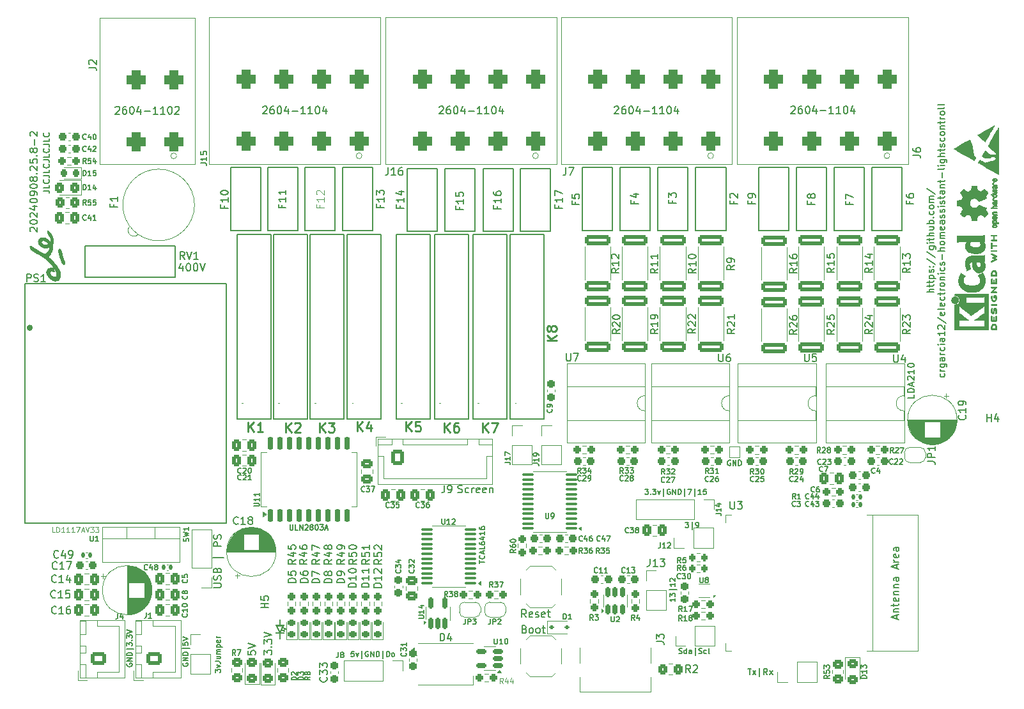
<source format=gbr>
%TF.GenerationSoftware,KiCad,Pcbnew,8.0.4*%
%TF.CreationDate,2024-11-14T02:45:49+01:00*%
%TF.ProjectId,hamodule,68616d6f-6475-46c6-952e-6b696361645f,20240908.25.8-2*%
%TF.SameCoordinates,Original*%
%TF.FileFunction,Legend,Top*%
%TF.FilePolarity,Positive*%
%FSLAX46Y46*%
G04 Gerber Fmt 4.6, Leading zero omitted, Abs format (unit mm)*
G04 Created by KiCad (PCBNEW 8.0.4) date 2024-11-14 02:45:49*
%MOMM*%
%LPD*%
G01*
G04 APERTURE LIST*
G04 Aperture macros list*
%AMRoundRect*
0 Rectangle with rounded corners*
0 $1 Rounding radius*
0 $2 $3 $4 $5 $6 $7 $8 $9 X,Y pos of 4 corners*
0 Add a 4 corners polygon primitive as box body*
4,1,4,$2,$3,$4,$5,$6,$7,$8,$9,$2,$3,0*
0 Add four circle primitives for the rounded corners*
1,1,$1+$1,$2,$3*
1,1,$1+$1,$4,$5*
1,1,$1+$1,$6,$7*
1,1,$1+$1,$8,$9*
0 Add four rect primitives between the rounded corners*
20,1,$1+$1,$2,$3,$4,$5,0*
20,1,$1+$1,$4,$5,$6,$7,0*
20,1,$1+$1,$6,$7,$8,$9,0*
20,1,$1+$1,$8,$9,$2,$3,0*%
%AMFreePoly0*
4,1,19,0.000000,0.744911,0.071157,0.744911,0.207708,0.704816,0.327430,0.627875,0.420627,0.520320,0.479746,0.390866,0.500000,0.250000,0.500000,-0.250000,0.479746,-0.390866,0.420627,-0.520320,0.327430,-0.627875,0.207708,-0.704816,0.071157,-0.744911,0.000000,-0.744911,0.000000,-0.750000,-0.500000,-0.750000,-0.500000,0.750000,0.000000,0.750000,0.000000,0.744911,0.000000,0.744911,
$1*%
%AMFreePoly1*
4,1,19,0.500000,-0.750000,0.000000,-0.750000,0.000000,-0.744911,-0.071157,-0.744911,-0.207708,-0.704816,-0.327430,-0.627875,-0.420627,-0.520320,-0.479746,-0.390866,-0.500000,-0.250000,-0.500000,0.250000,-0.479746,0.390866,-0.420627,0.520320,-0.327430,0.627875,-0.207708,0.704816,-0.071157,0.744911,0.000000,0.744911,0.000000,0.750000,0.500000,0.750000,0.500000,-0.750000,0.500000,-0.750000,
$1*%
G04 Aperture macros list end*
%ADD10C,0.150000*%
%ADD11C,0.200000*%
%ADD12C,0.125000*%
%ADD13C,0.254000*%
%ADD14C,0.120000*%
%ADD15C,0.010000*%
%ADD16C,0.127000*%
%ADD17C,0.400000*%
%ADD18C,0.100000*%
%ADD19RoundRect,0.237500X-0.237500X0.250000X-0.237500X-0.250000X0.237500X-0.250000X0.237500X0.250000X0*%
%ADD20RoundRect,0.162500X0.162500X-0.617500X0.162500X0.617500X-0.162500X0.617500X-0.162500X-0.617500X0*%
%ADD21R,1.700000X1.700000*%
%ADD22O,1.700000X1.700000*%
%ADD23RoundRect,0.249999X-1.425001X0.450001X-1.425001X-0.450001X1.425001X-0.450001X1.425001X0.450001X0*%
%ADD24C,1.800000*%
%ADD25RoundRect,0.250000X0.450000X-0.325000X0.450000X0.325000X-0.450000X0.325000X-0.450000X-0.325000X0*%
%ADD26RoundRect,0.250000X0.450000X-0.350000X0.450000X0.350000X-0.450000X0.350000X-0.450000X-0.350000X0*%
%ADD27RoundRect,0.250000X0.750000X-0.600000X0.750000X0.600000X-0.750000X0.600000X-0.750000X-0.600000X0*%
%ADD28O,2.000000X1.700000*%
%ADD29RoundRect,0.250000X0.337500X0.475000X-0.337500X0.475000X-0.337500X-0.475000X0.337500X-0.475000X0*%
%ADD30R,2.500000X2.500000*%
%ADD31C,2.500000*%
%ADD32R,1.905000X2.000000*%
%ADD33O,1.905000X2.000000*%
%ADD34RoundRect,0.625000X0.625000X0.625000X-0.625000X0.625000X-0.625000X-0.625000X0.625000X-0.625000X0*%
%ADD35C,2.000000*%
%ADD36R,1.600000X2.400000*%
%ADD37O,1.600000X2.400000*%
%ADD38RoundRect,0.237500X-0.250000X-0.237500X0.250000X-0.237500X0.250000X0.237500X-0.250000X0.237500X0*%
%ADD39RoundRect,0.237500X0.300000X0.237500X-0.300000X0.237500X-0.300000X-0.237500X0.300000X-0.237500X0*%
%ADD40R,1.800000X1.100000*%
%ADD41RoundRect,0.237500X-0.300000X-0.237500X0.300000X-0.237500X0.300000X0.237500X-0.300000X0.237500X0*%
%ADD42RoundRect,0.237500X-0.237500X0.300000X-0.237500X-0.300000X0.237500X-0.300000X0.237500X0.300000X0*%
%ADD43RoundRect,0.150000X0.150000X-0.725000X0.150000X0.725000X-0.150000X0.725000X-0.150000X-0.725000X0*%
%ADD44R,1.600000X1.600000*%
%ADD45C,1.600000*%
%ADD46RoundRect,0.237500X0.237500X-0.250000X0.237500X0.250000X-0.237500X0.250000X-0.237500X-0.250000X0*%
%ADD47RoundRect,0.218750X0.256250X-0.218750X0.256250X0.218750X-0.256250X0.218750X-0.256250X-0.218750X0*%
%ADD48R,2.000000X2.000000*%
%ADD49RoundRect,0.150000X0.512500X0.150000X-0.512500X0.150000X-0.512500X-0.150000X0.512500X-0.150000X0*%
%ADD50RoundRect,0.200000X0.200000X0.275000X-0.200000X0.275000X-0.200000X-0.275000X0.200000X-0.275000X0*%
%ADD51R,0.900000X1.500000*%
%ADD52R,1.500000X0.900000*%
%ADD53R,1.000000X1.000000*%
%ADD54RoundRect,0.100000X0.637500X0.100000X-0.637500X0.100000X-0.637500X-0.100000X0.637500X-0.100000X0*%
%ADD55RoundRect,0.237500X0.237500X-0.300000X0.237500X0.300000X-0.237500X0.300000X-0.237500X-0.300000X0*%
%ADD56RoundRect,0.250000X-0.450000X0.325000X-0.450000X-0.325000X0.450000X-0.325000X0.450000X0.325000X0*%
%ADD57RoundRect,0.250000X-0.337500X-0.475000X0.337500X-0.475000X0.337500X0.475000X-0.337500X0.475000X0*%
%ADD58RoundRect,0.112500X-0.187500X-0.112500X0.187500X-0.112500X0.187500X0.112500X-0.187500X0.112500X0*%
%ADD59RoundRect,0.250000X0.350000X0.450000X-0.350000X0.450000X-0.350000X-0.450000X0.350000X-0.450000X0*%
%ADD60RoundRect,0.140000X-0.140000X-0.170000X0.140000X-0.170000X0.140000X0.170000X-0.140000X0.170000X0*%
%ADD61C,0.650000*%
%ADD62R,0.600000X1.450000*%
%ADD63R,0.300000X1.450000*%
%ADD64O,1.000000X2.100000*%
%ADD65O,1.000000X1.600000*%
%ADD66RoundRect,0.250000X-0.600000X-0.725000X0.600000X-0.725000X0.600000X0.725000X-0.600000X0.725000X0*%
%ADD67O,1.700000X1.950000*%
%ADD68RoundRect,0.250000X0.325000X0.450000X-0.325000X0.450000X-0.325000X-0.450000X0.325000X-0.450000X0*%
%ADD69FreePoly0,180.000000*%
%ADD70FreePoly1,180.000000*%
%ADD71RoundRect,0.250000X-0.475000X0.337500X-0.475000X-0.337500X0.475000X-0.337500X0.475000X0.337500X0*%
%ADD72C,5.500000*%
%ADD73RoundRect,0.140000X0.140000X0.170000X-0.140000X0.170000X-0.140000X-0.170000X0.140000X-0.170000X0*%
%ADD74RoundRect,0.250000X-0.350000X-0.450000X0.350000X-0.450000X0.350000X0.450000X-0.350000X0.450000X0*%
%ADD75R,0.500000X0.300000*%
%ADD76RoundRect,0.150000X0.150000X-0.512500X0.150000X0.512500X-0.150000X0.512500X-0.150000X-0.512500X0*%
%ADD77RoundRect,0.237500X0.250000X0.237500X-0.250000X0.237500X-0.250000X-0.237500X0.250000X-0.237500X0*%
%ADD78FreePoly1,0.000000*%
%ADD79FreePoly0,0.000000*%
%ADD80RoundRect,0.218750X0.218750X0.256250X-0.218750X0.256250X-0.218750X-0.256250X0.218750X-0.256250X0*%
G04 APERTURE END LIST*
D10*
X1174057Y60199354D02*
X1126438Y60246973D01*
X1126438Y60246973D02*
X1078819Y60342211D01*
X1078819Y60342211D02*
X1078819Y60580306D01*
X1078819Y60580306D02*
X1126438Y60675544D01*
X1126438Y60675544D02*
X1174057Y60723163D01*
X1174057Y60723163D02*
X1269295Y60770782D01*
X1269295Y60770782D02*
X1364533Y60770782D01*
X1364533Y60770782D02*
X1507390Y60723163D01*
X1507390Y60723163D02*
X2078819Y60151735D01*
X2078819Y60151735D02*
X2078819Y60770782D01*
X1078819Y61389830D02*
X1078819Y61485068D01*
X1078819Y61485068D02*
X1126438Y61580306D01*
X1126438Y61580306D02*
X1174057Y61627925D01*
X1174057Y61627925D02*
X1269295Y61675544D01*
X1269295Y61675544D02*
X1459771Y61723163D01*
X1459771Y61723163D02*
X1697866Y61723163D01*
X1697866Y61723163D02*
X1888342Y61675544D01*
X1888342Y61675544D02*
X1983580Y61627925D01*
X1983580Y61627925D02*
X2031200Y61580306D01*
X2031200Y61580306D02*
X2078819Y61485068D01*
X2078819Y61485068D02*
X2078819Y61389830D01*
X2078819Y61389830D02*
X2031200Y61294592D01*
X2031200Y61294592D02*
X1983580Y61246973D01*
X1983580Y61246973D02*
X1888342Y61199354D01*
X1888342Y61199354D02*
X1697866Y61151735D01*
X1697866Y61151735D02*
X1459771Y61151735D01*
X1459771Y61151735D02*
X1269295Y61199354D01*
X1269295Y61199354D02*
X1174057Y61246973D01*
X1174057Y61246973D02*
X1126438Y61294592D01*
X1126438Y61294592D02*
X1078819Y61389830D01*
X1174057Y62104116D02*
X1126438Y62151735D01*
X1126438Y62151735D02*
X1078819Y62246973D01*
X1078819Y62246973D02*
X1078819Y62485068D01*
X1078819Y62485068D02*
X1126438Y62580306D01*
X1126438Y62580306D02*
X1174057Y62627925D01*
X1174057Y62627925D02*
X1269295Y62675544D01*
X1269295Y62675544D02*
X1364533Y62675544D01*
X1364533Y62675544D02*
X1507390Y62627925D01*
X1507390Y62627925D02*
X2078819Y62056497D01*
X2078819Y62056497D02*
X2078819Y62675544D01*
X1412152Y63532687D02*
X2078819Y63532687D01*
X1031200Y63294592D02*
X1745485Y63056497D01*
X1745485Y63056497D02*
X1745485Y63675544D01*
X1078819Y64246973D02*
X1078819Y64342211D01*
X1078819Y64342211D02*
X1126438Y64437449D01*
X1126438Y64437449D02*
X1174057Y64485068D01*
X1174057Y64485068D02*
X1269295Y64532687D01*
X1269295Y64532687D02*
X1459771Y64580306D01*
X1459771Y64580306D02*
X1697866Y64580306D01*
X1697866Y64580306D02*
X1888342Y64532687D01*
X1888342Y64532687D02*
X1983580Y64485068D01*
X1983580Y64485068D02*
X2031200Y64437449D01*
X2031200Y64437449D02*
X2078819Y64342211D01*
X2078819Y64342211D02*
X2078819Y64246973D01*
X2078819Y64246973D02*
X2031200Y64151735D01*
X2031200Y64151735D02*
X1983580Y64104116D01*
X1983580Y64104116D02*
X1888342Y64056497D01*
X1888342Y64056497D02*
X1697866Y64008878D01*
X1697866Y64008878D02*
X1459771Y64008878D01*
X1459771Y64008878D02*
X1269295Y64056497D01*
X1269295Y64056497D02*
X1174057Y64104116D01*
X1174057Y64104116D02*
X1126438Y64151735D01*
X1126438Y64151735D02*
X1078819Y64246973D01*
X2078819Y65056497D02*
X2078819Y65246973D01*
X2078819Y65246973D02*
X2031200Y65342211D01*
X2031200Y65342211D02*
X1983580Y65389830D01*
X1983580Y65389830D02*
X1840723Y65485068D01*
X1840723Y65485068D02*
X1650247Y65532687D01*
X1650247Y65532687D02*
X1269295Y65532687D01*
X1269295Y65532687D02*
X1174057Y65485068D01*
X1174057Y65485068D02*
X1126438Y65437449D01*
X1126438Y65437449D02*
X1078819Y65342211D01*
X1078819Y65342211D02*
X1078819Y65151735D01*
X1078819Y65151735D02*
X1126438Y65056497D01*
X1126438Y65056497D02*
X1174057Y65008878D01*
X1174057Y65008878D02*
X1269295Y64961259D01*
X1269295Y64961259D02*
X1507390Y64961259D01*
X1507390Y64961259D02*
X1602628Y65008878D01*
X1602628Y65008878D02*
X1650247Y65056497D01*
X1650247Y65056497D02*
X1697866Y65151735D01*
X1697866Y65151735D02*
X1697866Y65342211D01*
X1697866Y65342211D02*
X1650247Y65437449D01*
X1650247Y65437449D02*
X1602628Y65485068D01*
X1602628Y65485068D02*
X1507390Y65532687D01*
X1078819Y66151735D02*
X1078819Y66246973D01*
X1078819Y66246973D02*
X1126438Y66342211D01*
X1126438Y66342211D02*
X1174057Y66389830D01*
X1174057Y66389830D02*
X1269295Y66437449D01*
X1269295Y66437449D02*
X1459771Y66485068D01*
X1459771Y66485068D02*
X1697866Y66485068D01*
X1697866Y66485068D02*
X1888342Y66437449D01*
X1888342Y66437449D02*
X1983580Y66389830D01*
X1983580Y66389830D02*
X2031200Y66342211D01*
X2031200Y66342211D02*
X2078819Y66246973D01*
X2078819Y66246973D02*
X2078819Y66151735D01*
X2078819Y66151735D02*
X2031200Y66056497D01*
X2031200Y66056497D02*
X1983580Y66008878D01*
X1983580Y66008878D02*
X1888342Y65961259D01*
X1888342Y65961259D02*
X1697866Y65913640D01*
X1697866Y65913640D02*
X1459771Y65913640D01*
X1459771Y65913640D02*
X1269295Y65961259D01*
X1269295Y65961259D02*
X1174057Y66008878D01*
X1174057Y66008878D02*
X1126438Y66056497D01*
X1126438Y66056497D02*
X1078819Y66151735D01*
X1507390Y67056497D02*
X1459771Y66961259D01*
X1459771Y66961259D02*
X1412152Y66913640D01*
X1412152Y66913640D02*
X1316914Y66866021D01*
X1316914Y66866021D02*
X1269295Y66866021D01*
X1269295Y66866021D02*
X1174057Y66913640D01*
X1174057Y66913640D02*
X1126438Y66961259D01*
X1126438Y66961259D02*
X1078819Y67056497D01*
X1078819Y67056497D02*
X1078819Y67246973D01*
X1078819Y67246973D02*
X1126438Y67342211D01*
X1126438Y67342211D02*
X1174057Y67389830D01*
X1174057Y67389830D02*
X1269295Y67437449D01*
X1269295Y67437449D02*
X1316914Y67437449D01*
X1316914Y67437449D02*
X1412152Y67389830D01*
X1412152Y67389830D02*
X1459771Y67342211D01*
X1459771Y67342211D02*
X1507390Y67246973D01*
X1507390Y67246973D02*
X1507390Y67056497D01*
X1507390Y67056497D02*
X1555009Y66961259D01*
X1555009Y66961259D02*
X1602628Y66913640D01*
X1602628Y66913640D02*
X1697866Y66866021D01*
X1697866Y66866021D02*
X1888342Y66866021D01*
X1888342Y66866021D02*
X1983580Y66913640D01*
X1983580Y66913640D02*
X2031200Y66961259D01*
X2031200Y66961259D02*
X2078819Y67056497D01*
X2078819Y67056497D02*
X2078819Y67246973D01*
X2078819Y67246973D02*
X2031200Y67342211D01*
X2031200Y67342211D02*
X1983580Y67389830D01*
X1983580Y67389830D02*
X1888342Y67437449D01*
X1888342Y67437449D02*
X1697866Y67437449D01*
X1697866Y67437449D02*
X1602628Y67389830D01*
X1602628Y67389830D02*
X1555009Y67342211D01*
X1555009Y67342211D02*
X1507390Y67246973D01*
X1983580Y67866021D02*
X2031200Y67913640D01*
X2031200Y67913640D02*
X2078819Y67866021D01*
X2078819Y67866021D02*
X2031200Y67818402D01*
X2031200Y67818402D02*
X1983580Y67866021D01*
X1983580Y67866021D02*
X2078819Y67866021D01*
X1174057Y68294592D02*
X1126438Y68342211D01*
X1126438Y68342211D02*
X1078819Y68437449D01*
X1078819Y68437449D02*
X1078819Y68675544D01*
X1078819Y68675544D02*
X1126438Y68770782D01*
X1126438Y68770782D02*
X1174057Y68818401D01*
X1174057Y68818401D02*
X1269295Y68866020D01*
X1269295Y68866020D02*
X1364533Y68866020D01*
X1364533Y68866020D02*
X1507390Y68818401D01*
X1507390Y68818401D02*
X2078819Y68246973D01*
X2078819Y68246973D02*
X2078819Y68866020D01*
X1078819Y69770782D02*
X1078819Y69294592D01*
X1078819Y69294592D02*
X1555009Y69246973D01*
X1555009Y69246973D02*
X1507390Y69294592D01*
X1507390Y69294592D02*
X1459771Y69389830D01*
X1459771Y69389830D02*
X1459771Y69627925D01*
X1459771Y69627925D02*
X1507390Y69723163D01*
X1507390Y69723163D02*
X1555009Y69770782D01*
X1555009Y69770782D02*
X1650247Y69818401D01*
X1650247Y69818401D02*
X1888342Y69818401D01*
X1888342Y69818401D02*
X1983580Y69770782D01*
X1983580Y69770782D02*
X2031200Y69723163D01*
X2031200Y69723163D02*
X2078819Y69627925D01*
X2078819Y69627925D02*
X2078819Y69389830D01*
X2078819Y69389830D02*
X2031200Y69294592D01*
X2031200Y69294592D02*
X1983580Y69246973D01*
X1983580Y70246973D02*
X2031200Y70294592D01*
X2031200Y70294592D02*
X2078819Y70246973D01*
X2078819Y70246973D02*
X2031200Y70199354D01*
X2031200Y70199354D02*
X1983580Y70246973D01*
X1983580Y70246973D02*
X2078819Y70246973D01*
X1507390Y70866020D02*
X1459771Y70770782D01*
X1459771Y70770782D02*
X1412152Y70723163D01*
X1412152Y70723163D02*
X1316914Y70675544D01*
X1316914Y70675544D02*
X1269295Y70675544D01*
X1269295Y70675544D02*
X1174057Y70723163D01*
X1174057Y70723163D02*
X1126438Y70770782D01*
X1126438Y70770782D02*
X1078819Y70866020D01*
X1078819Y70866020D02*
X1078819Y71056496D01*
X1078819Y71056496D02*
X1126438Y71151734D01*
X1126438Y71151734D02*
X1174057Y71199353D01*
X1174057Y71199353D02*
X1269295Y71246972D01*
X1269295Y71246972D02*
X1316914Y71246972D01*
X1316914Y71246972D02*
X1412152Y71199353D01*
X1412152Y71199353D02*
X1459771Y71151734D01*
X1459771Y71151734D02*
X1507390Y71056496D01*
X1507390Y71056496D02*
X1507390Y70866020D01*
X1507390Y70866020D02*
X1555009Y70770782D01*
X1555009Y70770782D02*
X1602628Y70723163D01*
X1602628Y70723163D02*
X1697866Y70675544D01*
X1697866Y70675544D02*
X1888342Y70675544D01*
X1888342Y70675544D02*
X1983580Y70723163D01*
X1983580Y70723163D02*
X2031200Y70770782D01*
X2031200Y70770782D02*
X2078819Y70866020D01*
X2078819Y70866020D02*
X2078819Y71056496D01*
X2078819Y71056496D02*
X2031200Y71151734D01*
X2031200Y71151734D02*
X1983580Y71199353D01*
X1983580Y71199353D02*
X1888342Y71246972D01*
X1888342Y71246972D02*
X1697866Y71246972D01*
X1697866Y71246972D02*
X1602628Y71199353D01*
X1602628Y71199353D02*
X1555009Y71151734D01*
X1555009Y71151734D02*
X1507390Y71056496D01*
X1697866Y71675544D02*
X1697866Y72437448D01*
X1174057Y72866020D02*
X1126438Y72913639D01*
X1126438Y72913639D02*
X1078819Y73008877D01*
X1078819Y73008877D02*
X1078819Y73246972D01*
X1078819Y73246972D02*
X1126438Y73342210D01*
X1126438Y73342210D02*
X1174057Y73389829D01*
X1174057Y73389829D02*
X1269295Y73437448D01*
X1269295Y73437448D02*
X1364533Y73437448D01*
X1364533Y73437448D02*
X1507390Y73389829D01*
X1507390Y73389829D02*
X2078819Y72818401D01*
X2078819Y72818401D02*
X2078819Y73437448D01*
D11*
X2883695Y65573162D02*
X3455123Y65573162D01*
X3455123Y65573162D02*
X3569409Y65535067D01*
X3569409Y65535067D02*
X3645600Y65458876D01*
X3645600Y65458876D02*
X3683695Y65344591D01*
X3683695Y65344591D02*
X3683695Y65268400D01*
X3683695Y66335067D02*
X3683695Y65954115D01*
X3683695Y65954115D02*
X2883695Y65954115D01*
X3607504Y67058877D02*
X3645600Y67020781D01*
X3645600Y67020781D02*
X3683695Y66906496D01*
X3683695Y66906496D02*
X3683695Y66830305D01*
X3683695Y66830305D02*
X3645600Y66716019D01*
X3645600Y66716019D02*
X3569409Y66639829D01*
X3569409Y66639829D02*
X3493219Y66601734D01*
X3493219Y66601734D02*
X3340838Y66563638D01*
X3340838Y66563638D02*
X3226552Y66563638D01*
X3226552Y66563638D02*
X3074171Y66601734D01*
X3074171Y66601734D02*
X2997980Y66639829D01*
X2997980Y66639829D02*
X2921790Y66716019D01*
X2921790Y66716019D02*
X2883695Y66830305D01*
X2883695Y66830305D02*
X2883695Y66906496D01*
X2883695Y66906496D02*
X2921790Y67020781D01*
X2921790Y67020781D02*
X2959885Y67058877D01*
X2883695Y67630305D02*
X3455123Y67630305D01*
X3455123Y67630305D02*
X3569409Y67592210D01*
X3569409Y67592210D02*
X3645600Y67516019D01*
X3645600Y67516019D02*
X3683695Y67401734D01*
X3683695Y67401734D02*
X3683695Y67325543D01*
X3683695Y68392210D02*
X3683695Y68011258D01*
X3683695Y68011258D02*
X2883695Y68011258D01*
X3607504Y69116020D02*
X3645600Y69077924D01*
X3645600Y69077924D02*
X3683695Y68963639D01*
X3683695Y68963639D02*
X3683695Y68887448D01*
X3683695Y68887448D02*
X3645600Y68773162D01*
X3645600Y68773162D02*
X3569409Y68696972D01*
X3569409Y68696972D02*
X3493219Y68658877D01*
X3493219Y68658877D02*
X3340838Y68620781D01*
X3340838Y68620781D02*
X3226552Y68620781D01*
X3226552Y68620781D02*
X3074171Y68658877D01*
X3074171Y68658877D02*
X2997980Y68696972D01*
X2997980Y68696972D02*
X2921790Y68773162D01*
X2921790Y68773162D02*
X2883695Y68887448D01*
X2883695Y68887448D02*
X2883695Y68963639D01*
X2883695Y68963639D02*
X2921790Y69077924D01*
X2921790Y69077924D02*
X2959885Y69116020D01*
X2883695Y69687448D02*
X3455123Y69687448D01*
X3455123Y69687448D02*
X3569409Y69649353D01*
X3569409Y69649353D02*
X3645600Y69573162D01*
X3645600Y69573162D02*
X3683695Y69458877D01*
X3683695Y69458877D02*
X3683695Y69382686D01*
X3683695Y70449353D02*
X3683695Y70068401D01*
X3683695Y70068401D02*
X2883695Y70068401D01*
X3607504Y71173163D02*
X3645600Y71135067D01*
X3645600Y71135067D02*
X3683695Y71020782D01*
X3683695Y71020782D02*
X3683695Y70944591D01*
X3683695Y70944591D02*
X3645600Y70830305D01*
X3645600Y70830305D02*
X3569409Y70754115D01*
X3569409Y70754115D02*
X3493219Y70716020D01*
X3493219Y70716020D02*
X3340838Y70677924D01*
X3340838Y70677924D02*
X3226552Y70677924D01*
X3226552Y70677924D02*
X3074171Y70716020D01*
X3074171Y70716020D02*
X2997980Y70754115D01*
X2997980Y70754115D02*
X2921790Y70830305D01*
X2921790Y70830305D02*
X2883695Y70944591D01*
X2883695Y70944591D02*
X2883695Y71020782D01*
X2883695Y71020782D02*
X2921790Y71135067D01*
X2921790Y71135067D02*
X2959885Y71173163D01*
X2883695Y71744591D02*
X3455123Y71744591D01*
X3455123Y71744591D02*
X3569409Y71706496D01*
X3569409Y71706496D02*
X3645600Y71630305D01*
X3645600Y71630305D02*
X3683695Y71516020D01*
X3683695Y71516020D02*
X3683695Y71439829D01*
X3683695Y72506496D02*
X3683695Y72125544D01*
X3683695Y72125544D02*
X2883695Y72125544D01*
X3607504Y73230306D02*
X3645600Y73192210D01*
X3645600Y73192210D02*
X3683695Y73077925D01*
X3683695Y73077925D02*
X3683695Y73001734D01*
X3683695Y73001734D02*
X3645600Y72887448D01*
X3645600Y72887448D02*
X3569409Y72811258D01*
X3569409Y72811258D02*
X3493219Y72773163D01*
X3493219Y72773163D02*
X3340838Y72735067D01*
X3340838Y72735067D02*
X3226552Y72735067D01*
X3226552Y72735067D02*
X3074171Y72773163D01*
X3074171Y72773163D02*
X2997980Y72811258D01*
X2997980Y72811258D02*
X2921790Y72887448D01*
X2921790Y72887448D02*
X2883695Y73001734D01*
X2883695Y73001734D02*
X2883695Y73077925D01*
X2883695Y73077925D02*
X2921790Y73192210D01*
X2921790Y73192210D02*
X2959885Y73230306D01*
D10*
X120808082Y52154114D02*
X119908082Y52154114D01*
X120808082Y52539828D02*
X120336653Y52539828D01*
X120336653Y52539828D02*
X120250939Y52496971D01*
X120250939Y52496971D02*
X120208082Y52411257D01*
X120208082Y52411257D02*
X120208082Y52282686D01*
X120208082Y52282686D02*
X120250939Y52196971D01*
X120250939Y52196971D02*
X120293796Y52154114D01*
X120208082Y52839829D02*
X120208082Y53182686D01*
X119908082Y52968400D02*
X120679510Y52968400D01*
X120679510Y52968400D02*
X120765225Y53011257D01*
X120765225Y53011257D02*
X120808082Y53096972D01*
X120808082Y53096972D02*
X120808082Y53182686D01*
X120208082Y53354115D02*
X120208082Y53696972D01*
X119908082Y53482686D02*
X120679510Y53482686D01*
X120679510Y53482686D02*
X120765225Y53525543D01*
X120765225Y53525543D02*
X120808082Y53611258D01*
X120808082Y53611258D02*
X120808082Y53696972D01*
X120208082Y53996972D02*
X121108082Y53996972D01*
X120250939Y53996972D02*
X120208082Y54082686D01*
X120208082Y54082686D02*
X120208082Y54254115D01*
X120208082Y54254115D02*
X120250939Y54339829D01*
X120250939Y54339829D02*
X120293796Y54382686D01*
X120293796Y54382686D02*
X120379510Y54425544D01*
X120379510Y54425544D02*
X120636653Y54425544D01*
X120636653Y54425544D02*
X120722367Y54382686D01*
X120722367Y54382686D02*
X120765225Y54339829D01*
X120765225Y54339829D02*
X120808082Y54254115D01*
X120808082Y54254115D02*
X120808082Y54082686D01*
X120808082Y54082686D02*
X120765225Y53996972D01*
X120765225Y54768401D02*
X120808082Y54854115D01*
X120808082Y54854115D02*
X120808082Y55025544D01*
X120808082Y55025544D02*
X120765225Y55111258D01*
X120765225Y55111258D02*
X120679510Y55154115D01*
X120679510Y55154115D02*
X120636653Y55154115D01*
X120636653Y55154115D02*
X120550939Y55111258D01*
X120550939Y55111258D02*
X120508082Y55025544D01*
X120508082Y55025544D02*
X120508082Y54896972D01*
X120508082Y54896972D02*
X120465225Y54811258D01*
X120465225Y54811258D02*
X120379510Y54768401D01*
X120379510Y54768401D02*
X120336653Y54768401D01*
X120336653Y54768401D02*
X120250939Y54811258D01*
X120250939Y54811258D02*
X120208082Y54896972D01*
X120208082Y54896972D02*
X120208082Y55025544D01*
X120208082Y55025544D02*
X120250939Y55111258D01*
X120722367Y55539829D02*
X120765225Y55582686D01*
X120765225Y55582686D02*
X120808082Y55539829D01*
X120808082Y55539829D02*
X120765225Y55496972D01*
X120765225Y55496972D02*
X120722367Y55539829D01*
X120722367Y55539829D02*
X120808082Y55539829D01*
X120250939Y55539829D02*
X120293796Y55582686D01*
X120293796Y55582686D02*
X120336653Y55539829D01*
X120336653Y55539829D02*
X120293796Y55496972D01*
X120293796Y55496972D02*
X120250939Y55539829D01*
X120250939Y55539829D02*
X120336653Y55539829D01*
X119865225Y56611257D02*
X121022367Y55839829D01*
X119865225Y57554114D02*
X121022367Y56782686D01*
X120208082Y58239828D02*
X120936653Y58239828D01*
X120936653Y58239828D02*
X121022367Y58196971D01*
X121022367Y58196971D02*
X121065225Y58154114D01*
X121065225Y58154114D02*
X121108082Y58068400D01*
X121108082Y58068400D02*
X121108082Y57939828D01*
X121108082Y57939828D02*
X121065225Y57854114D01*
X120765225Y58239828D02*
X120808082Y58154114D01*
X120808082Y58154114D02*
X120808082Y57982686D01*
X120808082Y57982686D02*
X120765225Y57896971D01*
X120765225Y57896971D02*
X120722367Y57854114D01*
X120722367Y57854114D02*
X120636653Y57811257D01*
X120636653Y57811257D02*
X120379510Y57811257D01*
X120379510Y57811257D02*
X120293796Y57854114D01*
X120293796Y57854114D02*
X120250939Y57896971D01*
X120250939Y57896971D02*
X120208082Y57982686D01*
X120208082Y57982686D02*
X120208082Y58154114D01*
X120208082Y58154114D02*
X120250939Y58239828D01*
X120808082Y58668400D02*
X120208082Y58668400D01*
X119908082Y58668400D02*
X119950939Y58625543D01*
X119950939Y58625543D02*
X119993796Y58668400D01*
X119993796Y58668400D02*
X119950939Y58711257D01*
X119950939Y58711257D02*
X119908082Y58668400D01*
X119908082Y58668400D02*
X119993796Y58668400D01*
X120208082Y58968400D02*
X120208082Y59311257D01*
X119908082Y59096971D02*
X120679510Y59096971D01*
X120679510Y59096971D02*
X120765225Y59139828D01*
X120765225Y59139828D02*
X120808082Y59225543D01*
X120808082Y59225543D02*
X120808082Y59311257D01*
X120808082Y59611257D02*
X119908082Y59611257D01*
X120808082Y59996971D02*
X120336653Y59996971D01*
X120336653Y59996971D02*
X120250939Y59954114D01*
X120250939Y59954114D02*
X120208082Y59868400D01*
X120208082Y59868400D02*
X120208082Y59739829D01*
X120208082Y59739829D02*
X120250939Y59654114D01*
X120250939Y59654114D02*
X120293796Y59611257D01*
X120208082Y60811257D02*
X120808082Y60811257D01*
X120208082Y60425543D02*
X120679510Y60425543D01*
X120679510Y60425543D02*
X120765225Y60468400D01*
X120765225Y60468400D02*
X120808082Y60554115D01*
X120808082Y60554115D02*
X120808082Y60682686D01*
X120808082Y60682686D02*
X120765225Y60768400D01*
X120765225Y60768400D02*
X120722367Y60811257D01*
X120808082Y61239829D02*
X119908082Y61239829D01*
X120250939Y61239829D02*
X120208082Y61325543D01*
X120208082Y61325543D02*
X120208082Y61496972D01*
X120208082Y61496972D02*
X120250939Y61582686D01*
X120250939Y61582686D02*
X120293796Y61625543D01*
X120293796Y61625543D02*
X120379510Y61668401D01*
X120379510Y61668401D02*
X120636653Y61668401D01*
X120636653Y61668401D02*
X120722367Y61625543D01*
X120722367Y61625543D02*
X120765225Y61582686D01*
X120765225Y61582686D02*
X120808082Y61496972D01*
X120808082Y61496972D02*
X120808082Y61325543D01*
X120808082Y61325543D02*
X120765225Y61239829D01*
X120722367Y62054115D02*
X120765225Y62096972D01*
X120765225Y62096972D02*
X120808082Y62054115D01*
X120808082Y62054115D02*
X120765225Y62011258D01*
X120765225Y62011258D02*
X120722367Y62054115D01*
X120722367Y62054115D02*
X120808082Y62054115D01*
X120765225Y62868400D02*
X120808082Y62782686D01*
X120808082Y62782686D02*
X120808082Y62611258D01*
X120808082Y62611258D02*
X120765225Y62525543D01*
X120765225Y62525543D02*
X120722367Y62482686D01*
X120722367Y62482686D02*
X120636653Y62439829D01*
X120636653Y62439829D02*
X120379510Y62439829D01*
X120379510Y62439829D02*
X120293796Y62482686D01*
X120293796Y62482686D02*
X120250939Y62525543D01*
X120250939Y62525543D02*
X120208082Y62611258D01*
X120208082Y62611258D02*
X120208082Y62782686D01*
X120208082Y62782686D02*
X120250939Y62868400D01*
X120808082Y63382687D02*
X120765225Y63296972D01*
X120765225Y63296972D02*
X120722367Y63254115D01*
X120722367Y63254115D02*
X120636653Y63211258D01*
X120636653Y63211258D02*
X120379510Y63211258D01*
X120379510Y63211258D02*
X120293796Y63254115D01*
X120293796Y63254115D02*
X120250939Y63296972D01*
X120250939Y63296972D02*
X120208082Y63382687D01*
X120208082Y63382687D02*
X120208082Y63511258D01*
X120208082Y63511258D02*
X120250939Y63596972D01*
X120250939Y63596972D02*
X120293796Y63639829D01*
X120293796Y63639829D02*
X120379510Y63682687D01*
X120379510Y63682687D02*
X120636653Y63682687D01*
X120636653Y63682687D02*
X120722367Y63639829D01*
X120722367Y63639829D02*
X120765225Y63596972D01*
X120765225Y63596972D02*
X120808082Y63511258D01*
X120808082Y63511258D02*
X120808082Y63382687D01*
X120808082Y64068401D02*
X120208082Y64068401D01*
X120293796Y64068401D02*
X120250939Y64111258D01*
X120250939Y64111258D02*
X120208082Y64196973D01*
X120208082Y64196973D02*
X120208082Y64325544D01*
X120208082Y64325544D02*
X120250939Y64411258D01*
X120250939Y64411258D02*
X120336653Y64454115D01*
X120336653Y64454115D02*
X120808082Y64454115D01*
X120336653Y64454115D02*
X120250939Y64496973D01*
X120250939Y64496973D02*
X120208082Y64582687D01*
X120208082Y64582687D02*
X120208082Y64711258D01*
X120208082Y64711258D02*
X120250939Y64796973D01*
X120250939Y64796973D02*
X120336653Y64839830D01*
X120336653Y64839830D02*
X120808082Y64839830D01*
X119865225Y65911258D02*
X121022367Y65139830D01*
X122214175Y41311253D02*
X122257032Y41225539D01*
X122257032Y41225539D02*
X122257032Y41054111D01*
X122257032Y41054111D02*
X122214175Y40968396D01*
X122214175Y40968396D02*
X122171317Y40925539D01*
X122171317Y40925539D02*
X122085603Y40882682D01*
X122085603Y40882682D02*
X121828460Y40882682D01*
X121828460Y40882682D02*
X121742746Y40925539D01*
X121742746Y40925539D02*
X121699889Y40968396D01*
X121699889Y40968396D02*
X121657032Y41054111D01*
X121657032Y41054111D02*
X121657032Y41225539D01*
X121657032Y41225539D02*
X121699889Y41311253D01*
X122257032Y41696968D02*
X121657032Y41696968D01*
X121828460Y41696968D02*
X121742746Y41739825D01*
X121742746Y41739825D02*
X121699889Y41782682D01*
X121699889Y41782682D02*
X121657032Y41868397D01*
X121657032Y41868397D02*
X121657032Y41954111D01*
X121657032Y42639825D02*
X122385603Y42639825D01*
X122385603Y42639825D02*
X122471317Y42596968D01*
X122471317Y42596968D02*
X122514175Y42554111D01*
X122514175Y42554111D02*
X122557032Y42468397D01*
X122557032Y42468397D02*
X122557032Y42339825D01*
X122557032Y42339825D02*
X122514175Y42254111D01*
X122214175Y42639825D02*
X122257032Y42554111D01*
X122257032Y42554111D02*
X122257032Y42382683D01*
X122257032Y42382683D02*
X122214175Y42296968D01*
X122214175Y42296968D02*
X122171317Y42254111D01*
X122171317Y42254111D02*
X122085603Y42211254D01*
X122085603Y42211254D02*
X121828460Y42211254D01*
X121828460Y42211254D02*
X121742746Y42254111D01*
X121742746Y42254111D02*
X121699889Y42296968D01*
X121699889Y42296968D02*
X121657032Y42382683D01*
X121657032Y42382683D02*
X121657032Y42554111D01*
X121657032Y42554111D02*
X121699889Y42639825D01*
X122257032Y43454111D02*
X121785603Y43454111D01*
X121785603Y43454111D02*
X121699889Y43411254D01*
X121699889Y43411254D02*
X121657032Y43325540D01*
X121657032Y43325540D02*
X121657032Y43154111D01*
X121657032Y43154111D02*
X121699889Y43068397D01*
X122214175Y43454111D02*
X122257032Y43368397D01*
X122257032Y43368397D02*
X122257032Y43154111D01*
X122257032Y43154111D02*
X122214175Y43068397D01*
X122214175Y43068397D02*
X122128460Y43025540D01*
X122128460Y43025540D02*
X122042746Y43025540D01*
X122042746Y43025540D02*
X121957032Y43068397D01*
X121957032Y43068397D02*
X121914175Y43154111D01*
X121914175Y43154111D02*
X121914175Y43368397D01*
X121914175Y43368397D02*
X121871317Y43454111D01*
X122257032Y43882683D02*
X121657032Y43882683D01*
X121828460Y43882683D02*
X121742746Y43925540D01*
X121742746Y43925540D02*
X121699889Y43968397D01*
X121699889Y43968397D02*
X121657032Y44054112D01*
X121657032Y44054112D02*
X121657032Y44139826D01*
X122214175Y44825540D02*
X122257032Y44739826D01*
X122257032Y44739826D02*
X122257032Y44568398D01*
X122257032Y44568398D02*
X122214175Y44482683D01*
X122214175Y44482683D02*
X122171317Y44439826D01*
X122171317Y44439826D02*
X122085603Y44396969D01*
X122085603Y44396969D02*
X121828460Y44396969D01*
X121828460Y44396969D02*
X121742746Y44439826D01*
X121742746Y44439826D02*
X121699889Y44482683D01*
X121699889Y44482683D02*
X121657032Y44568398D01*
X121657032Y44568398D02*
X121657032Y44739826D01*
X121657032Y44739826D02*
X121699889Y44825540D01*
X122257032Y45211255D02*
X121657032Y45211255D01*
X121357032Y45211255D02*
X121399889Y45168398D01*
X121399889Y45168398D02*
X121442746Y45211255D01*
X121442746Y45211255D02*
X121399889Y45254112D01*
X121399889Y45254112D02*
X121357032Y45211255D01*
X121357032Y45211255D02*
X121442746Y45211255D01*
X122257032Y46025540D02*
X121785603Y46025540D01*
X121785603Y46025540D02*
X121699889Y45982683D01*
X121699889Y45982683D02*
X121657032Y45896969D01*
X121657032Y45896969D02*
X121657032Y45725540D01*
X121657032Y45725540D02*
X121699889Y45639826D01*
X122214175Y46025540D02*
X122257032Y45939826D01*
X122257032Y45939826D02*
X122257032Y45725540D01*
X122257032Y45725540D02*
X122214175Y45639826D01*
X122214175Y45639826D02*
X122128460Y45596969D01*
X122128460Y45596969D02*
X122042746Y45596969D01*
X122042746Y45596969D02*
X121957032Y45639826D01*
X121957032Y45639826D02*
X121914175Y45725540D01*
X121914175Y45725540D02*
X121914175Y45939826D01*
X121914175Y45939826D02*
X121871317Y46025540D01*
X122257032Y46925541D02*
X122257032Y46411255D01*
X122257032Y46668398D02*
X121357032Y46668398D01*
X121357032Y46668398D02*
X121485603Y46582684D01*
X121485603Y46582684D02*
X121571317Y46496969D01*
X121571317Y46496969D02*
X121614175Y46411255D01*
X121442746Y47268398D02*
X121399889Y47311255D01*
X121399889Y47311255D02*
X121357032Y47396969D01*
X121357032Y47396969D02*
X121357032Y47611255D01*
X121357032Y47611255D02*
X121399889Y47696969D01*
X121399889Y47696969D02*
X121442746Y47739827D01*
X121442746Y47739827D02*
X121528460Y47782684D01*
X121528460Y47782684D02*
X121614175Y47782684D01*
X121614175Y47782684D02*
X121742746Y47739827D01*
X121742746Y47739827D02*
X122257032Y47225541D01*
X122257032Y47225541D02*
X122257032Y47782684D01*
X121314175Y48811255D02*
X122471317Y48039827D01*
X122214175Y49454112D02*
X122257032Y49368398D01*
X122257032Y49368398D02*
X122257032Y49196969D01*
X122257032Y49196969D02*
X122214175Y49111255D01*
X122214175Y49111255D02*
X122128460Y49068398D01*
X122128460Y49068398D02*
X121785603Y49068398D01*
X121785603Y49068398D02*
X121699889Y49111255D01*
X121699889Y49111255D02*
X121657032Y49196969D01*
X121657032Y49196969D02*
X121657032Y49368398D01*
X121657032Y49368398D02*
X121699889Y49454112D01*
X121699889Y49454112D02*
X121785603Y49496969D01*
X121785603Y49496969D02*
X121871317Y49496969D01*
X121871317Y49496969D02*
X121957032Y49068398D01*
X122257032Y50011256D02*
X122214175Y49925541D01*
X122214175Y49925541D02*
X122128460Y49882684D01*
X122128460Y49882684D02*
X121357032Y49882684D01*
X122214175Y50696970D02*
X122257032Y50611256D01*
X122257032Y50611256D02*
X122257032Y50439827D01*
X122257032Y50439827D02*
X122214175Y50354113D01*
X122214175Y50354113D02*
X122128460Y50311256D01*
X122128460Y50311256D02*
X121785603Y50311256D01*
X121785603Y50311256D02*
X121699889Y50354113D01*
X121699889Y50354113D02*
X121657032Y50439827D01*
X121657032Y50439827D02*
X121657032Y50611256D01*
X121657032Y50611256D02*
X121699889Y50696970D01*
X121699889Y50696970D02*
X121785603Y50739827D01*
X121785603Y50739827D02*
X121871317Y50739827D01*
X121871317Y50739827D02*
X121957032Y50311256D01*
X122214175Y51511256D02*
X122257032Y51425542D01*
X122257032Y51425542D02*
X122257032Y51254114D01*
X122257032Y51254114D02*
X122214175Y51168399D01*
X122214175Y51168399D02*
X122171317Y51125542D01*
X122171317Y51125542D02*
X122085603Y51082685D01*
X122085603Y51082685D02*
X121828460Y51082685D01*
X121828460Y51082685D02*
X121742746Y51125542D01*
X121742746Y51125542D02*
X121699889Y51168399D01*
X121699889Y51168399D02*
X121657032Y51254114D01*
X121657032Y51254114D02*
X121657032Y51425542D01*
X121657032Y51425542D02*
X121699889Y51511256D01*
X121657032Y51768400D02*
X121657032Y52111257D01*
X121357032Y51896971D02*
X122128460Y51896971D01*
X122128460Y51896971D02*
X122214175Y51939828D01*
X122214175Y51939828D02*
X122257032Y52025543D01*
X122257032Y52025543D02*
X122257032Y52111257D01*
X122257032Y52411257D02*
X121657032Y52411257D01*
X121828460Y52411257D02*
X121742746Y52454114D01*
X121742746Y52454114D02*
X121699889Y52496971D01*
X121699889Y52496971D02*
X121657032Y52582686D01*
X121657032Y52582686D02*
X121657032Y52668400D01*
X122257032Y53096972D02*
X122214175Y53011257D01*
X122214175Y53011257D02*
X122171317Y52968400D01*
X122171317Y52968400D02*
X122085603Y52925543D01*
X122085603Y52925543D02*
X121828460Y52925543D01*
X121828460Y52925543D02*
X121742746Y52968400D01*
X121742746Y52968400D02*
X121699889Y53011257D01*
X121699889Y53011257D02*
X121657032Y53096972D01*
X121657032Y53096972D02*
X121657032Y53225543D01*
X121657032Y53225543D02*
X121699889Y53311257D01*
X121699889Y53311257D02*
X121742746Y53354114D01*
X121742746Y53354114D02*
X121828460Y53396972D01*
X121828460Y53396972D02*
X122085603Y53396972D01*
X122085603Y53396972D02*
X122171317Y53354114D01*
X122171317Y53354114D02*
X122214175Y53311257D01*
X122214175Y53311257D02*
X122257032Y53225543D01*
X122257032Y53225543D02*
X122257032Y53096972D01*
X121657032Y53782686D02*
X122257032Y53782686D01*
X121742746Y53782686D02*
X121699889Y53825543D01*
X121699889Y53825543D02*
X121657032Y53911258D01*
X121657032Y53911258D02*
X121657032Y54039829D01*
X121657032Y54039829D02*
X121699889Y54125543D01*
X121699889Y54125543D02*
X121785603Y54168400D01*
X121785603Y54168400D02*
X122257032Y54168400D01*
X122257032Y54596972D02*
X121657032Y54596972D01*
X121357032Y54596972D02*
X121399889Y54554115D01*
X121399889Y54554115D02*
X121442746Y54596972D01*
X121442746Y54596972D02*
X121399889Y54639829D01*
X121399889Y54639829D02*
X121357032Y54596972D01*
X121357032Y54596972D02*
X121442746Y54596972D01*
X122214175Y55411257D02*
X122257032Y55325543D01*
X122257032Y55325543D02*
X122257032Y55154115D01*
X122257032Y55154115D02*
X122214175Y55068400D01*
X122214175Y55068400D02*
X122171317Y55025543D01*
X122171317Y55025543D02*
X122085603Y54982686D01*
X122085603Y54982686D02*
X121828460Y54982686D01*
X121828460Y54982686D02*
X121742746Y55025543D01*
X121742746Y55025543D02*
X121699889Y55068400D01*
X121699889Y55068400D02*
X121657032Y55154115D01*
X121657032Y55154115D02*
X121657032Y55325543D01*
X121657032Y55325543D02*
X121699889Y55411257D01*
X122214175Y55754115D02*
X122257032Y55839829D01*
X122257032Y55839829D02*
X122257032Y56011258D01*
X122257032Y56011258D02*
X122214175Y56096972D01*
X122214175Y56096972D02*
X122128460Y56139829D01*
X122128460Y56139829D02*
X122085603Y56139829D01*
X122085603Y56139829D02*
X121999889Y56096972D01*
X121999889Y56096972D02*
X121957032Y56011258D01*
X121957032Y56011258D02*
X121957032Y55882686D01*
X121957032Y55882686D02*
X121914175Y55796972D01*
X121914175Y55796972D02*
X121828460Y55754115D01*
X121828460Y55754115D02*
X121785603Y55754115D01*
X121785603Y55754115D02*
X121699889Y55796972D01*
X121699889Y55796972D02*
X121657032Y55882686D01*
X121657032Y55882686D02*
X121657032Y56011258D01*
X121657032Y56011258D02*
X121699889Y56096972D01*
X121914175Y56525543D02*
X121914175Y57211257D01*
X122257032Y57639829D02*
X121357032Y57639829D01*
X122257032Y58025543D02*
X121785603Y58025543D01*
X121785603Y58025543D02*
X121699889Y57982686D01*
X121699889Y57982686D02*
X121657032Y57896972D01*
X121657032Y57896972D02*
X121657032Y57768401D01*
X121657032Y57768401D02*
X121699889Y57682686D01*
X121699889Y57682686D02*
X121742746Y57639829D01*
X122257032Y58582687D02*
X122214175Y58496972D01*
X122214175Y58496972D02*
X122171317Y58454115D01*
X122171317Y58454115D02*
X122085603Y58411258D01*
X122085603Y58411258D02*
X121828460Y58411258D01*
X121828460Y58411258D02*
X121742746Y58454115D01*
X121742746Y58454115D02*
X121699889Y58496972D01*
X121699889Y58496972D02*
X121657032Y58582687D01*
X121657032Y58582687D02*
X121657032Y58711258D01*
X121657032Y58711258D02*
X121699889Y58796972D01*
X121699889Y58796972D02*
X121742746Y58839829D01*
X121742746Y58839829D02*
X121828460Y58882687D01*
X121828460Y58882687D02*
X122085603Y58882687D01*
X122085603Y58882687D02*
X122171317Y58839829D01*
X122171317Y58839829D02*
X122214175Y58796972D01*
X122214175Y58796972D02*
X122257032Y58711258D01*
X122257032Y58711258D02*
X122257032Y58582687D01*
X122257032Y59268401D02*
X121657032Y59268401D01*
X121742746Y59268401D02*
X121699889Y59311258D01*
X121699889Y59311258D02*
X121657032Y59396973D01*
X121657032Y59396973D02*
X121657032Y59525544D01*
X121657032Y59525544D02*
X121699889Y59611258D01*
X121699889Y59611258D02*
X121785603Y59654115D01*
X121785603Y59654115D02*
X122257032Y59654115D01*
X121785603Y59654115D02*
X121699889Y59696973D01*
X121699889Y59696973D02*
X121657032Y59782687D01*
X121657032Y59782687D02*
X121657032Y59911258D01*
X121657032Y59911258D02*
X121699889Y59996973D01*
X121699889Y59996973D02*
X121785603Y60039830D01*
X121785603Y60039830D02*
X122257032Y60039830D01*
X122214175Y60811258D02*
X122257032Y60725544D01*
X122257032Y60725544D02*
X122257032Y60554115D01*
X122257032Y60554115D02*
X122214175Y60468401D01*
X122214175Y60468401D02*
X122128460Y60425544D01*
X122128460Y60425544D02*
X121785603Y60425544D01*
X121785603Y60425544D02*
X121699889Y60468401D01*
X121699889Y60468401D02*
X121657032Y60554115D01*
X121657032Y60554115D02*
X121657032Y60725544D01*
X121657032Y60725544D02*
X121699889Y60811258D01*
X121699889Y60811258D02*
X121785603Y60854115D01*
X121785603Y60854115D02*
X121871317Y60854115D01*
X121871317Y60854115D02*
X121957032Y60425544D01*
X122257032Y61625544D02*
X121785603Y61625544D01*
X121785603Y61625544D02*
X121699889Y61582687D01*
X121699889Y61582687D02*
X121657032Y61496973D01*
X121657032Y61496973D02*
X121657032Y61325544D01*
X121657032Y61325544D02*
X121699889Y61239830D01*
X122214175Y61625544D02*
X122257032Y61539830D01*
X122257032Y61539830D02*
X122257032Y61325544D01*
X122257032Y61325544D02*
X122214175Y61239830D01*
X122214175Y61239830D02*
X122128460Y61196973D01*
X122128460Y61196973D02*
X122042746Y61196973D01*
X122042746Y61196973D02*
X121957032Y61239830D01*
X121957032Y61239830D02*
X121914175Y61325544D01*
X121914175Y61325544D02*
X121914175Y61539830D01*
X121914175Y61539830D02*
X121871317Y61625544D01*
X122214175Y62011259D02*
X122257032Y62096973D01*
X122257032Y62096973D02*
X122257032Y62268402D01*
X122257032Y62268402D02*
X122214175Y62354116D01*
X122214175Y62354116D02*
X122128460Y62396973D01*
X122128460Y62396973D02*
X122085603Y62396973D01*
X122085603Y62396973D02*
X121999889Y62354116D01*
X121999889Y62354116D02*
X121957032Y62268402D01*
X121957032Y62268402D02*
X121957032Y62139830D01*
X121957032Y62139830D02*
X121914175Y62054116D01*
X121914175Y62054116D02*
X121828460Y62011259D01*
X121828460Y62011259D02*
X121785603Y62011259D01*
X121785603Y62011259D02*
X121699889Y62054116D01*
X121699889Y62054116D02*
X121657032Y62139830D01*
X121657032Y62139830D02*
X121657032Y62268402D01*
X121657032Y62268402D02*
X121699889Y62354116D01*
X122214175Y62739830D02*
X122257032Y62825544D01*
X122257032Y62825544D02*
X122257032Y62996973D01*
X122257032Y62996973D02*
X122214175Y63082687D01*
X122214175Y63082687D02*
X122128460Y63125544D01*
X122128460Y63125544D02*
X122085603Y63125544D01*
X122085603Y63125544D02*
X121999889Y63082687D01*
X121999889Y63082687D02*
X121957032Y62996973D01*
X121957032Y62996973D02*
X121957032Y62868401D01*
X121957032Y62868401D02*
X121914175Y62782687D01*
X121914175Y62782687D02*
X121828460Y62739830D01*
X121828460Y62739830D02*
X121785603Y62739830D01*
X121785603Y62739830D02*
X121699889Y62782687D01*
X121699889Y62782687D02*
X121657032Y62868401D01*
X121657032Y62868401D02*
X121657032Y62996973D01*
X121657032Y62996973D02*
X121699889Y63082687D01*
X122257032Y63511258D02*
X121657032Y63511258D01*
X121357032Y63511258D02*
X121399889Y63468401D01*
X121399889Y63468401D02*
X121442746Y63511258D01*
X121442746Y63511258D02*
X121399889Y63554115D01*
X121399889Y63554115D02*
X121357032Y63511258D01*
X121357032Y63511258D02*
X121442746Y63511258D01*
X122214175Y63896972D02*
X122257032Y63982686D01*
X122257032Y63982686D02*
X122257032Y64154115D01*
X122257032Y64154115D02*
X122214175Y64239829D01*
X122214175Y64239829D02*
X122128460Y64282686D01*
X122128460Y64282686D02*
X122085603Y64282686D01*
X122085603Y64282686D02*
X121999889Y64239829D01*
X121999889Y64239829D02*
X121957032Y64154115D01*
X121957032Y64154115D02*
X121957032Y64025543D01*
X121957032Y64025543D02*
X121914175Y63939829D01*
X121914175Y63939829D02*
X121828460Y63896972D01*
X121828460Y63896972D02*
X121785603Y63896972D01*
X121785603Y63896972D02*
X121699889Y63939829D01*
X121699889Y63939829D02*
X121657032Y64025543D01*
X121657032Y64025543D02*
X121657032Y64154115D01*
X121657032Y64154115D02*
X121699889Y64239829D01*
X121657032Y64539829D02*
X121657032Y64882686D01*
X121357032Y64668400D02*
X122128460Y64668400D01*
X122128460Y64668400D02*
X122214175Y64711257D01*
X122214175Y64711257D02*
X122257032Y64796972D01*
X122257032Y64796972D02*
X122257032Y64882686D01*
X122257032Y65568400D02*
X121785603Y65568400D01*
X121785603Y65568400D02*
X121699889Y65525543D01*
X121699889Y65525543D02*
X121657032Y65439829D01*
X121657032Y65439829D02*
X121657032Y65268400D01*
X121657032Y65268400D02*
X121699889Y65182686D01*
X122214175Y65568400D02*
X122257032Y65482686D01*
X122257032Y65482686D02*
X122257032Y65268400D01*
X122257032Y65268400D02*
X122214175Y65182686D01*
X122214175Y65182686D02*
X122128460Y65139829D01*
X122128460Y65139829D02*
X122042746Y65139829D01*
X122042746Y65139829D02*
X121957032Y65182686D01*
X121957032Y65182686D02*
X121914175Y65268400D01*
X121914175Y65268400D02*
X121914175Y65482686D01*
X121914175Y65482686D02*
X121871317Y65568400D01*
X121657032Y65996972D02*
X122257032Y65996972D01*
X121742746Y65996972D02*
X121699889Y66039829D01*
X121699889Y66039829D02*
X121657032Y66125544D01*
X121657032Y66125544D02*
X121657032Y66254115D01*
X121657032Y66254115D02*
X121699889Y66339829D01*
X121699889Y66339829D02*
X121785603Y66382686D01*
X121785603Y66382686D02*
X122257032Y66382686D01*
X121657032Y66682687D02*
X121657032Y67025544D01*
X121357032Y66811258D02*
X122128460Y66811258D01*
X122128460Y66811258D02*
X122214175Y66854115D01*
X122214175Y66854115D02*
X122257032Y66939830D01*
X122257032Y66939830D02*
X122257032Y67025544D01*
X121914175Y67325544D02*
X121914175Y68011258D01*
X122257032Y68568402D02*
X122214175Y68482687D01*
X122214175Y68482687D02*
X122128460Y68439830D01*
X122128460Y68439830D02*
X121357032Y68439830D01*
X122257032Y68911259D02*
X121657032Y68911259D01*
X121357032Y68911259D02*
X121399889Y68868402D01*
X121399889Y68868402D02*
X121442746Y68911259D01*
X121442746Y68911259D02*
X121399889Y68954116D01*
X121399889Y68954116D02*
X121357032Y68911259D01*
X121357032Y68911259D02*
X121442746Y68911259D01*
X121657032Y69725544D02*
X122385603Y69725544D01*
X122385603Y69725544D02*
X122471317Y69682687D01*
X122471317Y69682687D02*
X122514175Y69639830D01*
X122514175Y69639830D02*
X122557032Y69554116D01*
X122557032Y69554116D02*
X122557032Y69425544D01*
X122557032Y69425544D02*
X122514175Y69339830D01*
X122214175Y69725544D02*
X122257032Y69639830D01*
X122257032Y69639830D02*
X122257032Y69468402D01*
X122257032Y69468402D02*
X122214175Y69382687D01*
X122214175Y69382687D02*
X122171317Y69339830D01*
X122171317Y69339830D02*
X122085603Y69296973D01*
X122085603Y69296973D02*
X121828460Y69296973D01*
X121828460Y69296973D02*
X121742746Y69339830D01*
X121742746Y69339830D02*
X121699889Y69382687D01*
X121699889Y69382687D02*
X121657032Y69468402D01*
X121657032Y69468402D02*
X121657032Y69639830D01*
X121657032Y69639830D02*
X121699889Y69725544D01*
X122257032Y70154116D02*
X121357032Y70154116D01*
X122257032Y70539830D02*
X121785603Y70539830D01*
X121785603Y70539830D02*
X121699889Y70496973D01*
X121699889Y70496973D02*
X121657032Y70411259D01*
X121657032Y70411259D02*
X121657032Y70282688D01*
X121657032Y70282688D02*
X121699889Y70196973D01*
X121699889Y70196973D02*
X121742746Y70154116D01*
X121657032Y70839831D02*
X121657032Y71182688D01*
X121357032Y70968402D02*
X122128460Y70968402D01*
X122128460Y70968402D02*
X122214175Y71011259D01*
X122214175Y71011259D02*
X122257032Y71096974D01*
X122257032Y71096974D02*
X122257032Y71182688D01*
X122214175Y71439831D02*
X122257032Y71525545D01*
X122257032Y71525545D02*
X122257032Y71696974D01*
X122257032Y71696974D02*
X122214175Y71782688D01*
X122214175Y71782688D02*
X122128460Y71825545D01*
X122128460Y71825545D02*
X122085603Y71825545D01*
X122085603Y71825545D02*
X121999889Y71782688D01*
X121999889Y71782688D02*
X121957032Y71696974D01*
X121957032Y71696974D02*
X121957032Y71568402D01*
X121957032Y71568402D02*
X121914175Y71482688D01*
X121914175Y71482688D02*
X121828460Y71439831D01*
X121828460Y71439831D02*
X121785603Y71439831D01*
X121785603Y71439831D02*
X121699889Y71482688D01*
X121699889Y71482688D02*
X121657032Y71568402D01*
X121657032Y71568402D02*
X121657032Y71696974D01*
X121657032Y71696974D02*
X121699889Y71782688D01*
X122214175Y72596973D02*
X122257032Y72511259D01*
X122257032Y72511259D02*
X122257032Y72339831D01*
X122257032Y72339831D02*
X122214175Y72254116D01*
X122214175Y72254116D02*
X122171317Y72211259D01*
X122171317Y72211259D02*
X122085603Y72168402D01*
X122085603Y72168402D02*
X121828460Y72168402D01*
X121828460Y72168402D02*
X121742746Y72211259D01*
X121742746Y72211259D02*
X121699889Y72254116D01*
X121699889Y72254116D02*
X121657032Y72339831D01*
X121657032Y72339831D02*
X121657032Y72511259D01*
X121657032Y72511259D02*
X121699889Y72596973D01*
X122257032Y73111260D02*
X122214175Y73025545D01*
X122214175Y73025545D02*
X122171317Y72982688D01*
X122171317Y72982688D02*
X122085603Y72939831D01*
X122085603Y72939831D02*
X121828460Y72939831D01*
X121828460Y72939831D02*
X121742746Y72982688D01*
X121742746Y72982688D02*
X121699889Y73025545D01*
X121699889Y73025545D02*
X121657032Y73111260D01*
X121657032Y73111260D02*
X121657032Y73239831D01*
X121657032Y73239831D02*
X121699889Y73325545D01*
X121699889Y73325545D02*
X121742746Y73368402D01*
X121742746Y73368402D02*
X121828460Y73411260D01*
X121828460Y73411260D02*
X122085603Y73411260D01*
X122085603Y73411260D02*
X122171317Y73368402D01*
X122171317Y73368402D02*
X122214175Y73325545D01*
X122214175Y73325545D02*
X122257032Y73239831D01*
X122257032Y73239831D02*
X122257032Y73111260D01*
X121657032Y73796974D02*
X122257032Y73796974D01*
X121742746Y73796974D02*
X121699889Y73839831D01*
X121699889Y73839831D02*
X121657032Y73925546D01*
X121657032Y73925546D02*
X121657032Y74054117D01*
X121657032Y74054117D02*
X121699889Y74139831D01*
X121699889Y74139831D02*
X121785603Y74182688D01*
X121785603Y74182688D02*
X122257032Y74182688D01*
X121657032Y74482689D02*
X121657032Y74825546D01*
X121357032Y74611260D02*
X122128460Y74611260D01*
X122128460Y74611260D02*
X122214175Y74654117D01*
X122214175Y74654117D02*
X122257032Y74739832D01*
X122257032Y74739832D02*
X122257032Y74825546D01*
X122257032Y75125546D02*
X121657032Y75125546D01*
X121828460Y75125546D02*
X121742746Y75168403D01*
X121742746Y75168403D02*
X121699889Y75211260D01*
X121699889Y75211260D02*
X121657032Y75296975D01*
X121657032Y75296975D02*
X121657032Y75382689D01*
X122257032Y75811261D02*
X122214175Y75725546D01*
X122214175Y75725546D02*
X122171317Y75682689D01*
X122171317Y75682689D02*
X122085603Y75639832D01*
X122085603Y75639832D02*
X121828460Y75639832D01*
X121828460Y75639832D02*
X121742746Y75682689D01*
X121742746Y75682689D02*
X121699889Y75725546D01*
X121699889Y75725546D02*
X121657032Y75811261D01*
X121657032Y75811261D02*
X121657032Y75939832D01*
X121657032Y75939832D02*
X121699889Y76025546D01*
X121699889Y76025546D02*
X121742746Y76068403D01*
X121742746Y76068403D02*
X121828460Y76111261D01*
X121828460Y76111261D02*
X122085603Y76111261D01*
X122085603Y76111261D02*
X122171317Y76068403D01*
X122171317Y76068403D02*
X122214175Y76025546D01*
X122214175Y76025546D02*
X122257032Y75939832D01*
X122257032Y75939832D02*
X122257032Y75811261D01*
X122257032Y76625547D02*
X122214175Y76539832D01*
X122214175Y76539832D02*
X122128460Y76496975D01*
X122128460Y76496975D02*
X121357032Y76496975D01*
X122257032Y77096976D02*
X122214175Y77011261D01*
X122214175Y77011261D02*
X122128460Y76968404D01*
X122128460Y76968404D02*
X121357032Y76968404D01*
X65440033Y18068400D02*
X65106700Y17835067D01*
X65440033Y17668400D02*
X64740033Y17668400D01*
X64740033Y17668400D02*
X64740033Y17935067D01*
X64740033Y17935067D02*
X64773366Y18001733D01*
X64773366Y18001733D02*
X64806700Y18035067D01*
X64806700Y18035067D02*
X64873366Y18068400D01*
X64873366Y18068400D02*
X64973366Y18068400D01*
X64973366Y18068400D02*
X65040033Y18035067D01*
X65040033Y18035067D02*
X65073366Y18001733D01*
X65073366Y18001733D02*
X65106700Y17935067D01*
X65106700Y17935067D02*
X65106700Y17668400D01*
X64740033Y18668400D02*
X64740033Y18535067D01*
X64740033Y18535067D02*
X64773366Y18468400D01*
X64773366Y18468400D02*
X64806700Y18435067D01*
X64806700Y18435067D02*
X64906700Y18368400D01*
X64906700Y18368400D02*
X65040033Y18335067D01*
X65040033Y18335067D02*
X65306700Y18335067D01*
X65306700Y18335067D02*
X65373366Y18368400D01*
X65373366Y18368400D02*
X65406700Y18401733D01*
X65406700Y18401733D02*
X65440033Y18468400D01*
X65440033Y18468400D02*
X65440033Y18601733D01*
X65440033Y18601733D02*
X65406700Y18668400D01*
X65406700Y18668400D02*
X65373366Y18701733D01*
X65373366Y18701733D02*
X65306700Y18735067D01*
X65306700Y18735067D02*
X65140033Y18735067D01*
X65140033Y18735067D02*
X65073366Y18701733D01*
X65073366Y18701733D02*
X65040033Y18668400D01*
X65040033Y18668400D02*
X65006700Y18601733D01*
X65006700Y18601733D02*
X65006700Y18468400D01*
X65006700Y18468400D02*
X65040033Y18401733D01*
X65040033Y18401733D02*
X65073366Y18368400D01*
X65073366Y18368400D02*
X65140033Y18335067D01*
X64740033Y19168400D02*
X64740033Y19235067D01*
X64740033Y19235067D02*
X64773366Y19301734D01*
X64773366Y19301734D02*
X64806700Y19335067D01*
X64806700Y19335067D02*
X64873366Y19368400D01*
X64873366Y19368400D02*
X65006700Y19401734D01*
X65006700Y19401734D02*
X65173366Y19401734D01*
X65173366Y19401734D02*
X65306700Y19368400D01*
X65306700Y19368400D02*
X65373366Y19335067D01*
X65373366Y19335067D02*
X65406700Y19301734D01*
X65406700Y19301734D02*
X65440033Y19235067D01*
X65440033Y19235067D02*
X65440033Y19168400D01*
X65440033Y19168400D02*
X65406700Y19101734D01*
X65406700Y19101734D02*
X65373366Y19068400D01*
X65373366Y19068400D02*
X65306700Y19035067D01*
X65306700Y19035067D02*
X65173366Y19001734D01*
X65173366Y19001734D02*
X65006700Y19001734D01*
X65006700Y19001734D02*
X64873366Y19035067D01*
X64873366Y19035067D02*
X64806700Y19068400D01*
X64806700Y19068400D02*
X64773366Y19101734D01*
X64773366Y19101734D02*
X64740033Y19168400D01*
X52590033Y8901734D02*
X53156700Y8901734D01*
X53156700Y8901734D02*
X53223366Y8935067D01*
X53223366Y8935067D02*
X53256700Y8968401D01*
X53256700Y8968401D02*
X53290033Y9035067D01*
X53290033Y9035067D02*
X53290033Y9168401D01*
X53290033Y9168401D02*
X53256700Y9235067D01*
X53256700Y9235067D02*
X53223366Y9268401D01*
X53223366Y9268401D02*
X53156700Y9301734D01*
X53156700Y9301734D02*
X52590033Y9301734D01*
X53290033Y10001734D02*
X53290033Y9601734D01*
X53290033Y9801734D02*
X52590033Y9801734D01*
X52590033Y9801734D02*
X52690033Y9735067D01*
X52690033Y9735067D02*
X52756700Y9668400D01*
X52756700Y9668400D02*
X52790033Y9601734D01*
X52823366Y10601734D02*
X53290033Y10601734D01*
X52556700Y10435067D02*
X53056700Y10268401D01*
X53056700Y10268401D02*
X53056700Y10701734D01*
X25628533Y1742101D02*
X25628533Y2175435D01*
X25628533Y2175435D02*
X25895200Y1942101D01*
X25895200Y1942101D02*
X25895200Y2042101D01*
X25895200Y2042101D02*
X25928533Y2108768D01*
X25928533Y2108768D02*
X25961866Y2142101D01*
X25961866Y2142101D02*
X26028533Y2175435D01*
X26028533Y2175435D02*
X26195200Y2175435D01*
X26195200Y2175435D02*
X26261866Y2142101D01*
X26261866Y2142101D02*
X26295200Y2108768D01*
X26295200Y2108768D02*
X26328533Y2042101D01*
X26328533Y2042101D02*
X26328533Y1842101D01*
X26328533Y1842101D02*
X26295200Y1775435D01*
X26295200Y1775435D02*
X26261866Y1742101D01*
X25861866Y2408768D02*
X26328533Y2575435D01*
X26328533Y2575435D02*
X25861866Y2742102D01*
X25628533Y3208768D02*
X26128533Y3208768D01*
X26128533Y3208768D02*
X26228533Y3175435D01*
X26228533Y3175435D02*
X26295200Y3108768D01*
X26295200Y3108768D02*
X26328533Y3008768D01*
X26328533Y3008768D02*
X26328533Y2942101D01*
X25861866Y3842101D02*
X26328533Y3842101D01*
X25861866Y3542101D02*
X26228533Y3542101D01*
X26228533Y3542101D02*
X26295200Y3575434D01*
X26295200Y3575434D02*
X26328533Y3642101D01*
X26328533Y3642101D02*
X26328533Y3742101D01*
X26328533Y3742101D02*
X26295200Y3808768D01*
X26295200Y3808768D02*
X26261866Y3842101D01*
X26328533Y4175434D02*
X25861866Y4175434D01*
X25928533Y4175434D02*
X25895200Y4208767D01*
X25895200Y4208767D02*
X25861866Y4275434D01*
X25861866Y4275434D02*
X25861866Y4375434D01*
X25861866Y4375434D02*
X25895200Y4442101D01*
X25895200Y4442101D02*
X25961866Y4475434D01*
X25961866Y4475434D02*
X26328533Y4475434D01*
X25961866Y4475434D02*
X25895200Y4508767D01*
X25895200Y4508767D02*
X25861866Y4575434D01*
X25861866Y4575434D02*
X25861866Y4675434D01*
X25861866Y4675434D02*
X25895200Y4742101D01*
X25895200Y4742101D02*
X25961866Y4775434D01*
X25961866Y4775434D02*
X26328533Y4775434D01*
X25861866Y5108767D02*
X26561866Y5108767D01*
X25895200Y5108767D02*
X25861866Y5175434D01*
X25861866Y5175434D02*
X25861866Y5308767D01*
X25861866Y5308767D02*
X25895200Y5375434D01*
X25895200Y5375434D02*
X25928533Y5408767D01*
X25928533Y5408767D02*
X25995200Y5442100D01*
X25995200Y5442100D02*
X26195200Y5442100D01*
X26195200Y5442100D02*
X26261866Y5408767D01*
X26261866Y5408767D02*
X26295200Y5375434D01*
X26295200Y5375434D02*
X26328533Y5308767D01*
X26328533Y5308767D02*
X26328533Y5175434D01*
X26328533Y5175434D02*
X26295200Y5108767D01*
X26295200Y6008767D02*
X26328533Y5942100D01*
X26328533Y5942100D02*
X26328533Y5808767D01*
X26328533Y5808767D02*
X26295200Y5742100D01*
X26295200Y5742100D02*
X26228533Y5708767D01*
X26228533Y5708767D02*
X25961866Y5708767D01*
X25961866Y5708767D02*
X25895200Y5742100D01*
X25895200Y5742100D02*
X25861866Y5808767D01*
X25861866Y5808767D02*
X25861866Y5942100D01*
X25861866Y5942100D02*
X25895200Y6008767D01*
X25895200Y6008767D02*
X25961866Y6042100D01*
X25961866Y6042100D02*
X26028533Y6042100D01*
X26028533Y6042100D02*
X26095200Y5708767D01*
X26328533Y6342100D02*
X25861866Y6342100D01*
X25995200Y6342100D02*
X25928533Y6375433D01*
X25928533Y6375433D02*
X25895200Y6408767D01*
X25895200Y6408767D02*
X25861866Y6475433D01*
X25861866Y6475433D02*
X25861866Y6542100D01*
X79128019Y55285243D02*
X78651828Y54951910D01*
X79128019Y54713815D02*
X78128019Y54713815D01*
X78128019Y54713815D02*
X78128019Y55094767D01*
X78128019Y55094767D02*
X78175638Y55190005D01*
X78175638Y55190005D02*
X78223257Y55237624D01*
X78223257Y55237624D02*
X78318495Y55285243D01*
X78318495Y55285243D02*
X78461352Y55285243D01*
X78461352Y55285243D02*
X78556590Y55237624D01*
X78556590Y55237624D02*
X78604209Y55190005D01*
X78604209Y55190005D02*
X78651828Y55094767D01*
X78651828Y55094767D02*
X78651828Y54713815D01*
X79128019Y56237624D02*
X79128019Y55666196D01*
X79128019Y55951910D02*
X78128019Y55951910D01*
X78128019Y55951910D02*
X78270876Y55856672D01*
X78270876Y55856672D02*
X78366114Y55761434D01*
X78366114Y55761434D02*
X78413733Y55666196D01*
X78223257Y56618577D02*
X78175638Y56666196D01*
X78175638Y56666196D02*
X78128019Y56761434D01*
X78128019Y56761434D02*
X78128019Y56999529D01*
X78128019Y56999529D02*
X78175638Y57094767D01*
X78175638Y57094767D02*
X78223257Y57142386D01*
X78223257Y57142386D02*
X78318495Y57190005D01*
X78318495Y57190005D02*
X78413733Y57190005D01*
X78413733Y57190005D02*
X78556590Y57142386D01*
X78556590Y57142386D02*
X79128019Y56570958D01*
X79128019Y56570958D02*
X79128019Y57190005D01*
X84300219Y55262543D02*
X83824028Y54929210D01*
X84300219Y54691115D02*
X83300219Y54691115D01*
X83300219Y54691115D02*
X83300219Y55072067D01*
X83300219Y55072067D02*
X83347838Y55167305D01*
X83347838Y55167305D02*
X83395457Y55214924D01*
X83395457Y55214924D02*
X83490695Y55262543D01*
X83490695Y55262543D02*
X83633552Y55262543D01*
X83633552Y55262543D02*
X83728790Y55214924D01*
X83728790Y55214924D02*
X83776409Y55167305D01*
X83776409Y55167305D02*
X83824028Y55072067D01*
X83824028Y55072067D02*
X83824028Y54691115D01*
X84300219Y56214924D02*
X84300219Y55643496D01*
X84300219Y55929210D02*
X83300219Y55929210D01*
X83300219Y55929210D02*
X83443076Y55833972D01*
X83443076Y55833972D02*
X83538314Y55738734D01*
X83538314Y55738734D02*
X83585933Y55643496D01*
X84300219Y57167305D02*
X84300219Y56595877D01*
X84300219Y56881591D02*
X83300219Y56881591D01*
X83300219Y56881591D02*
X83443076Y56786353D01*
X83443076Y56786353D02*
X83538314Y56691115D01*
X83538314Y56691115D02*
X83585933Y56595877D01*
X21333523Y55630248D02*
X21333523Y54963581D01*
X21095428Y56011200D02*
X20857333Y55296915D01*
X20857333Y55296915D02*
X21476380Y55296915D01*
X22047809Y55963581D02*
X22143047Y55963581D01*
X22143047Y55963581D02*
X22238285Y55915962D01*
X22238285Y55915962D02*
X22285904Y55868343D01*
X22285904Y55868343D02*
X22333523Y55773105D01*
X22333523Y55773105D02*
X22381142Y55582629D01*
X22381142Y55582629D02*
X22381142Y55344534D01*
X22381142Y55344534D02*
X22333523Y55154058D01*
X22333523Y55154058D02*
X22285904Y55058820D01*
X22285904Y55058820D02*
X22238285Y55011200D01*
X22238285Y55011200D02*
X22143047Y54963581D01*
X22143047Y54963581D02*
X22047809Y54963581D01*
X22047809Y54963581D02*
X21952571Y55011200D01*
X21952571Y55011200D02*
X21904952Y55058820D01*
X21904952Y55058820D02*
X21857333Y55154058D01*
X21857333Y55154058D02*
X21809714Y55344534D01*
X21809714Y55344534D02*
X21809714Y55582629D01*
X21809714Y55582629D02*
X21857333Y55773105D01*
X21857333Y55773105D02*
X21904952Y55868343D01*
X21904952Y55868343D02*
X21952571Y55915962D01*
X21952571Y55915962D02*
X22047809Y55963581D01*
X23000190Y55963581D02*
X23095428Y55963581D01*
X23095428Y55963581D02*
X23190666Y55915962D01*
X23190666Y55915962D02*
X23238285Y55868343D01*
X23238285Y55868343D02*
X23285904Y55773105D01*
X23285904Y55773105D02*
X23333523Y55582629D01*
X23333523Y55582629D02*
X23333523Y55344534D01*
X23333523Y55344534D02*
X23285904Y55154058D01*
X23285904Y55154058D02*
X23238285Y55058820D01*
X23238285Y55058820D02*
X23190666Y55011200D01*
X23190666Y55011200D02*
X23095428Y54963581D01*
X23095428Y54963581D02*
X23000190Y54963581D01*
X23000190Y54963581D02*
X22904952Y55011200D01*
X22904952Y55011200D02*
X22857333Y55058820D01*
X22857333Y55058820D02*
X22809714Y55154058D01*
X22809714Y55154058D02*
X22762095Y55344534D01*
X22762095Y55344534D02*
X22762095Y55582629D01*
X22762095Y55582629D02*
X22809714Y55773105D01*
X22809714Y55773105D02*
X22857333Y55868343D01*
X22857333Y55868343D02*
X22904952Y55915962D01*
X22904952Y55915962D02*
X23000190Y55963581D01*
X23619238Y55963581D02*
X23952571Y54963581D01*
X23952571Y54963581D02*
X24285904Y55963581D01*
X21578761Y56513581D02*
X21245428Y56989772D01*
X21007333Y56513581D02*
X21007333Y57513581D01*
X21007333Y57513581D02*
X21388285Y57513581D01*
X21388285Y57513581D02*
X21483523Y57465962D01*
X21483523Y57465962D02*
X21531142Y57418343D01*
X21531142Y57418343D02*
X21578761Y57323105D01*
X21578761Y57323105D02*
X21578761Y57180248D01*
X21578761Y57180248D02*
X21531142Y57085010D01*
X21531142Y57085010D02*
X21483523Y57037391D01*
X21483523Y57037391D02*
X21388285Y56989772D01*
X21388285Y56989772D02*
X21007333Y56989772D01*
X21864476Y57513581D02*
X22197809Y56513581D01*
X22197809Y56513581D02*
X22531142Y57513581D01*
X23388285Y56513581D02*
X22816857Y56513581D01*
X23102571Y56513581D02*
X23102571Y57513581D01*
X23102571Y57513581D02*
X23007333Y57370724D01*
X23007333Y57370724D02*
X22912095Y57275486D01*
X22912095Y57275486D02*
X22816857Y57227867D01*
X84300219Y47261543D02*
X83824028Y46928210D01*
X84300219Y46690115D02*
X83300219Y46690115D01*
X83300219Y46690115D02*
X83300219Y47071067D01*
X83300219Y47071067D02*
X83347838Y47166305D01*
X83347838Y47166305D02*
X83395457Y47213924D01*
X83395457Y47213924D02*
X83490695Y47261543D01*
X83490695Y47261543D02*
X83633552Y47261543D01*
X83633552Y47261543D02*
X83728790Y47213924D01*
X83728790Y47213924D02*
X83776409Y47166305D01*
X83776409Y47166305D02*
X83824028Y47071067D01*
X83824028Y47071067D02*
X83824028Y46690115D01*
X84300219Y48213924D02*
X84300219Y47642496D01*
X84300219Y47928210D02*
X83300219Y47928210D01*
X83300219Y47928210D02*
X83443076Y47832972D01*
X83443076Y47832972D02*
X83538314Y47737734D01*
X83538314Y47737734D02*
X83585933Y47642496D01*
X84300219Y48690115D02*
X84300219Y48880591D01*
X84300219Y48880591D02*
X84252600Y48975829D01*
X84252600Y48975829D02*
X84204980Y49023448D01*
X84204980Y49023448D02*
X84062123Y49118686D01*
X84062123Y49118686D02*
X83871647Y49166305D01*
X83871647Y49166305D02*
X83490695Y49166305D01*
X83490695Y49166305D02*
X83395457Y49118686D01*
X83395457Y49118686D02*
X83347838Y49071067D01*
X83347838Y49071067D02*
X83300219Y48975829D01*
X83300219Y48975829D02*
X83300219Y48785353D01*
X83300219Y48785353D02*
X83347838Y48690115D01*
X83347838Y48690115D02*
X83395457Y48642496D01*
X83395457Y48642496D02*
X83490695Y48594877D01*
X83490695Y48594877D02*
X83728790Y48594877D01*
X83728790Y48594877D02*
X83824028Y48642496D01*
X83824028Y48642496D02*
X83871647Y48690115D01*
X83871647Y48690115D02*
X83919266Y48785353D01*
X83919266Y48785353D02*
X83919266Y48975829D01*
X83919266Y48975829D02*
X83871647Y49071067D01*
X83871647Y49071067D02*
X83824028Y49118686D01*
X83824028Y49118686D02*
X83728790Y49166305D01*
X79248019Y47231443D02*
X78771828Y46898110D01*
X79248019Y46660015D02*
X78248019Y46660015D01*
X78248019Y46660015D02*
X78248019Y47040967D01*
X78248019Y47040967D02*
X78295638Y47136205D01*
X78295638Y47136205D02*
X78343257Y47183824D01*
X78343257Y47183824D02*
X78438495Y47231443D01*
X78438495Y47231443D02*
X78581352Y47231443D01*
X78581352Y47231443D02*
X78676590Y47183824D01*
X78676590Y47183824D02*
X78724209Y47136205D01*
X78724209Y47136205D02*
X78771828Y47040967D01*
X78771828Y47040967D02*
X78771828Y46660015D01*
X78343257Y47612396D02*
X78295638Y47660015D01*
X78295638Y47660015D02*
X78248019Y47755253D01*
X78248019Y47755253D02*
X78248019Y47993348D01*
X78248019Y47993348D02*
X78295638Y48088586D01*
X78295638Y48088586D02*
X78343257Y48136205D01*
X78343257Y48136205D02*
X78438495Y48183824D01*
X78438495Y48183824D02*
X78533733Y48183824D01*
X78533733Y48183824D02*
X78676590Y48136205D01*
X78676590Y48136205D02*
X79248019Y47564777D01*
X79248019Y47564777D02*
X79248019Y48183824D01*
X78248019Y48802872D02*
X78248019Y48898110D01*
X78248019Y48898110D02*
X78295638Y48993348D01*
X78295638Y48993348D02*
X78343257Y49040967D01*
X78343257Y49040967D02*
X78438495Y49088586D01*
X78438495Y49088586D02*
X78628971Y49136205D01*
X78628971Y49136205D02*
X78867066Y49136205D01*
X78867066Y49136205D02*
X79057542Y49088586D01*
X79057542Y49088586D02*
X79152780Y49040967D01*
X79152780Y49040967D02*
X79200400Y48993348D01*
X79200400Y48993348D02*
X79248019Y48898110D01*
X79248019Y48898110D02*
X79248019Y48802872D01*
X79248019Y48802872D02*
X79200400Y48707634D01*
X79200400Y48707634D02*
X79152780Y48660015D01*
X79152780Y48660015D02*
X79057542Y48612396D01*
X79057542Y48612396D02*
X78867066Y48564777D01*
X78867066Y48564777D02*
X78628971Y48564777D01*
X78628971Y48564777D02*
X78438495Y48612396D01*
X78438495Y48612396D02*
X78343257Y48660015D01*
X78343257Y48660015D02*
X78295638Y48707634D01*
X78295638Y48707634D02*
X78248019Y48802872D01*
X36440033Y751734D02*
X35740033Y751734D01*
X35740033Y751734D02*
X35740033Y918401D01*
X35740033Y918401D02*
X35773366Y1018401D01*
X35773366Y1018401D02*
X35840033Y1085067D01*
X35840033Y1085067D02*
X35906700Y1118401D01*
X35906700Y1118401D02*
X36040033Y1151734D01*
X36040033Y1151734D02*
X36140033Y1151734D01*
X36140033Y1151734D02*
X36273366Y1118401D01*
X36273366Y1118401D02*
X36340033Y1085067D01*
X36340033Y1085067D02*
X36406700Y1018401D01*
X36406700Y1018401D02*
X36440033Y918401D01*
X36440033Y918401D02*
X36440033Y751734D01*
X35806700Y1418401D02*
X35773366Y1451734D01*
X35773366Y1451734D02*
X35740033Y1518401D01*
X35740033Y1518401D02*
X35740033Y1685067D01*
X35740033Y1685067D02*
X35773366Y1751734D01*
X35773366Y1751734D02*
X35806700Y1785067D01*
X35806700Y1785067D02*
X35873366Y1818401D01*
X35873366Y1818401D02*
X35940033Y1818401D01*
X35940033Y1818401D02*
X36040033Y1785067D01*
X36040033Y1785067D02*
X36440033Y1385067D01*
X36440033Y1385067D02*
X36440033Y1818401D01*
X29978819Y4602924D02*
X29978819Y4126734D01*
X29978819Y4126734D02*
X30455009Y4079115D01*
X30455009Y4079115D02*
X30407390Y4126734D01*
X30407390Y4126734D02*
X30359771Y4221972D01*
X30359771Y4221972D02*
X30359771Y4460067D01*
X30359771Y4460067D02*
X30407390Y4555305D01*
X30407390Y4555305D02*
X30455009Y4602924D01*
X30455009Y4602924D02*
X30550247Y4650543D01*
X30550247Y4650543D02*
X30788342Y4650543D01*
X30788342Y4650543D02*
X30883580Y4602924D01*
X30883580Y4602924D02*
X30931200Y4555305D01*
X30931200Y4555305D02*
X30978819Y4460067D01*
X30978819Y4460067D02*
X30978819Y4221972D01*
X30978819Y4221972D02*
X30931200Y4126734D01*
X30931200Y4126734D02*
X30883580Y4079115D01*
X29978819Y4936258D02*
X30978819Y5269591D01*
X30978819Y5269591D02*
X29978819Y5602924D01*
X28327333Y4042367D02*
X28094000Y4375700D01*
X27927333Y4042367D02*
X27927333Y4742367D01*
X27927333Y4742367D02*
X28194000Y4742367D01*
X28194000Y4742367D02*
X28260667Y4709034D01*
X28260667Y4709034D02*
X28294000Y4675700D01*
X28294000Y4675700D02*
X28327333Y4609034D01*
X28327333Y4609034D02*
X28327333Y4509034D01*
X28327333Y4509034D02*
X28294000Y4442367D01*
X28294000Y4442367D02*
X28260667Y4409034D01*
X28260667Y4409034D02*
X28194000Y4375700D01*
X28194000Y4375700D02*
X27927333Y4375700D01*
X28560667Y4742367D02*
X29027333Y4742367D01*
X29027333Y4742367D02*
X28727333Y4042367D01*
X16501366Y9652367D02*
X16501366Y9152367D01*
X16501366Y9152367D02*
X16468033Y9052367D01*
X16468033Y9052367D02*
X16401366Y8985700D01*
X16401366Y8985700D02*
X16301366Y8952367D01*
X16301366Y8952367D02*
X16234700Y8952367D01*
X17201366Y8952367D02*
X16801366Y8952367D01*
X17001366Y8952367D02*
X17001366Y9652367D01*
X17001366Y9652367D02*
X16934699Y9552367D01*
X16934699Y9552367D02*
X16868033Y9485700D01*
X16868033Y9485700D02*
X16801366Y9452367D01*
X21384066Y2968401D02*
X21350733Y2901734D01*
X21350733Y2901734D02*
X21350733Y2801734D01*
X21350733Y2801734D02*
X21384066Y2701734D01*
X21384066Y2701734D02*
X21450733Y2635067D01*
X21450733Y2635067D02*
X21517400Y2601734D01*
X21517400Y2601734D02*
X21650733Y2568401D01*
X21650733Y2568401D02*
X21750733Y2568401D01*
X21750733Y2568401D02*
X21884066Y2601734D01*
X21884066Y2601734D02*
X21950733Y2635067D01*
X21950733Y2635067D02*
X22017400Y2701734D01*
X22017400Y2701734D02*
X22050733Y2801734D01*
X22050733Y2801734D02*
X22050733Y2868401D01*
X22050733Y2868401D02*
X22017400Y2968401D01*
X22017400Y2968401D02*
X21984066Y3001734D01*
X21984066Y3001734D02*
X21750733Y3001734D01*
X21750733Y3001734D02*
X21750733Y2868401D01*
X22050733Y3301734D02*
X21350733Y3301734D01*
X21350733Y3301734D02*
X22050733Y3701734D01*
X22050733Y3701734D02*
X21350733Y3701734D01*
X22050733Y4035067D02*
X21350733Y4035067D01*
X21350733Y4035067D02*
X21350733Y4201734D01*
X21350733Y4201734D02*
X21384066Y4301734D01*
X21384066Y4301734D02*
X21450733Y4368400D01*
X21450733Y4368400D02*
X21517400Y4401734D01*
X21517400Y4401734D02*
X21650733Y4435067D01*
X21650733Y4435067D02*
X21750733Y4435067D01*
X21750733Y4435067D02*
X21884066Y4401734D01*
X21884066Y4401734D02*
X21950733Y4368400D01*
X21950733Y4368400D02*
X22017400Y4301734D01*
X22017400Y4301734D02*
X22050733Y4201734D01*
X22050733Y4201734D02*
X22050733Y4035067D01*
X22284066Y4901734D02*
X21284066Y4901734D01*
X21350733Y5735067D02*
X21350733Y5401734D01*
X21350733Y5401734D02*
X21684066Y5368401D01*
X21684066Y5368401D02*
X21650733Y5401734D01*
X21650733Y5401734D02*
X21617400Y5468401D01*
X21617400Y5468401D02*
X21617400Y5635067D01*
X21617400Y5635067D02*
X21650733Y5701734D01*
X21650733Y5701734D02*
X21684066Y5735067D01*
X21684066Y5735067D02*
X21750733Y5768401D01*
X21750733Y5768401D02*
X21917400Y5768401D01*
X21917400Y5768401D02*
X21984066Y5735067D01*
X21984066Y5735067D02*
X22017400Y5701734D01*
X22017400Y5701734D02*
X22050733Y5635067D01*
X22050733Y5635067D02*
X22050733Y5468401D01*
X22050733Y5468401D02*
X22017400Y5401734D01*
X22017400Y5401734D02*
X21984066Y5368401D01*
X21350733Y5968401D02*
X22050733Y6201734D01*
X22050733Y6201734D02*
X21350733Y6435068D01*
X4581142Y13764420D02*
X4533523Y13716800D01*
X4533523Y13716800D02*
X4390666Y13669181D01*
X4390666Y13669181D02*
X4295428Y13669181D01*
X4295428Y13669181D02*
X4152571Y13716800D01*
X4152571Y13716800D02*
X4057333Y13812039D01*
X4057333Y13812039D02*
X4009714Y13907277D01*
X4009714Y13907277D02*
X3962095Y14097753D01*
X3962095Y14097753D02*
X3962095Y14240610D01*
X3962095Y14240610D02*
X4009714Y14431086D01*
X4009714Y14431086D02*
X4057333Y14526324D01*
X4057333Y14526324D02*
X4152571Y14621562D01*
X4152571Y14621562D02*
X4295428Y14669181D01*
X4295428Y14669181D02*
X4390666Y14669181D01*
X4390666Y14669181D02*
X4533523Y14621562D01*
X4533523Y14621562D02*
X4581142Y14573943D01*
X5533523Y13669181D02*
X4962095Y13669181D01*
X5247809Y13669181D02*
X5247809Y14669181D01*
X5247809Y14669181D02*
X5152571Y14526324D01*
X5152571Y14526324D02*
X5057333Y14431086D01*
X5057333Y14431086D02*
X4962095Y14383467D01*
X6390666Y14335848D02*
X6390666Y13669181D01*
X6152571Y14716800D02*
X5914476Y14002515D01*
X5914476Y14002515D02*
X6533523Y14002515D01*
X21910866Y11913634D02*
X21944200Y11880301D01*
X21944200Y11880301D02*
X21977533Y11780301D01*
X21977533Y11780301D02*
X21977533Y11713634D01*
X21977533Y11713634D02*
X21944200Y11613634D01*
X21944200Y11613634D02*
X21877533Y11546967D01*
X21877533Y11546967D02*
X21810866Y11513634D01*
X21810866Y11513634D02*
X21677533Y11480301D01*
X21677533Y11480301D02*
X21577533Y11480301D01*
X21577533Y11480301D02*
X21444200Y11513634D01*
X21444200Y11513634D02*
X21377533Y11546967D01*
X21377533Y11546967D02*
X21310866Y11613634D01*
X21310866Y11613634D02*
X21277533Y11713634D01*
X21277533Y11713634D02*
X21277533Y11780301D01*
X21277533Y11780301D02*
X21310866Y11880301D01*
X21310866Y11880301D02*
X21344200Y11913634D01*
X21577533Y12313634D02*
X21544200Y12246967D01*
X21544200Y12246967D02*
X21510866Y12213634D01*
X21510866Y12213634D02*
X21444200Y12180301D01*
X21444200Y12180301D02*
X21410866Y12180301D01*
X21410866Y12180301D02*
X21344200Y12213634D01*
X21344200Y12213634D02*
X21310866Y12246967D01*
X21310866Y12246967D02*
X21277533Y12313634D01*
X21277533Y12313634D02*
X21277533Y12446967D01*
X21277533Y12446967D02*
X21310866Y12513634D01*
X21310866Y12513634D02*
X21344200Y12546967D01*
X21344200Y12546967D02*
X21410866Y12580301D01*
X21410866Y12580301D02*
X21444200Y12580301D01*
X21444200Y12580301D02*
X21510866Y12546967D01*
X21510866Y12546967D02*
X21544200Y12513634D01*
X21544200Y12513634D02*
X21577533Y12446967D01*
X21577533Y12446967D02*
X21577533Y12313634D01*
X21577533Y12313634D02*
X21610866Y12246967D01*
X21610866Y12246967D02*
X21644200Y12213634D01*
X21644200Y12213634D02*
X21710866Y12180301D01*
X21710866Y12180301D02*
X21844200Y12180301D01*
X21844200Y12180301D02*
X21910866Y12213634D01*
X21910866Y12213634D02*
X21944200Y12246967D01*
X21944200Y12246967D02*
X21977533Y12313634D01*
X21977533Y12313634D02*
X21977533Y12446967D01*
X21977533Y12446967D02*
X21944200Y12513634D01*
X21944200Y12513634D02*
X21910866Y12546967D01*
X21910866Y12546967D02*
X21844200Y12580301D01*
X21844200Y12580301D02*
X21710866Y12580301D01*
X21710866Y12580301D02*
X21644200Y12546967D01*
X21644200Y12546967D02*
X21610866Y12513634D01*
X21610866Y12513634D02*
X21577533Y12446967D01*
X683614Y53541981D02*
X683614Y54541981D01*
X683614Y54541981D02*
X1064566Y54541981D01*
X1064566Y54541981D02*
X1159804Y54494362D01*
X1159804Y54494362D02*
X1207423Y54446743D01*
X1207423Y54446743D02*
X1255042Y54351505D01*
X1255042Y54351505D02*
X1255042Y54208648D01*
X1255042Y54208648D02*
X1207423Y54113410D01*
X1207423Y54113410D02*
X1159804Y54065791D01*
X1159804Y54065791D02*
X1064566Y54018172D01*
X1064566Y54018172D02*
X683614Y54018172D01*
X1635995Y53589600D02*
X1778852Y53541981D01*
X1778852Y53541981D02*
X2016947Y53541981D01*
X2016947Y53541981D02*
X2112185Y53589600D01*
X2112185Y53589600D02*
X2159804Y53637220D01*
X2159804Y53637220D02*
X2207423Y53732458D01*
X2207423Y53732458D02*
X2207423Y53827696D01*
X2207423Y53827696D02*
X2159804Y53922934D01*
X2159804Y53922934D02*
X2112185Y53970553D01*
X2112185Y53970553D02*
X2016947Y54018172D01*
X2016947Y54018172D02*
X1826471Y54065791D01*
X1826471Y54065791D02*
X1731233Y54113410D01*
X1731233Y54113410D02*
X1683614Y54161029D01*
X1683614Y54161029D02*
X1635995Y54256267D01*
X1635995Y54256267D02*
X1635995Y54351505D01*
X1635995Y54351505D02*
X1683614Y54446743D01*
X1683614Y54446743D02*
X1731233Y54494362D01*
X1731233Y54494362D02*
X1826471Y54541981D01*
X1826471Y54541981D02*
X2064566Y54541981D01*
X2064566Y54541981D02*
X2207423Y54494362D01*
X3159804Y53541981D02*
X2588376Y53541981D01*
X2874090Y53541981D02*
X2874090Y54541981D01*
X2874090Y54541981D02*
X2778852Y54399124D01*
X2778852Y54399124D02*
X2683614Y54303886D01*
X2683614Y54303886D02*
X2588376Y54256267D01*
X9090666Y19852367D02*
X9090666Y19285700D01*
X9090666Y19285700D02*
X9124000Y19219034D01*
X9124000Y19219034D02*
X9157333Y19185700D01*
X9157333Y19185700D02*
X9224000Y19152367D01*
X9224000Y19152367D02*
X9357333Y19152367D01*
X9357333Y19152367D02*
X9424000Y19185700D01*
X9424000Y19185700D02*
X9457333Y19219034D01*
X9457333Y19219034D02*
X9490666Y19285700D01*
X9490666Y19285700D02*
X9490666Y19852367D01*
X10190666Y19152367D02*
X9790666Y19152367D01*
X9990666Y19152367D02*
X9990666Y19852367D01*
X9990666Y19852367D02*
X9923999Y19752367D01*
X9923999Y19752367D02*
X9857333Y19685700D01*
X9857333Y19685700D02*
X9790666Y19652367D01*
D12*
X4378666Y20307467D02*
X4045332Y20307467D01*
X4045332Y20307467D02*
X4045332Y21007467D01*
X4611999Y20307467D02*
X4611999Y21007467D01*
X4611999Y21007467D02*
X4778666Y21007467D01*
X4778666Y21007467D02*
X4878666Y20974134D01*
X4878666Y20974134D02*
X4945333Y20907467D01*
X4945333Y20907467D02*
X4978666Y20840800D01*
X4978666Y20840800D02*
X5011999Y20707467D01*
X5011999Y20707467D02*
X5011999Y20607467D01*
X5011999Y20607467D02*
X4978666Y20474134D01*
X4978666Y20474134D02*
X4945333Y20407467D01*
X4945333Y20407467D02*
X4878666Y20340800D01*
X4878666Y20340800D02*
X4778666Y20307467D01*
X4778666Y20307467D02*
X4611999Y20307467D01*
X5678666Y20307467D02*
X5278666Y20307467D01*
X5478666Y20307467D02*
X5478666Y21007467D01*
X5478666Y21007467D02*
X5411999Y20907467D01*
X5411999Y20907467D02*
X5345333Y20840800D01*
X5345333Y20840800D02*
X5278666Y20807467D01*
X6345333Y20307467D02*
X5945333Y20307467D01*
X6145333Y20307467D02*
X6145333Y21007467D01*
X6145333Y21007467D02*
X6078666Y20907467D01*
X6078666Y20907467D02*
X6012000Y20840800D01*
X6012000Y20840800D02*
X5945333Y20807467D01*
X7012000Y20307467D02*
X6612000Y20307467D01*
X6812000Y20307467D02*
X6812000Y21007467D01*
X6812000Y21007467D02*
X6745333Y20907467D01*
X6745333Y20907467D02*
X6678667Y20840800D01*
X6678667Y20840800D02*
X6612000Y20807467D01*
X7245334Y21007467D02*
X7712000Y21007467D01*
X7712000Y21007467D02*
X7412000Y20307467D01*
X7945334Y20507467D02*
X8278667Y20507467D01*
X7878667Y20307467D02*
X8112001Y21007467D01*
X8112001Y21007467D02*
X8345334Y20307467D01*
X8478667Y21007467D02*
X8712001Y20307467D01*
X8712001Y20307467D02*
X8945334Y21007467D01*
X9112001Y21007467D02*
X9545334Y21007467D01*
X9545334Y21007467D02*
X9312001Y20740800D01*
X9312001Y20740800D02*
X9412001Y20740800D01*
X9412001Y20740800D02*
X9478667Y20707467D01*
X9478667Y20707467D02*
X9512001Y20674134D01*
X9512001Y20674134D02*
X9545334Y20607467D01*
X9545334Y20607467D02*
X9545334Y20440800D01*
X9545334Y20440800D02*
X9512001Y20374134D01*
X9512001Y20374134D02*
X9478667Y20340800D01*
X9478667Y20340800D02*
X9412001Y20307467D01*
X9412001Y20307467D02*
X9212001Y20307467D01*
X9212001Y20307467D02*
X9145334Y20340800D01*
X9145334Y20340800D02*
X9112001Y20374134D01*
X9778668Y21007467D02*
X10212001Y21007467D01*
X10212001Y21007467D02*
X9978668Y20740800D01*
X9978668Y20740800D02*
X10078668Y20740800D01*
X10078668Y20740800D02*
X10145334Y20707467D01*
X10145334Y20707467D02*
X10178668Y20674134D01*
X10178668Y20674134D02*
X10212001Y20607467D01*
X10212001Y20607467D02*
X10212001Y20440800D01*
X10212001Y20440800D02*
X10178668Y20374134D01*
X10178668Y20374134D02*
X10145334Y20340800D01*
X10145334Y20340800D02*
X10078668Y20307467D01*
X10078668Y20307467D02*
X9878668Y20307467D01*
X9878668Y20307467D02*
X9812001Y20340800D01*
X9812001Y20340800D02*
X9778668Y20374134D01*
D10*
X23717695Y69253181D02*
X24289123Y69253181D01*
X24289123Y69253181D02*
X24403409Y69215086D01*
X24403409Y69215086D02*
X24479600Y69138895D01*
X24479600Y69138895D02*
X24517695Y69024610D01*
X24517695Y69024610D02*
X24517695Y68948419D01*
X24517695Y70053181D02*
X24517695Y69596038D01*
X24517695Y69824610D02*
X23717695Y69824610D01*
X23717695Y69824610D02*
X23831980Y69748419D01*
X23831980Y69748419D02*
X23908171Y69672229D01*
X23908171Y69672229D02*
X23946266Y69596038D01*
X23717695Y70776991D02*
X23717695Y70396039D01*
X23717695Y70396039D02*
X24098647Y70357943D01*
X24098647Y70357943D02*
X24060552Y70396039D01*
X24060552Y70396039D02*
X24022457Y70472229D01*
X24022457Y70472229D02*
X24022457Y70662705D01*
X24022457Y70662705D02*
X24060552Y70738896D01*
X24060552Y70738896D02*
X24098647Y70776991D01*
X24098647Y70776991D02*
X24174838Y70815086D01*
X24174838Y70815086D02*
X24365314Y70815086D01*
X24365314Y70815086D02*
X24441504Y70776991D01*
X24441504Y70776991D02*
X24479600Y70738896D01*
X24479600Y70738896D02*
X24517695Y70662705D01*
X24517695Y70662705D02*
X24517695Y70472229D01*
X24517695Y70472229D02*
X24479600Y70396039D01*
X24479600Y70396039D02*
X24441504Y70357943D01*
X31953707Y76685942D02*
X32001326Y76733561D01*
X32001326Y76733561D02*
X32096564Y76781180D01*
X32096564Y76781180D02*
X32334659Y76781180D01*
X32334659Y76781180D02*
X32429897Y76733561D01*
X32429897Y76733561D02*
X32477516Y76685942D01*
X32477516Y76685942D02*
X32525135Y76590704D01*
X32525135Y76590704D02*
X32525135Y76495466D01*
X32525135Y76495466D02*
X32477516Y76352609D01*
X32477516Y76352609D02*
X31906088Y75781180D01*
X31906088Y75781180D02*
X32525135Y75781180D01*
X33382278Y76781180D02*
X33191802Y76781180D01*
X33191802Y76781180D02*
X33096564Y76733561D01*
X33096564Y76733561D02*
X33048945Y76685942D01*
X33048945Y76685942D02*
X32953707Y76543085D01*
X32953707Y76543085D02*
X32906088Y76352609D01*
X32906088Y76352609D02*
X32906088Y75971657D01*
X32906088Y75971657D02*
X32953707Y75876419D01*
X32953707Y75876419D02*
X33001326Y75828799D01*
X33001326Y75828799D02*
X33096564Y75781180D01*
X33096564Y75781180D02*
X33287040Y75781180D01*
X33287040Y75781180D02*
X33382278Y75828799D01*
X33382278Y75828799D02*
X33429897Y75876419D01*
X33429897Y75876419D02*
X33477516Y75971657D01*
X33477516Y75971657D02*
X33477516Y76209752D01*
X33477516Y76209752D02*
X33429897Y76304990D01*
X33429897Y76304990D02*
X33382278Y76352609D01*
X33382278Y76352609D02*
X33287040Y76400228D01*
X33287040Y76400228D02*
X33096564Y76400228D01*
X33096564Y76400228D02*
X33001326Y76352609D01*
X33001326Y76352609D02*
X32953707Y76304990D01*
X32953707Y76304990D02*
X32906088Y76209752D01*
X34096564Y76781180D02*
X34191802Y76781180D01*
X34191802Y76781180D02*
X34287040Y76733561D01*
X34287040Y76733561D02*
X34334659Y76685942D01*
X34334659Y76685942D02*
X34382278Y76590704D01*
X34382278Y76590704D02*
X34429897Y76400228D01*
X34429897Y76400228D02*
X34429897Y76162133D01*
X34429897Y76162133D02*
X34382278Y75971657D01*
X34382278Y75971657D02*
X34334659Y75876419D01*
X34334659Y75876419D02*
X34287040Y75828799D01*
X34287040Y75828799D02*
X34191802Y75781180D01*
X34191802Y75781180D02*
X34096564Y75781180D01*
X34096564Y75781180D02*
X34001326Y75828799D01*
X34001326Y75828799D02*
X33953707Y75876419D01*
X33953707Y75876419D02*
X33906088Y75971657D01*
X33906088Y75971657D02*
X33858469Y76162133D01*
X33858469Y76162133D02*
X33858469Y76400228D01*
X33858469Y76400228D02*
X33906088Y76590704D01*
X33906088Y76590704D02*
X33953707Y76685942D01*
X33953707Y76685942D02*
X34001326Y76733561D01*
X34001326Y76733561D02*
X34096564Y76781180D01*
X35287040Y76447847D02*
X35287040Y75781180D01*
X35048945Y76828799D02*
X34810850Y76114514D01*
X34810850Y76114514D02*
X35429897Y76114514D01*
X35810850Y76162133D02*
X36572755Y76162133D01*
X37572754Y75781180D02*
X37001326Y75781180D01*
X37287040Y75781180D02*
X37287040Y76781180D01*
X37287040Y76781180D02*
X37191802Y76638323D01*
X37191802Y76638323D02*
X37096564Y76543085D01*
X37096564Y76543085D02*
X37001326Y76495466D01*
X38525135Y75781180D02*
X37953707Y75781180D01*
X38239421Y75781180D02*
X38239421Y76781180D01*
X38239421Y76781180D02*
X38144183Y76638323D01*
X38144183Y76638323D02*
X38048945Y76543085D01*
X38048945Y76543085D02*
X37953707Y76495466D01*
X39144183Y76781180D02*
X39239421Y76781180D01*
X39239421Y76781180D02*
X39334659Y76733561D01*
X39334659Y76733561D02*
X39382278Y76685942D01*
X39382278Y76685942D02*
X39429897Y76590704D01*
X39429897Y76590704D02*
X39477516Y76400228D01*
X39477516Y76400228D02*
X39477516Y76162133D01*
X39477516Y76162133D02*
X39429897Y75971657D01*
X39429897Y75971657D02*
X39382278Y75876419D01*
X39382278Y75876419D02*
X39334659Y75828799D01*
X39334659Y75828799D02*
X39239421Y75781180D01*
X39239421Y75781180D02*
X39144183Y75781180D01*
X39144183Y75781180D02*
X39048945Y75828799D01*
X39048945Y75828799D02*
X39001326Y75876419D01*
X39001326Y75876419D02*
X38953707Y75971657D01*
X38953707Y75971657D02*
X38906088Y76162133D01*
X38906088Y76162133D02*
X38906088Y76400228D01*
X38906088Y76400228D02*
X38953707Y76590704D01*
X38953707Y76590704D02*
X39001326Y76685942D01*
X39001326Y76685942D02*
X39048945Y76733561D01*
X39048945Y76733561D02*
X39144183Y76781180D01*
X40334659Y76447847D02*
X40334659Y75781180D01*
X40096564Y76828799D02*
X39858469Y76114514D01*
X39858469Y76114514D02*
X40477516Y76114514D01*
X44691800Y72681181D02*
X44691800Y72443086D01*
X44453705Y72538324D02*
X44691800Y72443086D01*
X44691800Y72443086D02*
X44929895Y72538324D01*
X44548943Y72252610D02*
X44691800Y72443086D01*
X44691800Y72443086D02*
X44834657Y72252610D01*
X8878819Y81935067D02*
X9593104Y81935067D01*
X9593104Y81935067D02*
X9735961Y81887448D01*
X9735961Y81887448D02*
X9831200Y81792210D01*
X9831200Y81792210D02*
X9878819Y81649353D01*
X9878819Y81649353D02*
X9878819Y81554115D01*
X8974057Y82363639D02*
X8926438Y82411258D01*
X8926438Y82411258D02*
X8878819Y82506496D01*
X8878819Y82506496D02*
X8878819Y82744591D01*
X8878819Y82744591D02*
X8926438Y82839829D01*
X8926438Y82839829D02*
X8974057Y82887448D01*
X8974057Y82887448D02*
X9069295Y82935067D01*
X9069295Y82935067D02*
X9164533Y82935067D01*
X9164533Y82935067D02*
X9307390Y82887448D01*
X9307390Y82887448D02*
X9878819Y82316020D01*
X9878819Y82316020D02*
X9878819Y82935067D01*
X12405907Y76662343D02*
X12453526Y76709962D01*
X12453526Y76709962D02*
X12548764Y76757581D01*
X12548764Y76757581D02*
X12786859Y76757581D01*
X12786859Y76757581D02*
X12882097Y76709962D01*
X12882097Y76709962D02*
X12929716Y76662343D01*
X12929716Y76662343D02*
X12977335Y76567105D01*
X12977335Y76567105D02*
X12977335Y76471867D01*
X12977335Y76471867D02*
X12929716Y76329010D01*
X12929716Y76329010D02*
X12358288Y75757581D01*
X12358288Y75757581D02*
X12977335Y75757581D01*
X13834478Y76757581D02*
X13644002Y76757581D01*
X13644002Y76757581D02*
X13548764Y76709962D01*
X13548764Y76709962D02*
X13501145Y76662343D01*
X13501145Y76662343D02*
X13405907Y76519486D01*
X13405907Y76519486D02*
X13358288Y76329010D01*
X13358288Y76329010D02*
X13358288Y75948058D01*
X13358288Y75948058D02*
X13405907Y75852820D01*
X13405907Y75852820D02*
X13453526Y75805200D01*
X13453526Y75805200D02*
X13548764Y75757581D01*
X13548764Y75757581D02*
X13739240Y75757581D01*
X13739240Y75757581D02*
X13834478Y75805200D01*
X13834478Y75805200D02*
X13882097Y75852820D01*
X13882097Y75852820D02*
X13929716Y75948058D01*
X13929716Y75948058D02*
X13929716Y76186153D01*
X13929716Y76186153D02*
X13882097Y76281391D01*
X13882097Y76281391D02*
X13834478Y76329010D01*
X13834478Y76329010D02*
X13739240Y76376629D01*
X13739240Y76376629D02*
X13548764Y76376629D01*
X13548764Y76376629D02*
X13453526Y76329010D01*
X13453526Y76329010D02*
X13405907Y76281391D01*
X13405907Y76281391D02*
X13358288Y76186153D01*
X14548764Y76757581D02*
X14644002Y76757581D01*
X14644002Y76757581D02*
X14739240Y76709962D01*
X14739240Y76709962D02*
X14786859Y76662343D01*
X14786859Y76662343D02*
X14834478Y76567105D01*
X14834478Y76567105D02*
X14882097Y76376629D01*
X14882097Y76376629D02*
X14882097Y76138534D01*
X14882097Y76138534D02*
X14834478Y75948058D01*
X14834478Y75948058D02*
X14786859Y75852820D01*
X14786859Y75852820D02*
X14739240Y75805200D01*
X14739240Y75805200D02*
X14644002Y75757581D01*
X14644002Y75757581D02*
X14548764Y75757581D01*
X14548764Y75757581D02*
X14453526Y75805200D01*
X14453526Y75805200D02*
X14405907Y75852820D01*
X14405907Y75852820D02*
X14358288Y75948058D01*
X14358288Y75948058D02*
X14310669Y76138534D01*
X14310669Y76138534D02*
X14310669Y76376629D01*
X14310669Y76376629D02*
X14358288Y76567105D01*
X14358288Y76567105D02*
X14405907Y76662343D01*
X14405907Y76662343D02*
X14453526Y76709962D01*
X14453526Y76709962D02*
X14548764Y76757581D01*
X15739240Y76424248D02*
X15739240Y75757581D01*
X15501145Y76805200D02*
X15263050Y76090915D01*
X15263050Y76090915D02*
X15882097Y76090915D01*
X16263050Y76138534D02*
X17024955Y76138534D01*
X18024954Y75757581D02*
X17453526Y75757581D01*
X17739240Y75757581D02*
X17739240Y76757581D01*
X17739240Y76757581D02*
X17644002Y76614724D01*
X17644002Y76614724D02*
X17548764Y76519486D01*
X17548764Y76519486D02*
X17453526Y76471867D01*
X18977335Y75757581D02*
X18405907Y75757581D01*
X18691621Y75757581D02*
X18691621Y76757581D01*
X18691621Y76757581D02*
X18596383Y76614724D01*
X18596383Y76614724D02*
X18501145Y76519486D01*
X18501145Y76519486D02*
X18405907Y76471867D01*
X19596383Y76757581D02*
X19691621Y76757581D01*
X19691621Y76757581D02*
X19786859Y76709962D01*
X19786859Y76709962D02*
X19834478Y76662343D01*
X19834478Y76662343D02*
X19882097Y76567105D01*
X19882097Y76567105D02*
X19929716Y76376629D01*
X19929716Y76376629D02*
X19929716Y76138534D01*
X19929716Y76138534D02*
X19882097Y75948058D01*
X19882097Y75948058D02*
X19834478Y75852820D01*
X19834478Y75852820D02*
X19786859Y75805200D01*
X19786859Y75805200D02*
X19691621Y75757581D01*
X19691621Y75757581D02*
X19596383Y75757581D01*
X19596383Y75757581D02*
X19501145Y75805200D01*
X19501145Y75805200D02*
X19453526Y75852820D01*
X19453526Y75852820D02*
X19405907Y75948058D01*
X19405907Y75948058D02*
X19358288Y76138534D01*
X19358288Y76138534D02*
X19358288Y76376629D01*
X19358288Y76376629D02*
X19405907Y76567105D01*
X19405907Y76567105D02*
X19453526Y76662343D01*
X19453526Y76662343D02*
X19501145Y76709962D01*
X19501145Y76709962D02*
X19596383Y76757581D01*
X20310669Y76662343D02*
X20358288Y76709962D01*
X20358288Y76709962D02*
X20453526Y76757581D01*
X20453526Y76757581D02*
X20691621Y76757581D01*
X20691621Y76757581D02*
X20786859Y76709962D01*
X20786859Y76709962D02*
X20834478Y76662343D01*
X20834478Y76662343D02*
X20882097Y76567105D01*
X20882097Y76567105D02*
X20882097Y76471867D01*
X20882097Y76471867D02*
X20834478Y76329010D01*
X20834478Y76329010D02*
X20263050Y75757581D01*
X20263050Y75757581D02*
X20882097Y75757581D01*
X20144000Y72657582D02*
X20144000Y72419487D01*
X19905905Y72514725D02*
X20144000Y72419487D01*
X20144000Y72419487D02*
X20382095Y72514725D01*
X20001143Y72229011D02*
X20144000Y72419487D01*
X20144000Y72419487D02*
X20286857Y72229011D01*
X72082066Y68667981D02*
X72082066Y67953696D01*
X72082066Y67953696D02*
X72034447Y67810839D01*
X72034447Y67810839D02*
X71939209Y67715600D01*
X71939209Y67715600D02*
X71796352Y67667981D01*
X71796352Y67667981D02*
X71701114Y67667981D01*
X72463019Y68667981D02*
X73129685Y68667981D01*
X73129685Y68667981D02*
X72701114Y67667981D01*
X78525907Y76690143D02*
X78573526Y76737762D01*
X78573526Y76737762D02*
X78668764Y76785381D01*
X78668764Y76785381D02*
X78906859Y76785381D01*
X78906859Y76785381D02*
X79002097Y76737762D01*
X79002097Y76737762D02*
X79049716Y76690143D01*
X79049716Y76690143D02*
X79097335Y76594905D01*
X79097335Y76594905D02*
X79097335Y76499667D01*
X79097335Y76499667D02*
X79049716Y76356810D01*
X79049716Y76356810D02*
X78478288Y75785381D01*
X78478288Y75785381D02*
X79097335Y75785381D01*
X79954478Y76785381D02*
X79764002Y76785381D01*
X79764002Y76785381D02*
X79668764Y76737762D01*
X79668764Y76737762D02*
X79621145Y76690143D01*
X79621145Y76690143D02*
X79525907Y76547286D01*
X79525907Y76547286D02*
X79478288Y76356810D01*
X79478288Y76356810D02*
X79478288Y75975858D01*
X79478288Y75975858D02*
X79525907Y75880620D01*
X79525907Y75880620D02*
X79573526Y75833000D01*
X79573526Y75833000D02*
X79668764Y75785381D01*
X79668764Y75785381D02*
X79859240Y75785381D01*
X79859240Y75785381D02*
X79954478Y75833000D01*
X79954478Y75833000D02*
X80002097Y75880620D01*
X80002097Y75880620D02*
X80049716Y75975858D01*
X80049716Y75975858D02*
X80049716Y76213953D01*
X80049716Y76213953D02*
X80002097Y76309191D01*
X80002097Y76309191D02*
X79954478Y76356810D01*
X79954478Y76356810D02*
X79859240Y76404429D01*
X79859240Y76404429D02*
X79668764Y76404429D01*
X79668764Y76404429D02*
X79573526Y76356810D01*
X79573526Y76356810D02*
X79525907Y76309191D01*
X79525907Y76309191D02*
X79478288Y76213953D01*
X80668764Y76785381D02*
X80764002Y76785381D01*
X80764002Y76785381D02*
X80859240Y76737762D01*
X80859240Y76737762D02*
X80906859Y76690143D01*
X80906859Y76690143D02*
X80954478Y76594905D01*
X80954478Y76594905D02*
X81002097Y76404429D01*
X81002097Y76404429D02*
X81002097Y76166334D01*
X81002097Y76166334D02*
X80954478Y75975858D01*
X80954478Y75975858D02*
X80906859Y75880620D01*
X80906859Y75880620D02*
X80859240Y75833000D01*
X80859240Y75833000D02*
X80764002Y75785381D01*
X80764002Y75785381D02*
X80668764Y75785381D01*
X80668764Y75785381D02*
X80573526Y75833000D01*
X80573526Y75833000D02*
X80525907Y75880620D01*
X80525907Y75880620D02*
X80478288Y75975858D01*
X80478288Y75975858D02*
X80430669Y76166334D01*
X80430669Y76166334D02*
X80430669Y76404429D01*
X80430669Y76404429D02*
X80478288Y76594905D01*
X80478288Y76594905D02*
X80525907Y76690143D01*
X80525907Y76690143D02*
X80573526Y76737762D01*
X80573526Y76737762D02*
X80668764Y76785381D01*
X81859240Y76452048D02*
X81859240Y75785381D01*
X81621145Y76833000D02*
X81383050Y76118715D01*
X81383050Y76118715D02*
X82002097Y76118715D01*
X82383050Y76166334D02*
X83144955Y76166334D01*
X84144954Y75785381D02*
X83573526Y75785381D01*
X83859240Y75785381D02*
X83859240Y76785381D01*
X83859240Y76785381D02*
X83764002Y76642524D01*
X83764002Y76642524D02*
X83668764Y76547286D01*
X83668764Y76547286D02*
X83573526Y76499667D01*
X85097335Y75785381D02*
X84525907Y75785381D01*
X84811621Y75785381D02*
X84811621Y76785381D01*
X84811621Y76785381D02*
X84716383Y76642524D01*
X84716383Y76642524D02*
X84621145Y76547286D01*
X84621145Y76547286D02*
X84525907Y76499667D01*
X85716383Y76785381D02*
X85811621Y76785381D01*
X85811621Y76785381D02*
X85906859Y76737762D01*
X85906859Y76737762D02*
X85954478Y76690143D01*
X85954478Y76690143D02*
X86002097Y76594905D01*
X86002097Y76594905D02*
X86049716Y76404429D01*
X86049716Y76404429D02*
X86049716Y76166334D01*
X86049716Y76166334D02*
X86002097Y75975858D01*
X86002097Y75975858D02*
X85954478Y75880620D01*
X85954478Y75880620D02*
X85906859Y75833000D01*
X85906859Y75833000D02*
X85811621Y75785381D01*
X85811621Y75785381D02*
X85716383Y75785381D01*
X85716383Y75785381D02*
X85621145Y75833000D01*
X85621145Y75833000D02*
X85573526Y75880620D01*
X85573526Y75880620D02*
X85525907Y75975858D01*
X85525907Y75975858D02*
X85478288Y76166334D01*
X85478288Y76166334D02*
X85478288Y76404429D01*
X85478288Y76404429D02*
X85525907Y76594905D01*
X85525907Y76594905D02*
X85573526Y76690143D01*
X85573526Y76690143D02*
X85621145Y76737762D01*
X85621145Y76737762D02*
X85716383Y76785381D01*
X86906859Y76452048D02*
X86906859Y75785381D01*
X86668764Y76833000D02*
X86430669Y76118715D01*
X86430669Y76118715D02*
X87049716Y76118715D01*
X91264000Y72685382D02*
X91264000Y72447287D01*
X91025905Y72542525D02*
X91264000Y72447287D01*
X91264000Y72447287D02*
X91502095Y72542525D01*
X91121143Y72256811D02*
X91264000Y72447287D01*
X91264000Y72447287D02*
X91406857Y72256811D01*
X12192009Y63739867D02*
X12192009Y63406534D01*
X12715819Y63406534D02*
X11715819Y63406534D01*
X11715819Y63406534D02*
X11715819Y63882724D01*
X12715819Y64787486D02*
X12715819Y64216058D01*
X12715819Y64501772D02*
X11715819Y64501772D01*
X11715819Y64501772D02*
X11858676Y64406534D01*
X11858676Y64406534D02*
X11953914Y64311296D01*
X11953914Y64311296D02*
X12001533Y64216058D01*
X115507095Y43852181D02*
X115507095Y43042658D01*
X115507095Y43042658D02*
X115554714Y42947420D01*
X115554714Y42947420D02*
X115602333Y42899800D01*
X115602333Y42899800D02*
X115697571Y42852181D01*
X115697571Y42852181D02*
X115888047Y42852181D01*
X115888047Y42852181D02*
X115983285Y42899800D01*
X115983285Y42899800D02*
X116030904Y42947420D01*
X116030904Y42947420D02*
X116078523Y43042658D01*
X116078523Y43042658D02*
X116078523Y43852181D01*
X116983285Y43518848D02*
X116983285Y42852181D01*
X116745190Y43899800D02*
X116507095Y43185515D01*
X116507095Y43185515D02*
X117126142Y43185515D01*
X94459019Y47288843D02*
X93982828Y46955510D01*
X94459019Y46717415D02*
X93459019Y46717415D01*
X93459019Y46717415D02*
X93459019Y47098367D01*
X93459019Y47098367D02*
X93506638Y47193605D01*
X93506638Y47193605D02*
X93554257Y47241224D01*
X93554257Y47241224D02*
X93649495Y47288843D01*
X93649495Y47288843D02*
X93792352Y47288843D01*
X93792352Y47288843D02*
X93887590Y47241224D01*
X93887590Y47241224D02*
X93935209Y47193605D01*
X93935209Y47193605D02*
X93982828Y47098367D01*
X93982828Y47098367D02*
X93982828Y46717415D01*
X93554257Y47669796D02*
X93506638Y47717415D01*
X93506638Y47717415D02*
X93459019Y47812653D01*
X93459019Y47812653D02*
X93459019Y48050748D01*
X93459019Y48050748D02*
X93506638Y48145986D01*
X93506638Y48145986D02*
X93554257Y48193605D01*
X93554257Y48193605D02*
X93649495Y48241224D01*
X93649495Y48241224D02*
X93744733Y48241224D01*
X93744733Y48241224D02*
X93887590Y48193605D01*
X93887590Y48193605D02*
X94459019Y47622177D01*
X94459019Y47622177D02*
X94459019Y48241224D01*
X94459019Y49193605D02*
X94459019Y48622177D01*
X94459019Y48907891D02*
X93459019Y48907891D01*
X93459019Y48907891D02*
X93601876Y48812653D01*
X93601876Y48812653D02*
X93697114Y48717415D01*
X93697114Y48717415D02*
X93744733Y48622177D01*
X89304019Y55262543D02*
X88827828Y54929210D01*
X89304019Y54691115D02*
X88304019Y54691115D01*
X88304019Y54691115D02*
X88304019Y55072067D01*
X88304019Y55072067D02*
X88351638Y55167305D01*
X88351638Y55167305D02*
X88399257Y55214924D01*
X88399257Y55214924D02*
X88494495Y55262543D01*
X88494495Y55262543D02*
X88637352Y55262543D01*
X88637352Y55262543D02*
X88732590Y55214924D01*
X88732590Y55214924D02*
X88780209Y55167305D01*
X88780209Y55167305D02*
X88827828Y55072067D01*
X88827828Y55072067D02*
X88827828Y54691115D01*
X89304019Y56214924D02*
X89304019Y55643496D01*
X89304019Y55929210D02*
X88304019Y55929210D01*
X88304019Y55929210D02*
X88446876Y55833972D01*
X88446876Y55833972D02*
X88542114Y55738734D01*
X88542114Y55738734D02*
X88589733Y55643496D01*
X88304019Y56833972D02*
X88304019Y56929210D01*
X88304019Y56929210D02*
X88351638Y57024448D01*
X88351638Y57024448D02*
X88399257Y57072067D01*
X88399257Y57072067D02*
X88494495Y57119686D01*
X88494495Y57119686D02*
X88684971Y57167305D01*
X88684971Y57167305D02*
X88923066Y57167305D01*
X88923066Y57167305D02*
X89113542Y57119686D01*
X89113542Y57119686D02*
X89208780Y57072067D01*
X89208780Y57072067D02*
X89256400Y57024448D01*
X89256400Y57024448D02*
X89304019Y56929210D01*
X89304019Y56929210D02*
X89304019Y56833972D01*
X89304019Y56833972D02*
X89256400Y56738734D01*
X89256400Y56738734D02*
X89208780Y56691115D01*
X89208780Y56691115D02*
X89113542Y56643496D01*
X89113542Y56643496D02*
X88923066Y56595877D01*
X88923066Y56595877D02*
X88684971Y56595877D01*
X88684971Y56595877D02*
X88494495Y56643496D01*
X88494495Y56643496D02*
X88399257Y56691115D01*
X88399257Y56691115D02*
X88351638Y56738734D01*
X88351638Y56738734D02*
X88304019Y56833972D01*
X94408819Y55708234D02*
X93932628Y55374901D01*
X94408819Y55136806D02*
X93408819Y55136806D01*
X93408819Y55136806D02*
X93408819Y55517758D01*
X93408819Y55517758D02*
X93456438Y55612996D01*
X93456438Y55612996D02*
X93504057Y55660615D01*
X93504057Y55660615D02*
X93599295Y55708234D01*
X93599295Y55708234D02*
X93742152Y55708234D01*
X93742152Y55708234D02*
X93837390Y55660615D01*
X93837390Y55660615D02*
X93885009Y55612996D01*
X93885009Y55612996D02*
X93932628Y55517758D01*
X93932628Y55517758D02*
X93932628Y55136806D01*
X94408819Y56184425D02*
X94408819Y56374901D01*
X94408819Y56374901D02*
X94361200Y56470139D01*
X94361200Y56470139D02*
X94313580Y56517758D01*
X94313580Y56517758D02*
X94170723Y56612996D01*
X94170723Y56612996D02*
X93980247Y56660615D01*
X93980247Y56660615D02*
X93599295Y56660615D01*
X93599295Y56660615D02*
X93504057Y56612996D01*
X93504057Y56612996D02*
X93456438Y56565377D01*
X93456438Y56565377D02*
X93408819Y56470139D01*
X93408819Y56470139D02*
X93408819Y56279663D01*
X93408819Y56279663D02*
X93456438Y56184425D01*
X93456438Y56184425D02*
X93504057Y56136806D01*
X93504057Y56136806D02*
X93599295Y56089187D01*
X93599295Y56089187D02*
X93837390Y56089187D01*
X93837390Y56089187D02*
X93932628Y56136806D01*
X93932628Y56136806D02*
X93980247Y56184425D01*
X93980247Y56184425D02*
X94027866Y56279663D01*
X94027866Y56279663D02*
X94027866Y56470139D01*
X94027866Y56470139D02*
X93980247Y56565377D01*
X93980247Y56565377D02*
X93932628Y56612996D01*
X93932628Y56612996D02*
X93837390Y56660615D01*
X72149295Y44029981D02*
X72149295Y43220458D01*
X72149295Y43220458D02*
X72196914Y43125220D01*
X72196914Y43125220D02*
X72244533Y43077600D01*
X72244533Y43077600D02*
X72339771Y43029981D01*
X72339771Y43029981D02*
X72530247Y43029981D01*
X72530247Y43029981D02*
X72625485Y43077600D01*
X72625485Y43077600D02*
X72673104Y43125220D01*
X72673104Y43125220D02*
X72720723Y43220458D01*
X72720723Y43220458D02*
X72720723Y44029981D01*
X73101676Y44029981D02*
X73768342Y44029981D01*
X73768342Y44029981D02*
X73339771Y43029981D01*
X118232557Y38575544D02*
X118232557Y38146972D01*
X118232557Y38146972D02*
X117332557Y38146972D01*
X118232557Y38875543D02*
X117332557Y38875543D01*
X117332557Y38875543D02*
X117332557Y39089829D01*
X117332557Y39089829D02*
X117375414Y39218400D01*
X117375414Y39218400D02*
X117461128Y39304115D01*
X117461128Y39304115D02*
X117546842Y39346972D01*
X117546842Y39346972D02*
X117718271Y39389829D01*
X117718271Y39389829D02*
X117846842Y39389829D01*
X117846842Y39389829D02*
X118018271Y39346972D01*
X118018271Y39346972D02*
X118103985Y39304115D01*
X118103985Y39304115D02*
X118189700Y39218400D01*
X118189700Y39218400D02*
X118232557Y39089829D01*
X118232557Y39089829D02*
X118232557Y38875543D01*
X117975414Y39732686D02*
X117975414Y40161257D01*
X118232557Y39646972D02*
X117332557Y39946972D01*
X117332557Y39946972D02*
X118232557Y40246972D01*
X117418271Y40504115D02*
X117375414Y40546972D01*
X117375414Y40546972D02*
X117332557Y40632686D01*
X117332557Y40632686D02*
X117332557Y40846972D01*
X117332557Y40846972D02*
X117375414Y40932686D01*
X117375414Y40932686D02*
X117418271Y40975544D01*
X117418271Y40975544D02*
X117503985Y41018401D01*
X117503985Y41018401D02*
X117589700Y41018401D01*
X117589700Y41018401D02*
X117718271Y40975544D01*
X117718271Y40975544D02*
X118232557Y40461258D01*
X118232557Y40461258D02*
X118232557Y41018401D01*
X118232557Y41875544D02*
X118232557Y41361258D01*
X118232557Y41618401D02*
X117332557Y41618401D01*
X117332557Y41618401D02*
X117461128Y41532687D01*
X117461128Y41532687D02*
X117546842Y41446972D01*
X117546842Y41446972D02*
X117589700Y41361258D01*
X117332557Y42432687D02*
X117332557Y42518401D01*
X117332557Y42518401D02*
X117375414Y42604115D01*
X117375414Y42604115D02*
X117418271Y42646972D01*
X117418271Y42646972D02*
X117503985Y42689830D01*
X117503985Y42689830D02*
X117675414Y42732687D01*
X117675414Y42732687D02*
X117889700Y42732687D01*
X117889700Y42732687D02*
X118061128Y42689830D01*
X118061128Y42689830D02*
X118146842Y42646972D01*
X118146842Y42646972D02*
X118189700Y42604115D01*
X118189700Y42604115D02*
X118232557Y42518401D01*
X118232557Y42518401D02*
X118232557Y42432687D01*
X118232557Y42432687D02*
X118189700Y42346972D01*
X118189700Y42346972D02*
X118146842Y42304115D01*
X118146842Y42304115D02*
X118061128Y42261258D01*
X118061128Y42261258D02*
X117889700Y42218401D01*
X117889700Y42218401D02*
X117675414Y42218401D01*
X117675414Y42218401D02*
X117503985Y42261258D01*
X117503985Y42261258D02*
X117418271Y42304115D01*
X117418271Y42304115D02*
X117375414Y42346972D01*
X117375414Y42346972D02*
X117332557Y42432687D01*
X92342295Y43953781D02*
X92342295Y43144258D01*
X92342295Y43144258D02*
X92389914Y43049020D01*
X92389914Y43049020D02*
X92437533Y43001400D01*
X92437533Y43001400D02*
X92532771Y42953781D01*
X92532771Y42953781D02*
X92723247Y42953781D01*
X92723247Y42953781D02*
X92818485Y43001400D01*
X92818485Y43001400D02*
X92866104Y43049020D01*
X92866104Y43049020D02*
X92913723Y43144258D01*
X92913723Y43144258D02*
X92913723Y43953781D01*
X93818485Y43953781D02*
X93628009Y43953781D01*
X93628009Y43953781D02*
X93532771Y43906162D01*
X93532771Y43906162D02*
X93485152Y43858543D01*
X93485152Y43858543D02*
X93389914Y43715686D01*
X93389914Y43715686D02*
X93342295Y43525210D01*
X93342295Y43525210D02*
X93342295Y43144258D01*
X93342295Y43144258D02*
X93389914Y43049020D01*
X93389914Y43049020D02*
X93437533Y43001400D01*
X93437533Y43001400D02*
X93532771Y42953781D01*
X93532771Y42953781D02*
X93723247Y42953781D01*
X93723247Y42953781D02*
X93818485Y43001400D01*
X93818485Y43001400D02*
X93866104Y43049020D01*
X93866104Y43049020D02*
X93913723Y43144258D01*
X93913723Y43144258D02*
X93913723Y43382353D01*
X93913723Y43382353D02*
X93866104Y43477591D01*
X93866104Y43477591D02*
X93818485Y43525210D01*
X93818485Y43525210D02*
X93723247Y43572829D01*
X93723247Y43572829D02*
X93532771Y43572829D01*
X93532771Y43572829D02*
X93437533Y43525210D01*
X93437533Y43525210D02*
X93389914Y43477591D01*
X93389914Y43477591D02*
X93342295Y43382353D01*
X89278619Y47312343D02*
X88802428Y46979010D01*
X89278619Y46740915D02*
X88278619Y46740915D01*
X88278619Y46740915D02*
X88278619Y47121867D01*
X88278619Y47121867D02*
X88326238Y47217105D01*
X88326238Y47217105D02*
X88373857Y47264724D01*
X88373857Y47264724D02*
X88469095Y47312343D01*
X88469095Y47312343D02*
X88611952Y47312343D01*
X88611952Y47312343D02*
X88707190Y47264724D01*
X88707190Y47264724D02*
X88754809Y47217105D01*
X88754809Y47217105D02*
X88802428Y47121867D01*
X88802428Y47121867D02*
X88802428Y46740915D01*
X88373857Y47693296D02*
X88326238Y47740915D01*
X88326238Y47740915D02*
X88278619Y47836153D01*
X88278619Y47836153D02*
X88278619Y48074248D01*
X88278619Y48074248D02*
X88326238Y48169486D01*
X88326238Y48169486D02*
X88373857Y48217105D01*
X88373857Y48217105D02*
X88469095Y48264724D01*
X88469095Y48264724D02*
X88564333Y48264724D01*
X88564333Y48264724D02*
X88707190Y48217105D01*
X88707190Y48217105D02*
X89278619Y47645677D01*
X89278619Y47645677D02*
X89278619Y48264724D01*
X88373857Y48645677D02*
X88326238Y48693296D01*
X88326238Y48693296D02*
X88278619Y48788534D01*
X88278619Y48788534D02*
X88278619Y49026629D01*
X88278619Y49026629D02*
X88326238Y49121867D01*
X88326238Y49121867D02*
X88373857Y49169486D01*
X88373857Y49169486D02*
X88469095Y49217105D01*
X88469095Y49217105D02*
X88564333Y49217105D01*
X88564333Y49217105D02*
X88707190Y49169486D01*
X88707190Y49169486D02*
X89278619Y48598058D01*
X89278619Y48598058D02*
X89278619Y49217105D01*
X102507333Y24752367D02*
X102274000Y25085700D01*
X102107333Y24752367D02*
X102107333Y25452367D01*
X102107333Y25452367D02*
X102374000Y25452367D01*
X102374000Y25452367D02*
X102440667Y25419034D01*
X102440667Y25419034D02*
X102474000Y25385700D01*
X102474000Y25385700D02*
X102507333Y25319034D01*
X102507333Y25319034D02*
X102507333Y25219034D01*
X102507333Y25219034D02*
X102474000Y25152367D01*
X102474000Y25152367D02*
X102440667Y25119034D01*
X102440667Y25119034D02*
X102374000Y25085700D01*
X102374000Y25085700D02*
X102107333Y25085700D01*
X103174000Y24752367D02*
X102774000Y24752367D01*
X102974000Y24752367D02*
X102974000Y25452367D01*
X102974000Y25452367D02*
X102907333Y25352367D01*
X102907333Y25352367D02*
X102840667Y25285700D01*
X102840667Y25285700D02*
X102774000Y25252367D01*
X102507333Y23819034D02*
X102474000Y23785700D01*
X102474000Y23785700D02*
X102374000Y23752367D01*
X102374000Y23752367D02*
X102307333Y23752367D01*
X102307333Y23752367D02*
X102207333Y23785700D01*
X102207333Y23785700D02*
X102140667Y23852367D01*
X102140667Y23852367D02*
X102107333Y23919034D01*
X102107333Y23919034D02*
X102074000Y24052367D01*
X102074000Y24052367D02*
X102074000Y24152367D01*
X102074000Y24152367D02*
X102107333Y24285700D01*
X102107333Y24285700D02*
X102140667Y24352367D01*
X102140667Y24352367D02*
X102207333Y24419034D01*
X102207333Y24419034D02*
X102307333Y24452367D01*
X102307333Y24452367D02*
X102374000Y24452367D01*
X102374000Y24452367D02*
X102474000Y24419034D01*
X102474000Y24419034D02*
X102507333Y24385700D01*
X102740667Y24452367D02*
X103174000Y24452367D01*
X103174000Y24452367D02*
X102940667Y24185700D01*
X102940667Y24185700D02*
X103040667Y24185700D01*
X103040667Y24185700D02*
X103107333Y24152367D01*
X103107333Y24152367D02*
X103140667Y24119034D01*
X103140667Y24119034D02*
X103174000Y24052367D01*
X103174000Y24052367D02*
X103174000Y23885700D01*
X103174000Y23885700D02*
X103140667Y23819034D01*
X103140667Y23819034D02*
X103107333Y23785700D01*
X103107333Y23785700D02*
X103040667Y23752367D01*
X103040667Y23752367D02*
X102840667Y23752367D01*
X102840667Y23752367D02*
X102774000Y23785700D01*
X102774000Y23785700D02*
X102740667Y23819034D01*
X12726166Y9552367D02*
X12726166Y9052367D01*
X12726166Y9052367D02*
X12692833Y8952367D01*
X12692833Y8952367D02*
X12626166Y8885700D01*
X12626166Y8885700D02*
X12526166Y8852367D01*
X12526166Y8852367D02*
X12459500Y8852367D01*
X13359499Y9319034D02*
X13359499Y8852367D01*
X13192833Y9585700D02*
X13026166Y9085700D01*
X13026166Y9085700D02*
X13459499Y9085700D01*
X13973366Y2918401D02*
X13940033Y2851734D01*
X13940033Y2851734D02*
X13940033Y2751734D01*
X13940033Y2751734D02*
X13973366Y2651734D01*
X13973366Y2651734D02*
X14040033Y2585067D01*
X14040033Y2585067D02*
X14106700Y2551734D01*
X14106700Y2551734D02*
X14240033Y2518401D01*
X14240033Y2518401D02*
X14340033Y2518401D01*
X14340033Y2518401D02*
X14473366Y2551734D01*
X14473366Y2551734D02*
X14540033Y2585067D01*
X14540033Y2585067D02*
X14606700Y2651734D01*
X14606700Y2651734D02*
X14640033Y2751734D01*
X14640033Y2751734D02*
X14640033Y2818401D01*
X14640033Y2818401D02*
X14606700Y2918401D01*
X14606700Y2918401D02*
X14573366Y2951734D01*
X14573366Y2951734D02*
X14340033Y2951734D01*
X14340033Y2951734D02*
X14340033Y2818401D01*
X14640033Y3251734D02*
X13940033Y3251734D01*
X13940033Y3251734D02*
X14640033Y3651734D01*
X14640033Y3651734D02*
X13940033Y3651734D01*
X14640033Y3985067D02*
X13940033Y3985067D01*
X13940033Y3985067D02*
X13940033Y4151734D01*
X13940033Y4151734D02*
X13973366Y4251734D01*
X13973366Y4251734D02*
X14040033Y4318400D01*
X14040033Y4318400D02*
X14106700Y4351734D01*
X14106700Y4351734D02*
X14240033Y4385067D01*
X14240033Y4385067D02*
X14340033Y4385067D01*
X14340033Y4385067D02*
X14473366Y4351734D01*
X14473366Y4351734D02*
X14540033Y4318400D01*
X14540033Y4318400D02*
X14606700Y4251734D01*
X14606700Y4251734D02*
X14640033Y4151734D01*
X14640033Y4151734D02*
X14640033Y3985067D01*
X14873366Y4851734D02*
X13873366Y4851734D01*
X13940033Y5285067D02*
X13940033Y5718401D01*
X13940033Y5718401D02*
X14206700Y5485067D01*
X14206700Y5485067D02*
X14206700Y5585067D01*
X14206700Y5585067D02*
X14240033Y5651734D01*
X14240033Y5651734D02*
X14273366Y5685067D01*
X14273366Y5685067D02*
X14340033Y5718401D01*
X14340033Y5718401D02*
X14506700Y5718401D01*
X14506700Y5718401D02*
X14573366Y5685067D01*
X14573366Y5685067D02*
X14606700Y5651734D01*
X14606700Y5651734D02*
X14640033Y5585067D01*
X14640033Y5585067D02*
X14640033Y5385067D01*
X14640033Y5385067D02*
X14606700Y5318401D01*
X14606700Y5318401D02*
X14573366Y5285067D01*
X14573366Y6018401D02*
X14606700Y6051734D01*
X14606700Y6051734D02*
X14640033Y6018401D01*
X14640033Y6018401D02*
X14606700Y5985068D01*
X14606700Y5985068D02*
X14573366Y6018401D01*
X14573366Y6018401D02*
X14640033Y6018401D01*
X13940033Y6285067D02*
X13940033Y6718401D01*
X13940033Y6718401D02*
X14206700Y6485067D01*
X14206700Y6485067D02*
X14206700Y6585067D01*
X14206700Y6585067D02*
X14240033Y6651734D01*
X14240033Y6651734D02*
X14273366Y6685067D01*
X14273366Y6685067D02*
X14340033Y6718401D01*
X14340033Y6718401D02*
X14506700Y6718401D01*
X14506700Y6718401D02*
X14573366Y6685067D01*
X14573366Y6685067D02*
X14606700Y6651734D01*
X14606700Y6651734D02*
X14640033Y6585067D01*
X14640033Y6585067D02*
X14640033Y6385067D01*
X14640033Y6385067D02*
X14606700Y6318401D01*
X14606700Y6318401D02*
X14573366Y6285067D01*
X13940033Y6918401D02*
X14640033Y7151734D01*
X14640033Y7151734D02*
X13940033Y7385068D01*
X66835904Y9063581D02*
X66502571Y9539772D01*
X66264476Y9063581D02*
X66264476Y10063581D01*
X66264476Y10063581D02*
X66645428Y10063581D01*
X66645428Y10063581D02*
X66740666Y10015962D01*
X66740666Y10015962D02*
X66788285Y9968343D01*
X66788285Y9968343D02*
X66835904Y9873105D01*
X66835904Y9873105D02*
X66835904Y9730248D01*
X66835904Y9730248D02*
X66788285Y9635010D01*
X66788285Y9635010D02*
X66740666Y9587391D01*
X66740666Y9587391D02*
X66645428Y9539772D01*
X66645428Y9539772D02*
X66264476Y9539772D01*
X67645428Y9111200D02*
X67550190Y9063581D01*
X67550190Y9063581D02*
X67359714Y9063581D01*
X67359714Y9063581D02*
X67264476Y9111200D01*
X67264476Y9111200D02*
X67216857Y9206439D01*
X67216857Y9206439D02*
X67216857Y9587391D01*
X67216857Y9587391D02*
X67264476Y9682629D01*
X67264476Y9682629D02*
X67359714Y9730248D01*
X67359714Y9730248D02*
X67550190Y9730248D01*
X67550190Y9730248D02*
X67645428Y9682629D01*
X67645428Y9682629D02*
X67693047Y9587391D01*
X67693047Y9587391D02*
X67693047Y9492153D01*
X67693047Y9492153D02*
X67216857Y9396915D01*
X68074000Y9111200D02*
X68169238Y9063581D01*
X68169238Y9063581D02*
X68359714Y9063581D01*
X68359714Y9063581D02*
X68454952Y9111200D01*
X68454952Y9111200D02*
X68502571Y9206439D01*
X68502571Y9206439D02*
X68502571Y9254058D01*
X68502571Y9254058D02*
X68454952Y9349296D01*
X68454952Y9349296D02*
X68359714Y9396915D01*
X68359714Y9396915D02*
X68216857Y9396915D01*
X68216857Y9396915D02*
X68121619Y9444534D01*
X68121619Y9444534D02*
X68074000Y9539772D01*
X68074000Y9539772D02*
X68074000Y9587391D01*
X68074000Y9587391D02*
X68121619Y9682629D01*
X68121619Y9682629D02*
X68216857Y9730248D01*
X68216857Y9730248D02*
X68359714Y9730248D01*
X68359714Y9730248D02*
X68454952Y9682629D01*
X69312095Y9111200D02*
X69216857Y9063581D01*
X69216857Y9063581D02*
X69026381Y9063581D01*
X69026381Y9063581D02*
X68931143Y9111200D01*
X68931143Y9111200D02*
X68883524Y9206439D01*
X68883524Y9206439D02*
X68883524Y9587391D01*
X68883524Y9587391D02*
X68931143Y9682629D01*
X68931143Y9682629D02*
X69026381Y9730248D01*
X69026381Y9730248D02*
X69216857Y9730248D01*
X69216857Y9730248D02*
X69312095Y9682629D01*
X69312095Y9682629D02*
X69359714Y9587391D01*
X69359714Y9587391D02*
X69359714Y9492153D01*
X69359714Y9492153D02*
X68883524Y9396915D01*
X69645429Y9730248D02*
X70026381Y9730248D01*
X69788286Y10063581D02*
X69788286Y9206439D01*
X69788286Y9206439D02*
X69835905Y9111200D01*
X69835905Y9111200D02*
X69931143Y9063581D01*
X69931143Y9063581D02*
X70026381Y9063581D01*
X66604952Y7487391D02*
X66747809Y7439772D01*
X66747809Y7439772D02*
X66795428Y7392153D01*
X66795428Y7392153D02*
X66843047Y7296915D01*
X66843047Y7296915D02*
X66843047Y7154058D01*
X66843047Y7154058D02*
X66795428Y7058820D01*
X66795428Y7058820D02*
X66747809Y7011200D01*
X66747809Y7011200D02*
X66652571Y6963581D01*
X66652571Y6963581D02*
X66271619Y6963581D01*
X66271619Y6963581D02*
X66271619Y7963581D01*
X66271619Y7963581D02*
X66604952Y7963581D01*
X66604952Y7963581D02*
X66700190Y7915962D01*
X66700190Y7915962D02*
X66747809Y7868343D01*
X66747809Y7868343D02*
X66795428Y7773105D01*
X66795428Y7773105D02*
X66795428Y7677867D01*
X66795428Y7677867D02*
X66747809Y7582629D01*
X66747809Y7582629D02*
X66700190Y7535010D01*
X66700190Y7535010D02*
X66604952Y7487391D01*
X66604952Y7487391D02*
X66271619Y7487391D01*
X67414476Y6963581D02*
X67319238Y7011200D01*
X67319238Y7011200D02*
X67271619Y7058820D01*
X67271619Y7058820D02*
X67224000Y7154058D01*
X67224000Y7154058D02*
X67224000Y7439772D01*
X67224000Y7439772D02*
X67271619Y7535010D01*
X67271619Y7535010D02*
X67319238Y7582629D01*
X67319238Y7582629D02*
X67414476Y7630248D01*
X67414476Y7630248D02*
X67557333Y7630248D01*
X67557333Y7630248D02*
X67652571Y7582629D01*
X67652571Y7582629D02*
X67700190Y7535010D01*
X67700190Y7535010D02*
X67747809Y7439772D01*
X67747809Y7439772D02*
X67747809Y7154058D01*
X67747809Y7154058D02*
X67700190Y7058820D01*
X67700190Y7058820D02*
X67652571Y7011200D01*
X67652571Y7011200D02*
X67557333Y6963581D01*
X67557333Y6963581D02*
X67414476Y6963581D01*
X68319238Y6963581D02*
X68224000Y7011200D01*
X68224000Y7011200D02*
X68176381Y7058820D01*
X68176381Y7058820D02*
X68128762Y7154058D01*
X68128762Y7154058D02*
X68128762Y7439772D01*
X68128762Y7439772D02*
X68176381Y7535010D01*
X68176381Y7535010D02*
X68224000Y7582629D01*
X68224000Y7582629D02*
X68319238Y7630248D01*
X68319238Y7630248D02*
X68462095Y7630248D01*
X68462095Y7630248D02*
X68557333Y7582629D01*
X68557333Y7582629D02*
X68604952Y7535010D01*
X68604952Y7535010D02*
X68652571Y7439772D01*
X68652571Y7439772D02*
X68652571Y7154058D01*
X68652571Y7154058D02*
X68604952Y7058820D01*
X68604952Y7058820D02*
X68557333Y7011200D01*
X68557333Y7011200D02*
X68462095Y6963581D01*
X68462095Y6963581D02*
X68319238Y6963581D01*
X68938286Y7630248D02*
X69319238Y7630248D01*
X69081143Y7963581D02*
X69081143Y7106439D01*
X69081143Y7106439D02*
X69128762Y7011200D01*
X69128762Y7011200D02*
X69224000Y6963581D01*
X69224000Y6963581D02*
X69319238Y6963581D01*
X96183657Y2266505D02*
X96640800Y2266505D01*
X96412228Y1466505D02*
X96412228Y2266505D01*
X96831276Y1466505D02*
X97250324Y1999839D01*
X96831276Y1999839D02*
X97250324Y1466505D01*
X97745562Y1199839D02*
X97745562Y2342696D01*
X98774134Y1466505D02*
X98507467Y1847458D01*
X98316991Y1466505D02*
X98316991Y2266505D01*
X98316991Y2266505D02*
X98621753Y2266505D01*
X98621753Y2266505D02*
X98697943Y2228410D01*
X98697943Y2228410D02*
X98736038Y2190315D01*
X98736038Y2190315D02*
X98774134Y2114124D01*
X98774134Y2114124D02*
X98774134Y1999839D01*
X98774134Y1999839D02*
X98736038Y1923648D01*
X98736038Y1923648D02*
X98697943Y1885553D01*
X98697943Y1885553D02*
X98621753Y1847458D01*
X98621753Y1847458D02*
X98316991Y1847458D01*
X99040800Y1466505D02*
X99459848Y1999839D01*
X99040800Y1999839D02*
X99459848Y1466505D01*
X105007333Y25719034D02*
X104974000Y25685700D01*
X104974000Y25685700D02*
X104874000Y25652367D01*
X104874000Y25652367D02*
X104807333Y25652367D01*
X104807333Y25652367D02*
X104707333Y25685700D01*
X104707333Y25685700D02*
X104640667Y25752367D01*
X104640667Y25752367D02*
X104607333Y25819034D01*
X104607333Y25819034D02*
X104574000Y25952367D01*
X104574000Y25952367D02*
X104574000Y26052367D01*
X104574000Y26052367D02*
X104607333Y26185700D01*
X104607333Y26185700D02*
X104640667Y26252367D01*
X104640667Y26252367D02*
X104707333Y26319034D01*
X104707333Y26319034D02*
X104807333Y26352367D01*
X104807333Y26352367D02*
X104874000Y26352367D01*
X104874000Y26352367D02*
X104974000Y26319034D01*
X104974000Y26319034D02*
X105007333Y26285700D01*
X105607333Y26352367D02*
X105474000Y26352367D01*
X105474000Y26352367D02*
X105407333Y26319034D01*
X105407333Y26319034D02*
X105374000Y26285700D01*
X105374000Y26285700D02*
X105307333Y26185700D01*
X105307333Y26185700D02*
X105274000Y26052367D01*
X105274000Y26052367D02*
X105274000Y25785700D01*
X105274000Y25785700D02*
X105307333Y25719034D01*
X105307333Y25719034D02*
X105340667Y25685700D01*
X105340667Y25685700D02*
X105407333Y25652367D01*
X105407333Y25652367D02*
X105540667Y25652367D01*
X105540667Y25652367D02*
X105607333Y25685700D01*
X105607333Y25685700D02*
X105640667Y25719034D01*
X105640667Y25719034D02*
X105674000Y25785700D01*
X105674000Y25785700D02*
X105674000Y25952367D01*
X105674000Y25952367D02*
X105640667Y26019034D01*
X105640667Y26019034D02*
X105607333Y26052367D01*
X105607333Y26052367D02*
X105540667Y26085700D01*
X105540667Y26085700D02*
X105407333Y26085700D01*
X105407333Y26085700D02*
X105340667Y26052367D01*
X105340667Y26052367D02*
X105307333Y26019034D01*
X105307333Y26019034D02*
X105274000Y25952367D01*
X87269401Y14229335D02*
X87236068Y14196001D01*
X87236068Y14196001D02*
X87136068Y14162668D01*
X87136068Y14162668D02*
X87069401Y14162668D01*
X87069401Y14162668D02*
X86969401Y14196001D01*
X86969401Y14196001D02*
X86902735Y14262668D01*
X86902735Y14262668D02*
X86869401Y14329335D01*
X86869401Y14329335D02*
X86836068Y14462668D01*
X86836068Y14462668D02*
X86836068Y14562668D01*
X86836068Y14562668D02*
X86869401Y14696001D01*
X86869401Y14696001D02*
X86902735Y14762668D01*
X86902735Y14762668D02*
X86969401Y14829335D01*
X86969401Y14829335D02*
X87069401Y14862668D01*
X87069401Y14862668D02*
X87136068Y14862668D01*
X87136068Y14862668D02*
X87236068Y14829335D01*
X87236068Y14829335D02*
X87269401Y14796001D01*
X87502735Y14862668D02*
X87936068Y14862668D01*
X87936068Y14862668D02*
X87702735Y14596001D01*
X87702735Y14596001D02*
X87802735Y14596001D01*
X87802735Y14596001D02*
X87869401Y14562668D01*
X87869401Y14562668D02*
X87902735Y14529335D01*
X87902735Y14529335D02*
X87936068Y14462668D01*
X87936068Y14462668D02*
X87936068Y14296001D01*
X87936068Y14296001D02*
X87902735Y14229335D01*
X87902735Y14229335D02*
X87869401Y14196001D01*
X87869401Y14196001D02*
X87802735Y14162668D01*
X87802735Y14162668D02*
X87602735Y14162668D01*
X87602735Y14162668D02*
X87536068Y14196001D01*
X87536068Y14196001D02*
X87502735Y14229335D01*
X88369402Y14862668D02*
X88436068Y14862668D01*
X88436068Y14862668D02*
X88502735Y14829335D01*
X88502735Y14829335D02*
X88536068Y14796001D01*
X88536068Y14796001D02*
X88569402Y14729335D01*
X88569402Y14729335D02*
X88602735Y14596001D01*
X88602735Y14596001D02*
X88602735Y14429335D01*
X88602735Y14429335D02*
X88569402Y14296001D01*
X88569402Y14296001D02*
X88536068Y14229335D01*
X88536068Y14229335D02*
X88502735Y14196001D01*
X88502735Y14196001D02*
X88436068Y14162668D01*
X88436068Y14162668D02*
X88369402Y14162668D01*
X88369402Y14162668D02*
X88302735Y14196001D01*
X88302735Y14196001D02*
X88269402Y14229335D01*
X88269402Y14229335D02*
X88236068Y14296001D01*
X88236068Y14296001D02*
X88202735Y14429335D01*
X88202735Y14429335D02*
X88202735Y14596001D01*
X88202735Y14596001D02*
X88236068Y14729335D01*
X88236068Y14729335D02*
X88269402Y14796001D01*
X88269402Y14796001D02*
X88302735Y14829335D01*
X88302735Y14829335D02*
X88369402Y14862668D01*
X67790033Y29451734D02*
X68290033Y29451734D01*
X68290033Y29451734D02*
X68390033Y29418401D01*
X68390033Y29418401D02*
X68456700Y29351734D01*
X68456700Y29351734D02*
X68490033Y29251734D01*
X68490033Y29251734D02*
X68490033Y29185067D01*
X68490033Y30151734D02*
X68490033Y29751734D01*
X68490033Y29951734D02*
X67790033Y29951734D01*
X67790033Y29951734D02*
X67890033Y29885067D01*
X67890033Y29885067D02*
X67956700Y29818400D01*
X67956700Y29818400D02*
X67990033Y29751734D01*
X68490033Y30485067D02*
X68490033Y30618401D01*
X68490033Y30618401D02*
X68456700Y30685067D01*
X68456700Y30685067D02*
X68423366Y30718401D01*
X68423366Y30718401D02*
X68323366Y30785067D01*
X68323366Y30785067D02*
X68190033Y30818401D01*
X68190033Y30818401D02*
X67923366Y30818401D01*
X67923366Y30818401D02*
X67856700Y30785067D01*
X67856700Y30785067D02*
X67823366Y30751734D01*
X67823366Y30751734D02*
X67790033Y30685067D01*
X67790033Y30685067D02*
X67790033Y30551734D01*
X67790033Y30551734D02*
X67823366Y30485067D01*
X67823366Y30485067D02*
X67856700Y30451734D01*
X67856700Y30451734D02*
X67923366Y30418401D01*
X67923366Y30418401D02*
X68090033Y30418401D01*
X68090033Y30418401D02*
X68156700Y30451734D01*
X68156700Y30451734D02*
X68190033Y30485067D01*
X68190033Y30485067D02*
X68223366Y30551734D01*
X68223366Y30551734D02*
X68223366Y30685067D01*
X68223366Y30685067D02*
X68190033Y30751734D01*
X68190033Y30751734D02*
X68156700Y30785067D01*
X68156700Y30785067D02*
X68090033Y30818401D01*
X76276097Y15019034D02*
X76242764Y14985700D01*
X76242764Y14985700D02*
X76142764Y14952367D01*
X76142764Y14952367D02*
X76076097Y14952367D01*
X76076097Y14952367D02*
X75976097Y14985700D01*
X75976097Y14985700D02*
X75909431Y15052367D01*
X75909431Y15052367D02*
X75876097Y15119034D01*
X75876097Y15119034D02*
X75842764Y15252367D01*
X75842764Y15252367D02*
X75842764Y15352367D01*
X75842764Y15352367D02*
X75876097Y15485700D01*
X75876097Y15485700D02*
X75909431Y15552367D01*
X75909431Y15552367D02*
X75976097Y15619034D01*
X75976097Y15619034D02*
X76076097Y15652367D01*
X76076097Y15652367D02*
X76142764Y15652367D01*
X76142764Y15652367D02*
X76242764Y15619034D01*
X76242764Y15619034D02*
X76276097Y15585700D01*
X76942764Y14952367D02*
X76542764Y14952367D01*
X76742764Y14952367D02*
X76742764Y15652367D01*
X76742764Y15652367D02*
X76676097Y15552367D01*
X76676097Y15552367D02*
X76609431Y15485700D01*
X76609431Y15485700D02*
X76542764Y15452367D01*
X77609431Y14952367D02*
X77209431Y14952367D01*
X77409431Y14952367D02*
X77409431Y15652367D01*
X77409431Y15652367D02*
X77342764Y15552367D01*
X77342764Y15552367D02*
X77276098Y15485700D01*
X77276098Y15485700D02*
X77209431Y15452367D01*
X37330033Y766734D02*
X36630033Y766734D01*
X36630033Y766734D02*
X36630033Y933401D01*
X36630033Y933401D02*
X36663366Y1033401D01*
X36663366Y1033401D02*
X36730033Y1100067D01*
X36730033Y1100067D02*
X36796700Y1133401D01*
X36796700Y1133401D02*
X36930033Y1166734D01*
X36930033Y1166734D02*
X37030033Y1166734D01*
X37030033Y1166734D02*
X37163366Y1133401D01*
X37163366Y1133401D02*
X37230033Y1100067D01*
X37230033Y1100067D02*
X37296700Y1033401D01*
X37296700Y1033401D02*
X37330033Y933401D01*
X37330033Y933401D02*
X37330033Y766734D01*
X36630033Y1400067D02*
X36630033Y1833401D01*
X36630033Y1833401D02*
X36896700Y1600067D01*
X36896700Y1600067D02*
X36896700Y1700067D01*
X36896700Y1700067D02*
X36930033Y1766734D01*
X36930033Y1766734D02*
X36963366Y1800067D01*
X36963366Y1800067D02*
X37030033Y1833401D01*
X37030033Y1833401D02*
X37196700Y1833401D01*
X37196700Y1833401D02*
X37263366Y1800067D01*
X37263366Y1800067D02*
X37296700Y1766734D01*
X37296700Y1766734D02*
X37330033Y1700067D01*
X37330033Y1700067D02*
X37330033Y1500067D01*
X37330033Y1500067D02*
X37296700Y1433401D01*
X37296700Y1433401D02*
X37263366Y1400067D01*
X32127028Y4087211D02*
X32127028Y4706258D01*
X32127028Y4706258D02*
X32507980Y4372925D01*
X32507980Y4372925D02*
X32507980Y4515782D01*
X32507980Y4515782D02*
X32555599Y4611020D01*
X32555599Y4611020D02*
X32603218Y4658639D01*
X32603218Y4658639D02*
X32698456Y4706258D01*
X32698456Y4706258D02*
X32936551Y4706258D01*
X32936551Y4706258D02*
X33031789Y4658639D01*
X33031789Y4658639D02*
X33079409Y4611020D01*
X33079409Y4611020D02*
X33127028Y4515782D01*
X33127028Y4515782D02*
X33127028Y4230068D01*
X33127028Y4230068D02*
X33079409Y4134830D01*
X33079409Y4134830D02*
X33031789Y4087211D01*
X33031789Y5134830D02*
X33079409Y5182449D01*
X33079409Y5182449D02*
X33127028Y5134830D01*
X33127028Y5134830D02*
X33079409Y5087211D01*
X33079409Y5087211D02*
X33031789Y5134830D01*
X33031789Y5134830D02*
X33127028Y5134830D01*
X32127028Y5515782D02*
X32127028Y6134829D01*
X32127028Y6134829D02*
X32507980Y5801496D01*
X32507980Y5801496D02*
X32507980Y5944353D01*
X32507980Y5944353D02*
X32555599Y6039591D01*
X32555599Y6039591D02*
X32603218Y6087210D01*
X32603218Y6087210D02*
X32698456Y6134829D01*
X32698456Y6134829D02*
X32936551Y6134829D01*
X32936551Y6134829D02*
X33031789Y6087210D01*
X33031789Y6087210D02*
X33079409Y6039591D01*
X33079409Y6039591D02*
X33127028Y5944353D01*
X33127028Y5944353D02*
X33127028Y5658639D01*
X33127028Y5658639D02*
X33079409Y5563401D01*
X33079409Y5563401D02*
X33031789Y5515782D01*
X32127028Y6420544D02*
X33127028Y6753877D01*
X33127028Y6753877D02*
X32127028Y7087210D01*
X30790033Y23776734D02*
X31356700Y23776734D01*
X31356700Y23776734D02*
X31423366Y23810067D01*
X31423366Y23810067D02*
X31456700Y23843401D01*
X31456700Y23843401D02*
X31490033Y23910067D01*
X31490033Y23910067D02*
X31490033Y24043401D01*
X31490033Y24043401D02*
X31456700Y24110067D01*
X31456700Y24110067D02*
X31423366Y24143401D01*
X31423366Y24143401D02*
X31356700Y24176734D01*
X31356700Y24176734D02*
X30790033Y24176734D01*
X31490033Y24876734D02*
X31490033Y24476734D01*
X31490033Y24676734D02*
X30790033Y24676734D01*
X30790033Y24676734D02*
X30890033Y24610067D01*
X30890033Y24610067D02*
X30956700Y24543400D01*
X30956700Y24543400D02*
X30990033Y24476734D01*
X31490033Y25543401D02*
X31490033Y25143401D01*
X31490033Y25343401D02*
X30790033Y25343401D01*
X30790033Y25343401D02*
X30890033Y25276734D01*
X30890033Y25276734D02*
X30956700Y25210067D01*
X30956700Y25210067D02*
X30990033Y25143401D01*
X35540666Y21327367D02*
X35540666Y20760700D01*
X35540666Y20760700D02*
X35574000Y20694034D01*
X35574000Y20694034D02*
X35607333Y20660700D01*
X35607333Y20660700D02*
X35674000Y20627367D01*
X35674000Y20627367D02*
X35807333Y20627367D01*
X35807333Y20627367D02*
X35874000Y20660700D01*
X35874000Y20660700D02*
X35907333Y20694034D01*
X35907333Y20694034D02*
X35940666Y20760700D01*
X35940666Y20760700D02*
X35940666Y21327367D01*
X36607333Y20627367D02*
X36273999Y20627367D01*
X36273999Y20627367D02*
X36273999Y21327367D01*
X36840666Y20627367D02*
X36840666Y21327367D01*
X36840666Y21327367D02*
X37240666Y20627367D01*
X37240666Y20627367D02*
X37240666Y21327367D01*
X37540666Y21260700D02*
X37573999Y21294034D01*
X37573999Y21294034D02*
X37640666Y21327367D01*
X37640666Y21327367D02*
X37807333Y21327367D01*
X37807333Y21327367D02*
X37873999Y21294034D01*
X37873999Y21294034D02*
X37907333Y21260700D01*
X37907333Y21260700D02*
X37940666Y21194034D01*
X37940666Y21194034D02*
X37940666Y21127367D01*
X37940666Y21127367D02*
X37907333Y21027367D01*
X37907333Y21027367D02*
X37507333Y20627367D01*
X37507333Y20627367D02*
X37940666Y20627367D01*
X38340666Y21027367D02*
X38274000Y21060700D01*
X38274000Y21060700D02*
X38240666Y21094034D01*
X38240666Y21094034D02*
X38207333Y21160700D01*
X38207333Y21160700D02*
X38207333Y21194034D01*
X38207333Y21194034D02*
X38240666Y21260700D01*
X38240666Y21260700D02*
X38274000Y21294034D01*
X38274000Y21294034D02*
X38340666Y21327367D01*
X38340666Y21327367D02*
X38474000Y21327367D01*
X38474000Y21327367D02*
X38540666Y21294034D01*
X38540666Y21294034D02*
X38574000Y21260700D01*
X38574000Y21260700D02*
X38607333Y21194034D01*
X38607333Y21194034D02*
X38607333Y21160700D01*
X38607333Y21160700D02*
X38574000Y21094034D01*
X38574000Y21094034D02*
X38540666Y21060700D01*
X38540666Y21060700D02*
X38474000Y21027367D01*
X38474000Y21027367D02*
X38340666Y21027367D01*
X38340666Y21027367D02*
X38274000Y20994034D01*
X38274000Y20994034D02*
X38240666Y20960700D01*
X38240666Y20960700D02*
X38207333Y20894034D01*
X38207333Y20894034D02*
X38207333Y20760700D01*
X38207333Y20760700D02*
X38240666Y20694034D01*
X38240666Y20694034D02*
X38274000Y20660700D01*
X38274000Y20660700D02*
X38340666Y20627367D01*
X38340666Y20627367D02*
X38474000Y20627367D01*
X38474000Y20627367D02*
X38540666Y20660700D01*
X38540666Y20660700D02*
X38574000Y20694034D01*
X38574000Y20694034D02*
X38607333Y20760700D01*
X38607333Y20760700D02*
X38607333Y20894034D01*
X38607333Y20894034D02*
X38574000Y20960700D01*
X38574000Y20960700D02*
X38540666Y20994034D01*
X38540666Y20994034D02*
X38474000Y21027367D01*
X39040667Y21327367D02*
X39107333Y21327367D01*
X39107333Y21327367D02*
X39174000Y21294034D01*
X39174000Y21294034D02*
X39207333Y21260700D01*
X39207333Y21260700D02*
X39240667Y21194034D01*
X39240667Y21194034D02*
X39274000Y21060700D01*
X39274000Y21060700D02*
X39274000Y20894034D01*
X39274000Y20894034D02*
X39240667Y20760700D01*
X39240667Y20760700D02*
X39207333Y20694034D01*
X39207333Y20694034D02*
X39174000Y20660700D01*
X39174000Y20660700D02*
X39107333Y20627367D01*
X39107333Y20627367D02*
X39040667Y20627367D01*
X39040667Y20627367D02*
X38974000Y20660700D01*
X38974000Y20660700D02*
X38940667Y20694034D01*
X38940667Y20694034D02*
X38907333Y20760700D01*
X38907333Y20760700D02*
X38874000Y20894034D01*
X38874000Y20894034D02*
X38874000Y21060700D01*
X38874000Y21060700D02*
X38907333Y21194034D01*
X38907333Y21194034D02*
X38940667Y21260700D01*
X38940667Y21260700D02*
X38974000Y21294034D01*
X38974000Y21294034D02*
X39040667Y21327367D01*
X39507334Y21327367D02*
X39940667Y21327367D01*
X39940667Y21327367D02*
X39707334Y21060700D01*
X39707334Y21060700D02*
X39807334Y21060700D01*
X39807334Y21060700D02*
X39874000Y21027367D01*
X39874000Y21027367D02*
X39907334Y20994034D01*
X39907334Y20994034D02*
X39940667Y20927367D01*
X39940667Y20927367D02*
X39940667Y20760700D01*
X39940667Y20760700D02*
X39907334Y20694034D01*
X39907334Y20694034D02*
X39874000Y20660700D01*
X39874000Y20660700D02*
X39807334Y20627367D01*
X39807334Y20627367D02*
X39607334Y20627367D01*
X39607334Y20627367D02*
X39540667Y20660700D01*
X39540667Y20660700D02*
X39507334Y20694034D01*
X40207334Y20827367D02*
X40540667Y20827367D01*
X40140667Y20627367D02*
X40374001Y21327367D01*
X40374001Y21327367D02*
X40607334Y20627367D01*
X124983580Y35825543D02*
X125031200Y35777924D01*
X125031200Y35777924D02*
X125078819Y35635067D01*
X125078819Y35635067D02*
X125078819Y35539829D01*
X125078819Y35539829D02*
X125031200Y35396972D01*
X125031200Y35396972D02*
X124935961Y35301734D01*
X124935961Y35301734D02*
X124840723Y35254115D01*
X124840723Y35254115D02*
X124650247Y35206496D01*
X124650247Y35206496D02*
X124507390Y35206496D01*
X124507390Y35206496D02*
X124316914Y35254115D01*
X124316914Y35254115D02*
X124221676Y35301734D01*
X124221676Y35301734D02*
X124126438Y35396972D01*
X124126438Y35396972D02*
X124078819Y35539829D01*
X124078819Y35539829D02*
X124078819Y35635067D01*
X124078819Y35635067D02*
X124126438Y35777924D01*
X124126438Y35777924D02*
X124174057Y35825543D01*
X125078819Y36777924D02*
X125078819Y36206496D01*
X125078819Y36492210D02*
X124078819Y36492210D01*
X124078819Y36492210D02*
X124221676Y36396972D01*
X124221676Y36396972D02*
X124316914Y36301734D01*
X124316914Y36301734D02*
X124364533Y36206496D01*
X125078819Y37254115D02*
X125078819Y37444591D01*
X125078819Y37444591D02*
X125031200Y37539829D01*
X125031200Y37539829D02*
X124983580Y37587448D01*
X124983580Y37587448D02*
X124840723Y37682686D01*
X124840723Y37682686D02*
X124650247Y37730305D01*
X124650247Y37730305D02*
X124269295Y37730305D01*
X124269295Y37730305D02*
X124174057Y37682686D01*
X124174057Y37682686D02*
X124126438Y37635067D01*
X124126438Y37635067D02*
X124078819Y37539829D01*
X124078819Y37539829D02*
X124078819Y37349353D01*
X124078819Y37349353D02*
X124126438Y37254115D01*
X124126438Y37254115D02*
X124174057Y37206496D01*
X124174057Y37206496D02*
X124269295Y37158877D01*
X124269295Y37158877D02*
X124507390Y37158877D01*
X124507390Y37158877D02*
X124602628Y37206496D01*
X124602628Y37206496D02*
X124650247Y37254115D01*
X124650247Y37254115D02*
X124697866Y37349353D01*
X124697866Y37349353D02*
X124697866Y37539829D01*
X124697866Y37539829D02*
X124650247Y37635067D01*
X124650247Y37635067D02*
X124602628Y37682686D01*
X124602628Y37682686D02*
X124507390Y37730305D01*
X91940033Y22801734D02*
X92440033Y22801734D01*
X92440033Y22801734D02*
X92540033Y22768401D01*
X92540033Y22768401D02*
X92606700Y22701734D01*
X92606700Y22701734D02*
X92640033Y22601734D01*
X92640033Y22601734D02*
X92640033Y22535067D01*
X92640033Y23501734D02*
X92640033Y23101734D01*
X92640033Y23301734D02*
X91940033Y23301734D01*
X91940033Y23301734D02*
X92040033Y23235067D01*
X92040033Y23235067D02*
X92106700Y23168400D01*
X92106700Y23168400D02*
X92140033Y23101734D01*
X92173366Y24101734D02*
X92640033Y24101734D01*
X91906700Y23935067D02*
X92406700Y23768401D01*
X92406700Y23768401D02*
X92406700Y24201734D01*
X82588933Y26052367D02*
X83022266Y26052367D01*
X83022266Y26052367D02*
X82788933Y25785700D01*
X82788933Y25785700D02*
X82888933Y25785700D01*
X82888933Y25785700D02*
X82955599Y25752367D01*
X82955599Y25752367D02*
X82988933Y25719034D01*
X82988933Y25719034D02*
X83022266Y25652367D01*
X83022266Y25652367D02*
X83022266Y25485700D01*
X83022266Y25485700D02*
X82988933Y25419034D01*
X82988933Y25419034D02*
X82955599Y25385700D01*
X82955599Y25385700D02*
X82888933Y25352367D01*
X82888933Y25352367D02*
X82688933Y25352367D01*
X82688933Y25352367D02*
X82622266Y25385700D01*
X82622266Y25385700D02*
X82588933Y25419034D01*
X83322266Y25419034D02*
X83355600Y25385700D01*
X83355600Y25385700D02*
X83322266Y25352367D01*
X83322266Y25352367D02*
X83288933Y25385700D01*
X83288933Y25385700D02*
X83322266Y25419034D01*
X83322266Y25419034D02*
X83322266Y25352367D01*
X83588933Y26052367D02*
X84022266Y26052367D01*
X84022266Y26052367D02*
X83788933Y25785700D01*
X83788933Y25785700D02*
X83888933Y25785700D01*
X83888933Y25785700D02*
X83955599Y25752367D01*
X83955599Y25752367D02*
X83988933Y25719034D01*
X83988933Y25719034D02*
X84022266Y25652367D01*
X84022266Y25652367D02*
X84022266Y25485700D01*
X84022266Y25485700D02*
X83988933Y25419034D01*
X83988933Y25419034D02*
X83955599Y25385700D01*
X83955599Y25385700D02*
X83888933Y25352367D01*
X83888933Y25352367D02*
X83688933Y25352367D01*
X83688933Y25352367D02*
X83622266Y25385700D01*
X83622266Y25385700D02*
X83588933Y25419034D01*
X84255600Y25819034D02*
X84422266Y25352367D01*
X84422266Y25352367D02*
X84588933Y25819034D01*
X85022266Y25119034D02*
X85022266Y26119034D01*
X85888933Y26019034D02*
X85822266Y26052367D01*
X85822266Y26052367D02*
X85722266Y26052367D01*
X85722266Y26052367D02*
X85622266Y26019034D01*
X85622266Y26019034D02*
X85555600Y25952367D01*
X85555600Y25952367D02*
X85522266Y25885700D01*
X85522266Y25885700D02*
X85488933Y25752367D01*
X85488933Y25752367D02*
X85488933Y25652367D01*
X85488933Y25652367D02*
X85522266Y25519034D01*
X85522266Y25519034D02*
X85555600Y25452367D01*
X85555600Y25452367D02*
X85622266Y25385700D01*
X85622266Y25385700D02*
X85722266Y25352367D01*
X85722266Y25352367D02*
X85788933Y25352367D01*
X85788933Y25352367D02*
X85888933Y25385700D01*
X85888933Y25385700D02*
X85922266Y25419034D01*
X85922266Y25419034D02*
X85922266Y25652367D01*
X85922266Y25652367D02*
X85788933Y25652367D01*
X86222266Y25352367D02*
X86222266Y26052367D01*
X86222266Y26052367D02*
X86622266Y25352367D01*
X86622266Y25352367D02*
X86622266Y26052367D01*
X86955599Y25352367D02*
X86955599Y26052367D01*
X86955599Y26052367D02*
X87122266Y26052367D01*
X87122266Y26052367D02*
X87222266Y26019034D01*
X87222266Y26019034D02*
X87288933Y25952367D01*
X87288933Y25952367D02*
X87322266Y25885700D01*
X87322266Y25885700D02*
X87355599Y25752367D01*
X87355599Y25752367D02*
X87355599Y25652367D01*
X87355599Y25652367D02*
X87322266Y25519034D01*
X87322266Y25519034D02*
X87288933Y25452367D01*
X87288933Y25452367D02*
X87222266Y25385700D01*
X87222266Y25385700D02*
X87122266Y25352367D01*
X87122266Y25352367D02*
X86955599Y25352367D01*
X87822266Y25119034D02*
X87822266Y26119034D01*
X88255600Y26052367D02*
X88722266Y26052367D01*
X88722266Y26052367D02*
X88422266Y25352367D01*
X89155600Y25119034D02*
X89155600Y26119034D01*
X90022267Y25352367D02*
X89622267Y25352367D01*
X89822267Y25352367D02*
X89822267Y26052367D01*
X89822267Y26052367D02*
X89755600Y25952367D01*
X89755600Y25952367D02*
X89688934Y25885700D01*
X89688934Y25885700D02*
X89622267Y25852367D01*
X90655601Y26052367D02*
X90322267Y26052367D01*
X90322267Y26052367D02*
X90288934Y25719034D01*
X90288934Y25719034D02*
X90322267Y25752367D01*
X90322267Y25752367D02*
X90388934Y25785700D01*
X90388934Y25785700D02*
X90555601Y25785700D01*
X90555601Y25785700D02*
X90622267Y25752367D01*
X90622267Y25752367D02*
X90655601Y25719034D01*
X90655601Y25719034D02*
X90688934Y25652367D01*
X90688934Y25652367D02*
X90688934Y25485700D01*
X90688934Y25485700D02*
X90655601Y25419034D01*
X90655601Y25419034D02*
X90622267Y25385700D01*
X90622267Y25385700D02*
X90555601Y25352367D01*
X90555601Y25352367D02*
X90388934Y25352367D01*
X90388934Y25352367D02*
X90322267Y25385700D01*
X90322267Y25385700D02*
X90288934Y25419034D01*
X37803323Y16725543D02*
X37327132Y16392210D01*
X37803323Y16154115D02*
X36803323Y16154115D01*
X36803323Y16154115D02*
X36803323Y16535067D01*
X36803323Y16535067D02*
X36850942Y16630305D01*
X36850942Y16630305D02*
X36898561Y16677924D01*
X36898561Y16677924D02*
X36993799Y16725543D01*
X36993799Y16725543D02*
X37136656Y16725543D01*
X37136656Y16725543D02*
X37231894Y16677924D01*
X37231894Y16677924D02*
X37279513Y16630305D01*
X37279513Y16630305D02*
X37327132Y16535067D01*
X37327132Y16535067D02*
X37327132Y16154115D01*
X37136656Y17582686D02*
X37803323Y17582686D01*
X36755704Y17344591D02*
X37469989Y17106496D01*
X37469989Y17106496D02*
X37469989Y17725543D01*
X36803323Y18535067D02*
X36803323Y18344591D01*
X36803323Y18344591D02*
X36850942Y18249353D01*
X36850942Y18249353D02*
X36898561Y18201734D01*
X36898561Y18201734D02*
X37041418Y18106496D01*
X37041418Y18106496D02*
X37231894Y18058877D01*
X37231894Y18058877D02*
X37612846Y18058877D01*
X37612846Y18058877D02*
X37708084Y18106496D01*
X37708084Y18106496D02*
X37755704Y18154115D01*
X37755704Y18154115D02*
X37803323Y18249353D01*
X37803323Y18249353D02*
X37803323Y18439829D01*
X37803323Y18439829D02*
X37755704Y18535067D01*
X37755704Y18535067D02*
X37708084Y18582686D01*
X37708084Y18582686D02*
X37612846Y18630305D01*
X37612846Y18630305D02*
X37374751Y18630305D01*
X37374751Y18630305D02*
X37279513Y18582686D01*
X37279513Y18582686D02*
X37231894Y18535067D01*
X37231894Y18535067D02*
X37184275Y18439829D01*
X37184275Y18439829D02*
X37184275Y18249353D01*
X37184275Y18249353D02*
X37231894Y18154115D01*
X37231894Y18154115D02*
X37279513Y18106496D01*
X37279513Y18106496D02*
X37374751Y18058877D01*
X118072819Y70304067D02*
X118787104Y70304067D01*
X118787104Y70304067D02*
X118929961Y70256448D01*
X118929961Y70256448D02*
X119025200Y70161210D01*
X119025200Y70161210D02*
X119072819Y70018353D01*
X119072819Y70018353D02*
X119072819Y69923115D01*
X118072819Y71208829D02*
X118072819Y71018353D01*
X118072819Y71018353D02*
X118120438Y70923115D01*
X118120438Y70923115D02*
X118168057Y70875496D01*
X118168057Y70875496D02*
X118310914Y70780258D01*
X118310914Y70780258D02*
X118501390Y70732639D01*
X118501390Y70732639D02*
X118882342Y70732639D01*
X118882342Y70732639D02*
X118977580Y70780258D01*
X118977580Y70780258D02*
X119025200Y70827877D01*
X119025200Y70827877D02*
X119072819Y70923115D01*
X119072819Y70923115D02*
X119072819Y71113591D01*
X119072819Y71113591D02*
X119025200Y71208829D01*
X119025200Y71208829D02*
X118977580Y71256448D01*
X118977580Y71256448D02*
X118882342Y71304067D01*
X118882342Y71304067D02*
X118644247Y71304067D01*
X118644247Y71304067D02*
X118549009Y71256448D01*
X118549009Y71256448D02*
X118501390Y71208829D01*
X118501390Y71208829D02*
X118453771Y71113591D01*
X118453771Y71113591D02*
X118453771Y70923115D01*
X118453771Y70923115D02*
X118501390Y70827877D01*
X118501390Y70827877D02*
X118549009Y70780258D01*
X118549009Y70780258D02*
X118644247Y70732639D01*
X101908505Y76726143D02*
X101956124Y76773762D01*
X101956124Y76773762D02*
X102051362Y76821381D01*
X102051362Y76821381D02*
X102289457Y76821381D01*
X102289457Y76821381D02*
X102384695Y76773762D01*
X102384695Y76773762D02*
X102432314Y76726143D01*
X102432314Y76726143D02*
X102479933Y76630905D01*
X102479933Y76630905D02*
X102479933Y76535667D01*
X102479933Y76535667D02*
X102432314Y76392810D01*
X102432314Y76392810D02*
X101860886Y75821381D01*
X101860886Y75821381D02*
X102479933Y75821381D01*
X103337076Y76821381D02*
X103146600Y76821381D01*
X103146600Y76821381D02*
X103051362Y76773762D01*
X103051362Y76773762D02*
X103003743Y76726143D01*
X103003743Y76726143D02*
X102908505Y76583286D01*
X102908505Y76583286D02*
X102860886Y76392810D01*
X102860886Y76392810D02*
X102860886Y76011858D01*
X102860886Y76011858D02*
X102908505Y75916620D01*
X102908505Y75916620D02*
X102956124Y75869000D01*
X102956124Y75869000D02*
X103051362Y75821381D01*
X103051362Y75821381D02*
X103241838Y75821381D01*
X103241838Y75821381D02*
X103337076Y75869000D01*
X103337076Y75869000D02*
X103384695Y75916620D01*
X103384695Y75916620D02*
X103432314Y76011858D01*
X103432314Y76011858D02*
X103432314Y76249953D01*
X103432314Y76249953D02*
X103384695Y76345191D01*
X103384695Y76345191D02*
X103337076Y76392810D01*
X103337076Y76392810D02*
X103241838Y76440429D01*
X103241838Y76440429D02*
X103051362Y76440429D01*
X103051362Y76440429D02*
X102956124Y76392810D01*
X102956124Y76392810D02*
X102908505Y76345191D01*
X102908505Y76345191D02*
X102860886Y76249953D01*
X104051362Y76821381D02*
X104146600Y76821381D01*
X104146600Y76821381D02*
X104241838Y76773762D01*
X104241838Y76773762D02*
X104289457Y76726143D01*
X104289457Y76726143D02*
X104337076Y76630905D01*
X104337076Y76630905D02*
X104384695Y76440429D01*
X104384695Y76440429D02*
X104384695Y76202334D01*
X104384695Y76202334D02*
X104337076Y76011858D01*
X104337076Y76011858D02*
X104289457Y75916620D01*
X104289457Y75916620D02*
X104241838Y75869000D01*
X104241838Y75869000D02*
X104146600Y75821381D01*
X104146600Y75821381D02*
X104051362Y75821381D01*
X104051362Y75821381D02*
X103956124Y75869000D01*
X103956124Y75869000D02*
X103908505Y75916620D01*
X103908505Y75916620D02*
X103860886Y76011858D01*
X103860886Y76011858D02*
X103813267Y76202334D01*
X103813267Y76202334D02*
X103813267Y76440429D01*
X103813267Y76440429D02*
X103860886Y76630905D01*
X103860886Y76630905D02*
X103908505Y76726143D01*
X103908505Y76726143D02*
X103956124Y76773762D01*
X103956124Y76773762D02*
X104051362Y76821381D01*
X105241838Y76488048D02*
X105241838Y75821381D01*
X105003743Y76869000D02*
X104765648Y76154715D01*
X104765648Y76154715D02*
X105384695Y76154715D01*
X105765648Y76202334D02*
X106527553Y76202334D01*
X107527552Y75821381D02*
X106956124Y75821381D01*
X107241838Y75821381D02*
X107241838Y76821381D01*
X107241838Y76821381D02*
X107146600Y76678524D01*
X107146600Y76678524D02*
X107051362Y76583286D01*
X107051362Y76583286D02*
X106956124Y76535667D01*
X108479933Y75821381D02*
X107908505Y75821381D01*
X108194219Y75821381D02*
X108194219Y76821381D01*
X108194219Y76821381D02*
X108098981Y76678524D01*
X108098981Y76678524D02*
X108003743Y76583286D01*
X108003743Y76583286D02*
X107908505Y76535667D01*
X109098981Y76821381D02*
X109194219Y76821381D01*
X109194219Y76821381D02*
X109289457Y76773762D01*
X109289457Y76773762D02*
X109337076Y76726143D01*
X109337076Y76726143D02*
X109384695Y76630905D01*
X109384695Y76630905D02*
X109432314Y76440429D01*
X109432314Y76440429D02*
X109432314Y76202334D01*
X109432314Y76202334D02*
X109384695Y76011858D01*
X109384695Y76011858D02*
X109337076Y75916620D01*
X109337076Y75916620D02*
X109289457Y75869000D01*
X109289457Y75869000D02*
X109194219Y75821381D01*
X109194219Y75821381D02*
X109098981Y75821381D01*
X109098981Y75821381D02*
X109003743Y75869000D01*
X109003743Y75869000D02*
X108956124Y75916620D01*
X108956124Y75916620D02*
X108908505Y76011858D01*
X108908505Y76011858D02*
X108860886Y76202334D01*
X108860886Y76202334D02*
X108860886Y76440429D01*
X108860886Y76440429D02*
X108908505Y76630905D01*
X108908505Y76630905D02*
X108956124Y76726143D01*
X108956124Y76726143D02*
X109003743Y76773762D01*
X109003743Y76773762D02*
X109098981Y76821381D01*
X110289457Y76488048D02*
X110289457Y75821381D01*
X110051362Y76869000D02*
X109813267Y76154715D01*
X109813267Y76154715D02*
X110432314Y76154715D01*
X114621702Y72685382D02*
X114621702Y72447287D01*
X114383607Y72542525D02*
X114621702Y72447287D01*
X114621702Y72447287D02*
X114859797Y72542525D01*
X114478845Y72256811D02*
X114621702Y72447287D01*
X114621702Y72447287D02*
X114764559Y72256811D01*
X48542676Y68667981D02*
X48542676Y67953696D01*
X48542676Y67953696D02*
X48495057Y67810839D01*
X48495057Y67810839D02*
X48399819Y67715600D01*
X48399819Y67715600D02*
X48256962Y67667981D01*
X48256962Y67667981D02*
X48161724Y67667981D01*
X49542676Y67667981D02*
X48971248Y67667981D01*
X49256962Y67667981D02*
X49256962Y68667981D01*
X49256962Y68667981D02*
X49161724Y68525124D01*
X49161724Y68525124D02*
X49066486Y68429886D01*
X49066486Y68429886D02*
X48971248Y68382267D01*
X50399819Y68667981D02*
X50209343Y68667981D01*
X50209343Y68667981D02*
X50114105Y68620362D01*
X50114105Y68620362D02*
X50066486Y68572743D01*
X50066486Y68572743D02*
X49971248Y68429886D01*
X49971248Y68429886D02*
X49923629Y68239410D01*
X49923629Y68239410D02*
X49923629Y67858458D01*
X49923629Y67858458D02*
X49971248Y67763220D01*
X49971248Y67763220D02*
X50018867Y67715600D01*
X50018867Y67715600D02*
X50114105Y67667981D01*
X50114105Y67667981D02*
X50304581Y67667981D01*
X50304581Y67667981D02*
X50399819Y67715600D01*
X50399819Y67715600D02*
X50447438Y67763220D01*
X50447438Y67763220D02*
X50495057Y67858458D01*
X50495057Y67858458D02*
X50495057Y68096553D01*
X50495057Y68096553D02*
X50447438Y68191791D01*
X50447438Y68191791D02*
X50399819Y68239410D01*
X50399819Y68239410D02*
X50304581Y68287029D01*
X50304581Y68287029D02*
X50114105Y68287029D01*
X50114105Y68287029D02*
X50018867Y68239410D01*
X50018867Y68239410D02*
X49971248Y68191791D01*
X49971248Y68191791D02*
X49923629Y68096553D01*
X55321707Y76685942D02*
X55369326Y76733561D01*
X55369326Y76733561D02*
X55464564Y76781180D01*
X55464564Y76781180D02*
X55702659Y76781180D01*
X55702659Y76781180D02*
X55797897Y76733561D01*
X55797897Y76733561D02*
X55845516Y76685942D01*
X55845516Y76685942D02*
X55893135Y76590704D01*
X55893135Y76590704D02*
X55893135Y76495466D01*
X55893135Y76495466D02*
X55845516Y76352609D01*
X55845516Y76352609D02*
X55274088Y75781180D01*
X55274088Y75781180D02*
X55893135Y75781180D01*
X56750278Y76781180D02*
X56559802Y76781180D01*
X56559802Y76781180D02*
X56464564Y76733561D01*
X56464564Y76733561D02*
X56416945Y76685942D01*
X56416945Y76685942D02*
X56321707Y76543085D01*
X56321707Y76543085D02*
X56274088Y76352609D01*
X56274088Y76352609D02*
X56274088Y75971657D01*
X56274088Y75971657D02*
X56321707Y75876419D01*
X56321707Y75876419D02*
X56369326Y75828799D01*
X56369326Y75828799D02*
X56464564Y75781180D01*
X56464564Y75781180D02*
X56655040Y75781180D01*
X56655040Y75781180D02*
X56750278Y75828799D01*
X56750278Y75828799D02*
X56797897Y75876419D01*
X56797897Y75876419D02*
X56845516Y75971657D01*
X56845516Y75971657D02*
X56845516Y76209752D01*
X56845516Y76209752D02*
X56797897Y76304990D01*
X56797897Y76304990D02*
X56750278Y76352609D01*
X56750278Y76352609D02*
X56655040Y76400228D01*
X56655040Y76400228D02*
X56464564Y76400228D01*
X56464564Y76400228D02*
X56369326Y76352609D01*
X56369326Y76352609D02*
X56321707Y76304990D01*
X56321707Y76304990D02*
X56274088Y76209752D01*
X57464564Y76781180D02*
X57559802Y76781180D01*
X57559802Y76781180D02*
X57655040Y76733561D01*
X57655040Y76733561D02*
X57702659Y76685942D01*
X57702659Y76685942D02*
X57750278Y76590704D01*
X57750278Y76590704D02*
X57797897Y76400228D01*
X57797897Y76400228D02*
X57797897Y76162133D01*
X57797897Y76162133D02*
X57750278Y75971657D01*
X57750278Y75971657D02*
X57702659Y75876419D01*
X57702659Y75876419D02*
X57655040Y75828799D01*
X57655040Y75828799D02*
X57559802Y75781180D01*
X57559802Y75781180D02*
X57464564Y75781180D01*
X57464564Y75781180D02*
X57369326Y75828799D01*
X57369326Y75828799D02*
X57321707Y75876419D01*
X57321707Y75876419D02*
X57274088Y75971657D01*
X57274088Y75971657D02*
X57226469Y76162133D01*
X57226469Y76162133D02*
X57226469Y76400228D01*
X57226469Y76400228D02*
X57274088Y76590704D01*
X57274088Y76590704D02*
X57321707Y76685942D01*
X57321707Y76685942D02*
X57369326Y76733561D01*
X57369326Y76733561D02*
X57464564Y76781180D01*
X58655040Y76447847D02*
X58655040Y75781180D01*
X58416945Y76828799D02*
X58178850Y76114514D01*
X58178850Y76114514D02*
X58797897Y76114514D01*
X59178850Y76162133D02*
X59940755Y76162133D01*
X60940754Y75781180D02*
X60369326Y75781180D01*
X60655040Y75781180D02*
X60655040Y76781180D01*
X60655040Y76781180D02*
X60559802Y76638323D01*
X60559802Y76638323D02*
X60464564Y76543085D01*
X60464564Y76543085D02*
X60369326Y76495466D01*
X61893135Y75781180D02*
X61321707Y75781180D01*
X61607421Y75781180D02*
X61607421Y76781180D01*
X61607421Y76781180D02*
X61512183Y76638323D01*
X61512183Y76638323D02*
X61416945Y76543085D01*
X61416945Y76543085D02*
X61321707Y76495466D01*
X62512183Y76781180D02*
X62607421Y76781180D01*
X62607421Y76781180D02*
X62702659Y76733561D01*
X62702659Y76733561D02*
X62750278Y76685942D01*
X62750278Y76685942D02*
X62797897Y76590704D01*
X62797897Y76590704D02*
X62845516Y76400228D01*
X62845516Y76400228D02*
X62845516Y76162133D01*
X62845516Y76162133D02*
X62797897Y75971657D01*
X62797897Y75971657D02*
X62750278Y75876419D01*
X62750278Y75876419D02*
X62702659Y75828799D01*
X62702659Y75828799D02*
X62607421Y75781180D01*
X62607421Y75781180D02*
X62512183Y75781180D01*
X62512183Y75781180D02*
X62416945Y75828799D01*
X62416945Y75828799D02*
X62369326Y75876419D01*
X62369326Y75876419D02*
X62321707Y75971657D01*
X62321707Y75971657D02*
X62274088Y76162133D01*
X62274088Y76162133D02*
X62274088Y76400228D01*
X62274088Y76400228D02*
X62321707Y76590704D01*
X62321707Y76590704D02*
X62369326Y76685942D01*
X62369326Y76685942D02*
X62416945Y76733561D01*
X62416945Y76733561D02*
X62512183Y76781180D01*
X63702659Y76447847D02*
X63702659Y75781180D01*
X63464564Y76828799D02*
X63226469Y76114514D01*
X63226469Y76114514D02*
X63845516Y76114514D01*
X68059800Y72681181D02*
X68059800Y72443086D01*
X67821705Y72538324D02*
X68059800Y72443086D01*
X68059800Y72443086D02*
X68297895Y72538324D01*
X67916943Y72252610D02*
X68059800Y72443086D01*
X68059800Y72443086D02*
X68202657Y72252610D01*
X36303323Y16725543D02*
X35827132Y16392210D01*
X36303323Y16154115D02*
X35303323Y16154115D01*
X35303323Y16154115D02*
X35303323Y16535067D01*
X35303323Y16535067D02*
X35350942Y16630305D01*
X35350942Y16630305D02*
X35398561Y16677924D01*
X35398561Y16677924D02*
X35493799Y16725543D01*
X35493799Y16725543D02*
X35636656Y16725543D01*
X35636656Y16725543D02*
X35731894Y16677924D01*
X35731894Y16677924D02*
X35779513Y16630305D01*
X35779513Y16630305D02*
X35827132Y16535067D01*
X35827132Y16535067D02*
X35827132Y16154115D01*
X35636656Y17582686D02*
X36303323Y17582686D01*
X35255704Y17344591D02*
X35969989Y17106496D01*
X35969989Y17106496D02*
X35969989Y17725543D01*
X35303323Y18582686D02*
X35303323Y18106496D01*
X35303323Y18106496D02*
X35779513Y18058877D01*
X35779513Y18058877D02*
X35731894Y18106496D01*
X35731894Y18106496D02*
X35684275Y18201734D01*
X35684275Y18201734D02*
X35684275Y18439829D01*
X35684275Y18439829D02*
X35731894Y18535067D01*
X35731894Y18535067D02*
X35779513Y18582686D01*
X35779513Y18582686D02*
X35874751Y18630305D01*
X35874751Y18630305D02*
X36112846Y18630305D01*
X36112846Y18630305D02*
X36208084Y18582686D01*
X36208084Y18582686D02*
X36255704Y18535067D01*
X36255704Y18535067D02*
X36303323Y18439829D01*
X36303323Y18439829D02*
X36303323Y18201734D01*
X36303323Y18201734D02*
X36255704Y18106496D01*
X36255704Y18106496D02*
X36208084Y18058877D01*
X107658019Y47207743D02*
X107181828Y46874410D01*
X107658019Y46636315D02*
X106658019Y46636315D01*
X106658019Y46636315D02*
X106658019Y47017267D01*
X106658019Y47017267D02*
X106705638Y47112505D01*
X106705638Y47112505D02*
X106753257Y47160124D01*
X106753257Y47160124D02*
X106848495Y47207743D01*
X106848495Y47207743D02*
X106991352Y47207743D01*
X106991352Y47207743D02*
X107086590Y47160124D01*
X107086590Y47160124D02*
X107134209Y47112505D01*
X107134209Y47112505D02*
X107181828Y47017267D01*
X107181828Y47017267D02*
X107181828Y46636315D01*
X106753257Y47588696D02*
X106705638Y47636315D01*
X106705638Y47636315D02*
X106658019Y47731553D01*
X106658019Y47731553D02*
X106658019Y47969648D01*
X106658019Y47969648D02*
X106705638Y48064886D01*
X106705638Y48064886D02*
X106753257Y48112505D01*
X106753257Y48112505D02*
X106848495Y48160124D01*
X106848495Y48160124D02*
X106943733Y48160124D01*
X106943733Y48160124D02*
X107086590Y48112505D01*
X107086590Y48112505D02*
X107658019Y47541077D01*
X107658019Y47541077D02*
X107658019Y48160124D01*
X106658019Y49064886D02*
X106658019Y48588696D01*
X106658019Y48588696D02*
X107134209Y48541077D01*
X107134209Y48541077D02*
X107086590Y48588696D01*
X107086590Y48588696D02*
X107038971Y48683934D01*
X107038971Y48683934D02*
X107038971Y48922029D01*
X107038971Y48922029D02*
X107086590Y49017267D01*
X107086590Y49017267D02*
X107134209Y49064886D01*
X107134209Y49064886D02*
X107229447Y49112505D01*
X107229447Y49112505D02*
X107467542Y49112505D01*
X107467542Y49112505D02*
X107562780Y49064886D01*
X107562780Y49064886D02*
X107610400Y49017267D01*
X107610400Y49017267D02*
X107658019Y48922029D01*
X107658019Y48922029D02*
X107658019Y48683934D01*
X107658019Y48683934D02*
X107610400Y48588696D01*
X107610400Y48588696D02*
X107562780Y48541077D01*
X96973999Y27119034D02*
X96940666Y27085700D01*
X96940666Y27085700D02*
X96840666Y27052367D01*
X96840666Y27052367D02*
X96773999Y27052367D01*
X96773999Y27052367D02*
X96673999Y27085700D01*
X96673999Y27085700D02*
X96607333Y27152367D01*
X96607333Y27152367D02*
X96573999Y27219034D01*
X96573999Y27219034D02*
X96540666Y27352367D01*
X96540666Y27352367D02*
X96540666Y27452367D01*
X96540666Y27452367D02*
X96573999Y27585700D01*
X96573999Y27585700D02*
X96607333Y27652367D01*
X96607333Y27652367D02*
X96673999Y27719034D01*
X96673999Y27719034D02*
X96773999Y27752367D01*
X96773999Y27752367D02*
X96840666Y27752367D01*
X96840666Y27752367D02*
X96940666Y27719034D01*
X96940666Y27719034D02*
X96973999Y27685700D01*
X97240666Y27685700D02*
X97273999Y27719034D01*
X97273999Y27719034D02*
X97340666Y27752367D01*
X97340666Y27752367D02*
X97507333Y27752367D01*
X97507333Y27752367D02*
X97573999Y27719034D01*
X97573999Y27719034D02*
X97607333Y27685700D01*
X97607333Y27685700D02*
X97640666Y27619034D01*
X97640666Y27619034D02*
X97640666Y27552367D01*
X97640666Y27552367D02*
X97607333Y27452367D01*
X97607333Y27452367D02*
X97207333Y27052367D01*
X97207333Y27052367D02*
X97640666Y27052367D01*
X98274000Y27752367D02*
X97940666Y27752367D01*
X97940666Y27752367D02*
X97907333Y27419034D01*
X97907333Y27419034D02*
X97940666Y27452367D01*
X97940666Y27452367D02*
X98007333Y27485700D01*
X98007333Y27485700D02*
X98174000Y27485700D01*
X98174000Y27485700D02*
X98240666Y27452367D01*
X98240666Y27452367D02*
X98274000Y27419034D01*
X98274000Y27419034D02*
X98307333Y27352367D01*
X98307333Y27352367D02*
X98307333Y27185700D01*
X98307333Y27185700D02*
X98274000Y27119034D01*
X98274000Y27119034D02*
X98240666Y27085700D01*
X98240666Y27085700D02*
X98174000Y27052367D01*
X98174000Y27052367D02*
X98007333Y27052367D01*
X98007333Y27052367D02*
X97940666Y27085700D01*
X97940666Y27085700D02*
X97907333Y27119034D01*
X8523999Y72469034D02*
X8490666Y72435700D01*
X8490666Y72435700D02*
X8390666Y72402367D01*
X8390666Y72402367D02*
X8323999Y72402367D01*
X8323999Y72402367D02*
X8223999Y72435700D01*
X8223999Y72435700D02*
X8157333Y72502367D01*
X8157333Y72502367D02*
X8123999Y72569034D01*
X8123999Y72569034D02*
X8090666Y72702367D01*
X8090666Y72702367D02*
X8090666Y72802367D01*
X8090666Y72802367D02*
X8123999Y72935700D01*
X8123999Y72935700D02*
X8157333Y73002367D01*
X8157333Y73002367D02*
X8223999Y73069034D01*
X8223999Y73069034D02*
X8323999Y73102367D01*
X8323999Y73102367D02*
X8390666Y73102367D01*
X8390666Y73102367D02*
X8490666Y73069034D01*
X8490666Y73069034D02*
X8523999Y73035700D01*
X9123999Y72869034D02*
X9123999Y72402367D01*
X8957333Y73135700D02*
X8790666Y72635700D01*
X8790666Y72635700D02*
X9223999Y72635700D01*
X9624000Y73102367D02*
X9690666Y73102367D01*
X9690666Y73102367D02*
X9757333Y73069034D01*
X9757333Y73069034D02*
X9790666Y73035700D01*
X9790666Y73035700D02*
X9824000Y72969034D01*
X9824000Y72969034D02*
X9857333Y72835700D01*
X9857333Y72835700D02*
X9857333Y72669034D01*
X9857333Y72669034D02*
X9824000Y72535700D01*
X9824000Y72535700D02*
X9790666Y72469034D01*
X9790666Y72469034D02*
X9757333Y72435700D01*
X9757333Y72435700D02*
X9690666Y72402367D01*
X9690666Y72402367D02*
X9624000Y72402367D01*
X9624000Y72402367D02*
X9557333Y72435700D01*
X9557333Y72435700D02*
X9524000Y72469034D01*
X9524000Y72469034D02*
X9490666Y72535700D01*
X9490666Y72535700D02*
X9457333Y72669034D01*
X9457333Y72669034D02*
X9457333Y72835700D01*
X9457333Y72835700D02*
X9490666Y72969034D01*
X9490666Y72969034D02*
X9524000Y73035700D01*
X9524000Y73035700D02*
X9557333Y73069034D01*
X9557333Y73069034D02*
X9624000Y73102367D01*
X107658019Y55339743D02*
X107181828Y55006410D01*
X107658019Y54768315D02*
X106658019Y54768315D01*
X106658019Y54768315D02*
X106658019Y55149267D01*
X106658019Y55149267D02*
X106705638Y55244505D01*
X106705638Y55244505D02*
X106753257Y55292124D01*
X106753257Y55292124D02*
X106848495Y55339743D01*
X106848495Y55339743D02*
X106991352Y55339743D01*
X106991352Y55339743D02*
X107086590Y55292124D01*
X107086590Y55292124D02*
X107134209Y55244505D01*
X107134209Y55244505D02*
X107181828Y55149267D01*
X107181828Y55149267D02*
X107181828Y54768315D01*
X107658019Y56292124D02*
X107658019Y55720696D01*
X107658019Y56006410D02*
X106658019Y56006410D01*
X106658019Y56006410D02*
X106800876Y55911172D01*
X106800876Y55911172D02*
X106896114Y55815934D01*
X106896114Y55815934D02*
X106943733Y55720696D01*
X106658019Y57196886D02*
X106658019Y56720696D01*
X106658019Y56720696D02*
X107134209Y56673077D01*
X107134209Y56673077D02*
X107086590Y56720696D01*
X107086590Y56720696D02*
X107038971Y56815934D01*
X107038971Y56815934D02*
X107038971Y57054029D01*
X107038971Y57054029D02*
X107086590Y57149267D01*
X107086590Y57149267D02*
X107134209Y57196886D01*
X107134209Y57196886D02*
X107229447Y57244505D01*
X107229447Y57244505D02*
X107467542Y57244505D01*
X107467542Y57244505D02*
X107562780Y57196886D01*
X107562780Y57196886D02*
X107610400Y57149267D01*
X107610400Y57149267D02*
X107658019Y57054029D01*
X107658019Y57054029D02*
X107658019Y56815934D01*
X107658019Y56815934D02*
X107610400Y56720696D01*
X107610400Y56720696D02*
X107562780Y56673077D01*
X36315419Y13672402D02*
X35315419Y13672402D01*
X35315419Y13672402D02*
X35315419Y13910497D01*
X35315419Y13910497D02*
X35363038Y14053354D01*
X35363038Y14053354D02*
X35458276Y14148592D01*
X35458276Y14148592D02*
X35553514Y14196211D01*
X35553514Y14196211D02*
X35743990Y14243830D01*
X35743990Y14243830D02*
X35886847Y14243830D01*
X35886847Y14243830D02*
X36077323Y14196211D01*
X36077323Y14196211D02*
X36172561Y14148592D01*
X36172561Y14148592D02*
X36267800Y14053354D01*
X36267800Y14053354D02*
X36315419Y13910497D01*
X36315419Y13910497D02*
X36315419Y13672402D01*
X35315419Y15148592D02*
X35315419Y14672402D01*
X35315419Y14672402D02*
X35791609Y14624783D01*
X35791609Y14624783D02*
X35743990Y14672402D01*
X35743990Y14672402D02*
X35696371Y14767640D01*
X35696371Y14767640D02*
X35696371Y15005735D01*
X35696371Y15005735D02*
X35743990Y15100973D01*
X35743990Y15100973D02*
X35791609Y15148592D01*
X35791609Y15148592D02*
X35886847Y15196211D01*
X35886847Y15196211D02*
X36124942Y15196211D01*
X36124942Y15196211D02*
X36220180Y15148592D01*
X36220180Y15148592D02*
X36267800Y15100973D01*
X36267800Y15100973D02*
X36315419Y15005735D01*
X36315419Y15005735D02*
X36315419Y14767640D01*
X36315419Y14767640D02*
X36267800Y14672402D01*
X36267800Y14672402D02*
X36220180Y14624783D01*
X105873999Y29392434D02*
X105840666Y29359100D01*
X105840666Y29359100D02*
X105740666Y29325767D01*
X105740666Y29325767D02*
X105673999Y29325767D01*
X105673999Y29325767D02*
X105573999Y29359100D01*
X105573999Y29359100D02*
X105507333Y29425767D01*
X105507333Y29425767D02*
X105473999Y29492434D01*
X105473999Y29492434D02*
X105440666Y29625767D01*
X105440666Y29625767D02*
X105440666Y29725767D01*
X105440666Y29725767D02*
X105473999Y29859100D01*
X105473999Y29859100D02*
X105507333Y29925767D01*
X105507333Y29925767D02*
X105573999Y29992434D01*
X105573999Y29992434D02*
X105673999Y30025767D01*
X105673999Y30025767D02*
X105740666Y30025767D01*
X105740666Y30025767D02*
X105840666Y29992434D01*
X105840666Y29992434D02*
X105873999Y29959100D01*
X106140666Y29959100D02*
X106173999Y29992434D01*
X106173999Y29992434D02*
X106240666Y30025767D01*
X106240666Y30025767D02*
X106407333Y30025767D01*
X106407333Y30025767D02*
X106473999Y29992434D01*
X106473999Y29992434D02*
X106507333Y29959100D01*
X106507333Y29959100D02*
X106540666Y29892434D01*
X106540666Y29892434D02*
X106540666Y29825767D01*
X106540666Y29825767D02*
X106507333Y29725767D01*
X106507333Y29725767D02*
X106107333Y29325767D01*
X106107333Y29325767D02*
X106540666Y29325767D01*
X106774000Y30025767D02*
X107207333Y30025767D01*
X107207333Y30025767D02*
X106974000Y29759100D01*
X106974000Y29759100D02*
X107074000Y29759100D01*
X107074000Y29759100D02*
X107140666Y29725767D01*
X107140666Y29725767D02*
X107174000Y29692434D01*
X107174000Y29692434D02*
X107207333Y29625767D01*
X107207333Y29625767D02*
X107207333Y29459100D01*
X107207333Y29459100D02*
X107174000Y29392434D01*
X107174000Y29392434D02*
X107140666Y29359100D01*
X107140666Y29359100D02*
X107074000Y29325767D01*
X107074000Y29325767D02*
X106874000Y29325767D01*
X106874000Y29325767D02*
X106807333Y29359100D01*
X106807333Y29359100D02*
X106774000Y29392434D01*
X57995409Y63427077D02*
X57995409Y63093744D01*
X58519219Y63093744D02*
X57519219Y63093744D01*
X57519219Y63093744D02*
X57519219Y63569934D01*
X58519219Y64474696D02*
X58519219Y63903268D01*
X58519219Y64188982D02*
X57519219Y64188982D01*
X57519219Y64188982D02*
X57662076Y64093744D01*
X57662076Y64093744D02*
X57757314Y63998506D01*
X57757314Y63998506D02*
X57804933Y63903268D01*
X57519219Y65379458D02*
X57519219Y64903268D01*
X57519219Y64903268D02*
X57995409Y64855649D01*
X57995409Y64855649D02*
X57947790Y64903268D01*
X57947790Y64903268D02*
X57900171Y64998506D01*
X57900171Y64998506D02*
X57900171Y65236601D01*
X57900171Y65236601D02*
X57947790Y65331839D01*
X57947790Y65331839D02*
X57995409Y65379458D01*
X57995409Y65379458D02*
X58090647Y65427077D01*
X58090647Y65427077D02*
X58328742Y65427077D01*
X58328742Y65427077D02*
X58423980Y65379458D01*
X58423980Y65379458D02*
X58471600Y65331839D01*
X58471600Y65331839D02*
X58519219Y65236601D01*
X58519219Y65236601D02*
X58519219Y64998506D01*
X58519219Y64998506D02*
X58471600Y64903268D01*
X58471600Y64903268D02*
X58423980Y64855649D01*
X38220033Y1161734D02*
X37886700Y928401D01*
X38220033Y761734D02*
X37520033Y761734D01*
X37520033Y761734D02*
X37520033Y1028401D01*
X37520033Y1028401D02*
X37553366Y1095067D01*
X37553366Y1095067D02*
X37586700Y1128401D01*
X37586700Y1128401D02*
X37653366Y1161734D01*
X37653366Y1161734D02*
X37753366Y1161734D01*
X37753366Y1161734D02*
X37820033Y1128401D01*
X37820033Y1128401D02*
X37853366Y1095067D01*
X37853366Y1095067D02*
X37886700Y1028401D01*
X37886700Y1028401D02*
X37886700Y761734D01*
X37820033Y1561734D02*
X37786700Y1495067D01*
X37786700Y1495067D02*
X37753366Y1461734D01*
X37753366Y1461734D02*
X37686700Y1428401D01*
X37686700Y1428401D02*
X37653366Y1428401D01*
X37653366Y1428401D02*
X37586700Y1461734D01*
X37586700Y1461734D02*
X37553366Y1495067D01*
X37553366Y1495067D02*
X37520033Y1561734D01*
X37520033Y1561734D02*
X37520033Y1695067D01*
X37520033Y1695067D02*
X37553366Y1761734D01*
X37553366Y1761734D02*
X37586700Y1795067D01*
X37586700Y1795067D02*
X37653366Y1828401D01*
X37653366Y1828401D02*
X37686700Y1828401D01*
X37686700Y1828401D02*
X37753366Y1795067D01*
X37753366Y1795067D02*
X37786700Y1761734D01*
X37786700Y1761734D02*
X37820033Y1695067D01*
X37820033Y1695067D02*
X37820033Y1561734D01*
X37820033Y1561734D02*
X37853366Y1495067D01*
X37853366Y1495067D02*
X37886700Y1461734D01*
X37886700Y1461734D02*
X37953366Y1428401D01*
X37953366Y1428401D02*
X38086700Y1428401D01*
X38086700Y1428401D02*
X38153366Y1461734D01*
X38153366Y1461734D02*
X38186700Y1495067D01*
X38186700Y1495067D02*
X38220033Y1561734D01*
X38220033Y1561734D02*
X38220033Y1695067D01*
X38220033Y1695067D02*
X38186700Y1761734D01*
X38186700Y1761734D02*
X38153366Y1795067D01*
X38153366Y1795067D02*
X38086700Y1828401D01*
X38086700Y1828401D02*
X37953366Y1828401D01*
X37953366Y1828401D02*
X37886700Y1795067D01*
X37886700Y1795067D02*
X37853366Y1761734D01*
X37853366Y1761734D02*
X37820033Y1695067D01*
X85173999Y28027167D02*
X84940666Y28360500D01*
X84773999Y28027167D02*
X84773999Y28727167D01*
X84773999Y28727167D02*
X85040666Y28727167D01*
X85040666Y28727167D02*
X85107333Y28693834D01*
X85107333Y28693834D02*
X85140666Y28660500D01*
X85140666Y28660500D02*
X85173999Y28593834D01*
X85173999Y28593834D02*
X85173999Y28493834D01*
X85173999Y28493834D02*
X85140666Y28427167D01*
X85140666Y28427167D02*
X85107333Y28393834D01*
X85107333Y28393834D02*
X85040666Y28360500D01*
X85040666Y28360500D02*
X84773999Y28360500D01*
X85407333Y28727167D02*
X85840666Y28727167D01*
X85840666Y28727167D02*
X85607333Y28460500D01*
X85607333Y28460500D02*
X85707333Y28460500D01*
X85707333Y28460500D02*
X85773999Y28427167D01*
X85773999Y28427167D02*
X85807333Y28393834D01*
X85807333Y28393834D02*
X85840666Y28327167D01*
X85840666Y28327167D02*
X85840666Y28160500D01*
X85840666Y28160500D02*
X85807333Y28093834D01*
X85807333Y28093834D02*
X85773999Y28060500D01*
X85773999Y28060500D02*
X85707333Y28027167D01*
X85707333Y28027167D02*
X85507333Y28027167D01*
X85507333Y28027167D02*
X85440666Y28060500D01*
X85440666Y28060500D02*
X85407333Y28093834D01*
X86107333Y28660500D02*
X86140666Y28693834D01*
X86140666Y28693834D02*
X86207333Y28727167D01*
X86207333Y28727167D02*
X86374000Y28727167D01*
X86374000Y28727167D02*
X86440666Y28693834D01*
X86440666Y28693834D02*
X86474000Y28660500D01*
X86474000Y28660500D02*
X86507333Y28593834D01*
X86507333Y28593834D02*
X86507333Y28527167D01*
X86507333Y28527167D02*
X86474000Y28427167D01*
X86474000Y28427167D02*
X86074000Y28027167D01*
X86074000Y28027167D02*
X86507333Y28027167D01*
D13*
X50923618Y33694082D02*
X50923618Y34964082D01*
X51649333Y33694082D02*
X51105047Y34419797D01*
X51649333Y34964082D02*
X50923618Y34238368D01*
X52798380Y34964082D02*
X52193618Y34964082D01*
X52193618Y34964082D02*
X52133142Y34359320D01*
X52133142Y34359320D02*
X52193618Y34419797D01*
X52193618Y34419797D02*
X52314571Y34480273D01*
X52314571Y34480273D02*
X52616952Y34480273D01*
X52616952Y34480273D02*
X52737904Y34419797D01*
X52737904Y34419797D02*
X52798380Y34359320D01*
X52798380Y34359320D02*
X52858857Y34238368D01*
X52858857Y34238368D02*
X52858857Y33935987D01*
X52858857Y33935987D02*
X52798380Y33815035D01*
X52798380Y33815035D02*
X52737904Y33754558D01*
X52737904Y33754558D02*
X52616952Y33694082D01*
X52616952Y33694082D02*
X52314571Y33694082D01*
X52314571Y33694082D02*
X52193618Y33754558D01*
X52193618Y33754558D02*
X52133142Y33815035D01*
D10*
X84597333Y18952367D02*
X84597333Y18452367D01*
X84597333Y18452367D02*
X84564000Y18352367D01*
X84564000Y18352367D02*
X84497333Y18285700D01*
X84497333Y18285700D02*
X84397333Y18252367D01*
X84397333Y18252367D02*
X84330667Y18252367D01*
X85297333Y18252367D02*
X84897333Y18252367D01*
X85097333Y18252367D02*
X85097333Y18952367D01*
X85097333Y18952367D02*
X85030666Y18852367D01*
X85030666Y18852367D02*
X84964000Y18785700D01*
X84964000Y18785700D02*
X84897333Y18752367D01*
X85564000Y18885700D02*
X85597333Y18919034D01*
X85597333Y18919034D02*
X85664000Y18952367D01*
X85664000Y18952367D02*
X85830667Y18952367D01*
X85830667Y18952367D02*
X85897333Y18919034D01*
X85897333Y18919034D02*
X85930667Y18885700D01*
X85930667Y18885700D02*
X85964000Y18819034D01*
X85964000Y18819034D02*
X85964000Y18752367D01*
X85964000Y18752367D02*
X85930667Y18652367D01*
X85930667Y18652367D02*
X85530667Y18252367D01*
X85530667Y18252367D02*
X85964000Y18252367D01*
X87924000Y21652367D02*
X88357333Y21652367D01*
X88357333Y21652367D02*
X88124000Y21385700D01*
X88124000Y21385700D02*
X88224000Y21385700D01*
X88224000Y21385700D02*
X88290666Y21352367D01*
X88290666Y21352367D02*
X88324000Y21319034D01*
X88324000Y21319034D02*
X88357333Y21252367D01*
X88357333Y21252367D02*
X88357333Y21085700D01*
X88357333Y21085700D02*
X88324000Y21019034D01*
X88324000Y21019034D02*
X88290666Y20985700D01*
X88290666Y20985700D02*
X88224000Y20952367D01*
X88224000Y20952367D02*
X88024000Y20952367D01*
X88024000Y20952367D02*
X87957333Y20985700D01*
X87957333Y20985700D02*
X87924000Y21019034D01*
X88824000Y20719034D02*
X88824000Y21719034D01*
X89357334Y20952367D02*
X89490667Y20952367D01*
X89490667Y20952367D02*
X89557334Y20985700D01*
X89557334Y20985700D02*
X89590667Y21019034D01*
X89590667Y21019034D02*
X89657334Y21119034D01*
X89657334Y21119034D02*
X89690667Y21252367D01*
X89690667Y21252367D02*
X89690667Y21519034D01*
X89690667Y21519034D02*
X89657334Y21585700D01*
X89657334Y21585700D02*
X89624000Y21619034D01*
X89624000Y21619034D02*
X89557334Y21652367D01*
X89557334Y21652367D02*
X89424000Y21652367D01*
X89424000Y21652367D02*
X89357334Y21619034D01*
X89357334Y21619034D02*
X89324000Y21585700D01*
X89324000Y21585700D02*
X89290667Y21519034D01*
X89290667Y21519034D02*
X89290667Y21352367D01*
X89290667Y21352367D02*
X89324000Y21285700D01*
X89324000Y21285700D02*
X89357334Y21252367D01*
X89357334Y21252367D02*
X89424000Y21219034D01*
X89424000Y21219034D02*
X89557334Y21219034D01*
X89557334Y21219034D02*
X89624000Y21252367D01*
X89624000Y21252367D02*
X89657334Y21285700D01*
X89657334Y21285700D02*
X89690667Y21352367D01*
X81158509Y64222667D02*
X81158509Y63889334D01*
X81682319Y63889334D02*
X80682319Y63889334D01*
X80682319Y63889334D02*
X80682319Y64365524D01*
X81015652Y65175048D02*
X81682319Y65175048D01*
X80634700Y64936953D02*
X81348985Y64698858D01*
X81348985Y64698858D02*
X81348985Y65317905D01*
X44355019Y16725543D02*
X43878828Y16392210D01*
X44355019Y16154115D02*
X43355019Y16154115D01*
X43355019Y16154115D02*
X43355019Y16535067D01*
X43355019Y16535067D02*
X43402638Y16630305D01*
X43402638Y16630305D02*
X43450257Y16677924D01*
X43450257Y16677924D02*
X43545495Y16725543D01*
X43545495Y16725543D02*
X43688352Y16725543D01*
X43688352Y16725543D02*
X43783590Y16677924D01*
X43783590Y16677924D02*
X43831209Y16630305D01*
X43831209Y16630305D02*
X43878828Y16535067D01*
X43878828Y16535067D02*
X43878828Y16154115D01*
X43355019Y17630305D02*
X43355019Y17154115D01*
X43355019Y17154115D02*
X43831209Y17106496D01*
X43831209Y17106496D02*
X43783590Y17154115D01*
X43783590Y17154115D02*
X43735971Y17249353D01*
X43735971Y17249353D02*
X43735971Y17487448D01*
X43735971Y17487448D02*
X43783590Y17582686D01*
X43783590Y17582686D02*
X43831209Y17630305D01*
X43831209Y17630305D02*
X43926447Y17677924D01*
X43926447Y17677924D02*
X44164542Y17677924D01*
X44164542Y17677924D02*
X44259780Y17630305D01*
X44259780Y17630305D02*
X44307400Y17582686D01*
X44307400Y17582686D02*
X44355019Y17487448D01*
X44355019Y17487448D02*
X44355019Y17249353D01*
X44355019Y17249353D02*
X44307400Y17154115D01*
X44307400Y17154115D02*
X44259780Y17106496D01*
X43355019Y18296972D02*
X43355019Y18392210D01*
X43355019Y18392210D02*
X43402638Y18487448D01*
X43402638Y18487448D02*
X43450257Y18535067D01*
X43450257Y18535067D02*
X43545495Y18582686D01*
X43545495Y18582686D02*
X43735971Y18630305D01*
X43735971Y18630305D02*
X43974066Y18630305D01*
X43974066Y18630305D02*
X44164542Y18582686D01*
X44164542Y18582686D02*
X44259780Y18535067D01*
X44259780Y18535067D02*
X44307400Y18487448D01*
X44307400Y18487448D02*
X44355019Y18392210D01*
X44355019Y18392210D02*
X44355019Y18296972D01*
X44355019Y18296972D02*
X44307400Y18201734D01*
X44307400Y18201734D02*
X44259780Y18154115D01*
X44259780Y18154115D02*
X44164542Y18106496D01*
X44164542Y18106496D02*
X43974066Y18058877D01*
X43974066Y18058877D02*
X43735971Y18058877D01*
X43735971Y18058877D02*
X43545495Y18106496D01*
X43545495Y18106496D02*
X43450257Y18154115D01*
X43450257Y18154115D02*
X43402638Y18201734D01*
X43402638Y18201734D02*
X43355019Y18296972D01*
X42780219Y16725543D02*
X42304028Y16392210D01*
X42780219Y16154115D02*
X41780219Y16154115D01*
X41780219Y16154115D02*
X41780219Y16535067D01*
X41780219Y16535067D02*
X41827838Y16630305D01*
X41827838Y16630305D02*
X41875457Y16677924D01*
X41875457Y16677924D02*
X41970695Y16725543D01*
X41970695Y16725543D02*
X42113552Y16725543D01*
X42113552Y16725543D02*
X42208790Y16677924D01*
X42208790Y16677924D02*
X42256409Y16630305D01*
X42256409Y16630305D02*
X42304028Y16535067D01*
X42304028Y16535067D02*
X42304028Y16154115D01*
X42113552Y17582686D02*
X42780219Y17582686D01*
X41732600Y17344591D02*
X42446885Y17106496D01*
X42446885Y17106496D02*
X42446885Y17725543D01*
X42780219Y18154115D02*
X42780219Y18344591D01*
X42780219Y18344591D02*
X42732600Y18439829D01*
X42732600Y18439829D02*
X42684980Y18487448D01*
X42684980Y18487448D02*
X42542123Y18582686D01*
X42542123Y18582686D02*
X42351647Y18630305D01*
X42351647Y18630305D02*
X41970695Y18630305D01*
X41970695Y18630305D02*
X41875457Y18582686D01*
X41875457Y18582686D02*
X41827838Y18535067D01*
X41827838Y18535067D02*
X41780219Y18439829D01*
X41780219Y18439829D02*
X41780219Y18249353D01*
X41780219Y18249353D02*
X41827838Y18154115D01*
X41827838Y18154115D02*
X41875457Y18106496D01*
X41875457Y18106496D02*
X41970695Y18058877D01*
X41970695Y18058877D02*
X42208790Y18058877D01*
X42208790Y18058877D02*
X42304028Y18106496D01*
X42304028Y18106496D02*
X42351647Y18154115D01*
X42351647Y18154115D02*
X42399266Y18249353D01*
X42399266Y18249353D02*
X42399266Y18439829D01*
X42399266Y18439829D02*
X42351647Y18535067D01*
X42351647Y18535067D02*
X42304028Y18582686D01*
X42304028Y18582686D02*
X42208790Y18630305D01*
X102719019Y47159943D02*
X102242828Y46826610D01*
X102719019Y46588515D02*
X101719019Y46588515D01*
X101719019Y46588515D02*
X101719019Y46969467D01*
X101719019Y46969467D02*
X101766638Y47064705D01*
X101766638Y47064705D02*
X101814257Y47112324D01*
X101814257Y47112324D02*
X101909495Y47159943D01*
X101909495Y47159943D02*
X102052352Y47159943D01*
X102052352Y47159943D02*
X102147590Y47112324D01*
X102147590Y47112324D02*
X102195209Y47064705D01*
X102195209Y47064705D02*
X102242828Y46969467D01*
X102242828Y46969467D02*
X102242828Y46588515D01*
X101814257Y47540896D02*
X101766638Y47588515D01*
X101766638Y47588515D02*
X101719019Y47683753D01*
X101719019Y47683753D02*
X101719019Y47921848D01*
X101719019Y47921848D02*
X101766638Y48017086D01*
X101766638Y48017086D02*
X101814257Y48064705D01*
X101814257Y48064705D02*
X101909495Y48112324D01*
X101909495Y48112324D02*
X102004733Y48112324D01*
X102004733Y48112324D02*
X102147590Y48064705D01*
X102147590Y48064705D02*
X102719019Y47493277D01*
X102719019Y47493277D02*
X102719019Y48112324D01*
X101719019Y48969467D02*
X101719019Y48778991D01*
X101719019Y48778991D02*
X101766638Y48683753D01*
X101766638Y48683753D02*
X101814257Y48636134D01*
X101814257Y48636134D02*
X101957114Y48540896D01*
X101957114Y48540896D02*
X102147590Y48493277D01*
X102147590Y48493277D02*
X102528542Y48493277D01*
X102528542Y48493277D02*
X102623780Y48540896D01*
X102623780Y48540896D02*
X102671400Y48588515D01*
X102671400Y48588515D02*
X102719019Y48683753D01*
X102719019Y48683753D02*
X102719019Y48874229D01*
X102719019Y48874229D02*
X102671400Y48969467D01*
X102671400Y48969467D02*
X102623780Y49017086D01*
X102623780Y49017086D02*
X102528542Y49064705D01*
X102528542Y49064705D02*
X102290447Y49064705D01*
X102290447Y49064705D02*
X102195209Y49017086D01*
X102195209Y49017086D02*
X102147590Y48969467D01*
X102147590Y48969467D02*
X102099971Y48874229D01*
X102099971Y48874229D02*
X102099971Y48683753D01*
X102099971Y48683753D02*
X102147590Y48588515D01*
X102147590Y48588515D02*
X102195209Y48540896D01*
X102195209Y48540896D02*
X102290447Y48493277D01*
X74073999Y28152367D02*
X73840666Y28485700D01*
X73673999Y28152367D02*
X73673999Y28852367D01*
X73673999Y28852367D02*
X73940666Y28852367D01*
X73940666Y28852367D02*
X74007333Y28819034D01*
X74007333Y28819034D02*
X74040666Y28785700D01*
X74040666Y28785700D02*
X74073999Y28719034D01*
X74073999Y28719034D02*
X74073999Y28619034D01*
X74073999Y28619034D02*
X74040666Y28552367D01*
X74040666Y28552367D02*
X74007333Y28519034D01*
X74007333Y28519034D02*
X73940666Y28485700D01*
X73940666Y28485700D02*
X73673999Y28485700D01*
X74307333Y28852367D02*
X74740666Y28852367D01*
X74740666Y28852367D02*
X74507333Y28585700D01*
X74507333Y28585700D02*
X74607333Y28585700D01*
X74607333Y28585700D02*
X74673999Y28552367D01*
X74673999Y28552367D02*
X74707333Y28519034D01*
X74707333Y28519034D02*
X74740666Y28452367D01*
X74740666Y28452367D02*
X74740666Y28285700D01*
X74740666Y28285700D02*
X74707333Y28219034D01*
X74707333Y28219034D02*
X74673999Y28185700D01*
X74673999Y28185700D02*
X74607333Y28152367D01*
X74607333Y28152367D02*
X74407333Y28152367D01*
X74407333Y28152367D02*
X74340666Y28185700D01*
X74340666Y28185700D02*
X74307333Y28219034D01*
X75340666Y28619034D02*
X75340666Y28152367D01*
X75174000Y28885700D02*
X75007333Y28385700D01*
X75007333Y28385700D02*
X75440666Y28385700D01*
X62623933Y6220967D02*
X62623933Y5654300D01*
X62623933Y5654300D02*
X62657267Y5587634D01*
X62657267Y5587634D02*
X62690600Y5554300D01*
X62690600Y5554300D02*
X62757267Y5520967D01*
X62757267Y5520967D02*
X62890600Y5520967D01*
X62890600Y5520967D02*
X62957267Y5554300D01*
X62957267Y5554300D02*
X62990600Y5587634D01*
X62990600Y5587634D02*
X63023933Y5654300D01*
X63023933Y5654300D02*
X63023933Y6220967D01*
X63723933Y5520967D02*
X63323933Y5520967D01*
X63523933Y5520967D02*
X63523933Y6220967D01*
X63523933Y6220967D02*
X63457266Y6120967D01*
X63457266Y6120967D02*
X63390600Y6054300D01*
X63390600Y6054300D02*
X63323933Y6020967D01*
X64157267Y6220967D02*
X64223933Y6220967D01*
X64223933Y6220967D02*
X64290600Y6187634D01*
X64290600Y6187634D02*
X64323933Y6154300D01*
X64323933Y6154300D02*
X64357267Y6087634D01*
X64357267Y6087634D02*
X64390600Y5954300D01*
X64390600Y5954300D02*
X64390600Y5787634D01*
X64390600Y5787634D02*
X64357267Y5654300D01*
X64357267Y5654300D02*
X64323933Y5587634D01*
X64323933Y5587634D02*
X64290600Y5554300D01*
X64290600Y5554300D02*
X64223933Y5520967D01*
X64223933Y5520967D02*
X64157267Y5520967D01*
X64157267Y5520967D02*
X64090600Y5554300D01*
X64090600Y5554300D02*
X64057267Y5587634D01*
X64057267Y5587634D02*
X64023933Y5654300D01*
X64023933Y5654300D02*
X63990600Y5787634D01*
X63990600Y5787634D02*
X63990600Y5954300D01*
X63990600Y5954300D02*
X64023933Y6087634D01*
X64023933Y6087634D02*
X64057267Y6154300D01*
X64057267Y6154300D02*
X64090600Y6187634D01*
X64090600Y6187634D02*
X64157267Y6220967D01*
X87312735Y16282668D02*
X87079402Y16616001D01*
X86912735Y16282668D02*
X86912735Y16982668D01*
X86912735Y16982668D02*
X87179402Y16982668D01*
X87179402Y16982668D02*
X87246069Y16949335D01*
X87246069Y16949335D02*
X87279402Y16916001D01*
X87279402Y16916001D02*
X87312735Y16849335D01*
X87312735Y16849335D02*
X87312735Y16749335D01*
X87312735Y16749335D02*
X87279402Y16682668D01*
X87279402Y16682668D02*
X87246069Y16649335D01*
X87246069Y16649335D02*
X87179402Y16616001D01*
X87179402Y16616001D02*
X86912735Y16616001D01*
X87946069Y16982668D02*
X87612735Y16982668D01*
X87612735Y16982668D02*
X87579402Y16649335D01*
X87579402Y16649335D02*
X87612735Y16682668D01*
X87612735Y16682668D02*
X87679402Y16716001D01*
X87679402Y16716001D02*
X87846069Y16716001D01*
X87846069Y16716001D02*
X87912735Y16682668D01*
X87912735Y16682668D02*
X87946069Y16649335D01*
X87946069Y16649335D02*
X87979402Y16582668D01*
X87979402Y16582668D02*
X87979402Y16416001D01*
X87979402Y16416001D02*
X87946069Y16349335D01*
X87946069Y16349335D02*
X87912735Y16316001D01*
X87912735Y16316001D02*
X87846069Y16282668D01*
X87846069Y16282668D02*
X87679402Y16282668D01*
X87679402Y16282668D02*
X87612735Y16316001D01*
X87612735Y16316001D02*
X87579402Y16349335D01*
X28681142Y21474840D02*
X28633523Y21427220D01*
X28633523Y21427220D02*
X28490666Y21379601D01*
X28490666Y21379601D02*
X28395428Y21379601D01*
X28395428Y21379601D02*
X28252571Y21427220D01*
X28252571Y21427220D02*
X28157333Y21522459D01*
X28157333Y21522459D02*
X28109714Y21617697D01*
X28109714Y21617697D02*
X28062095Y21808173D01*
X28062095Y21808173D02*
X28062095Y21951030D01*
X28062095Y21951030D02*
X28109714Y22141506D01*
X28109714Y22141506D02*
X28157333Y22236744D01*
X28157333Y22236744D02*
X28252571Y22331982D01*
X28252571Y22331982D02*
X28395428Y22379601D01*
X28395428Y22379601D02*
X28490666Y22379601D01*
X28490666Y22379601D02*
X28633523Y22331982D01*
X28633523Y22331982D02*
X28681142Y22284363D01*
X29633523Y21379601D02*
X29062095Y21379601D01*
X29347809Y21379601D02*
X29347809Y22379601D01*
X29347809Y22379601D02*
X29252571Y22236744D01*
X29252571Y22236744D02*
X29157333Y22141506D01*
X29157333Y22141506D02*
X29062095Y22093887D01*
X30204952Y21951030D02*
X30109714Y21998649D01*
X30109714Y21998649D02*
X30062095Y22046268D01*
X30062095Y22046268D02*
X30014476Y22141506D01*
X30014476Y22141506D02*
X30014476Y22189125D01*
X30014476Y22189125D02*
X30062095Y22284363D01*
X30062095Y22284363D02*
X30109714Y22331982D01*
X30109714Y22331982D02*
X30204952Y22379601D01*
X30204952Y22379601D02*
X30395428Y22379601D01*
X30395428Y22379601D02*
X30490666Y22331982D01*
X30490666Y22331982D02*
X30538285Y22284363D01*
X30538285Y22284363D02*
X30585904Y22189125D01*
X30585904Y22189125D02*
X30585904Y22141506D01*
X30585904Y22141506D02*
X30538285Y22046268D01*
X30538285Y22046268D02*
X30490666Y21998649D01*
X30490666Y21998649D02*
X30395428Y21951030D01*
X30395428Y21951030D02*
X30204952Y21951030D01*
X30204952Y21951030D02*
X30109714Y21903411D01*
X30109714Y21903411D02*
X30062095Y21855792D01*
X30062095Y21855792D02*
X30014476Y21760554D01*
X30014476Y21760554D02*
X30014476Y21570078D01*
X30014476Y21570078D02*
X30062095Y21474840D01*
X30062095Y21474840D02*
X30109714Y21427220D01*
X30109714Y21427220D02*
X30204952Y21379601D01*
X30204952Y21379601D02*
X30395428Y21379601D01*
X30395428Y21379601D02*
X30490666Y21427220D01*
X30490666Y21427220D02*
X30538285Y21474840D01*
X30538285Y21474840D02*
X30585904Y21570078D01*
X30585904Y21570078D02*
X30585904Y21760554D01*
X30585904Y21760554D02*
X30538285Y21855792D01*
X30538285Y21855792D02*
X30490666Y21903411D01*
X30490666Y21903411D02*
X30395428Y21951030D01*
X115473999Y30852367D02*
X115240666Y31185700D01*
X115073999Y30852367D02*
X115073999Y31552367D01*
X115073999Y31552367D02*
X115340666Y31552367D01*
X115340666Y31552367D02*
X115407333Y31519034D01*
X115407333Y31519034D02*
X115440666Y31485700D01*
X115440666Y31485700D02*
X115473999Y31419034D01*
X115473999Y31419034D02*
X115473999Y31319034D01*
X115473999Y31319034D02*
X115440666Y31252367D01*
X115440666Y31252367D02*
X115407333Y31219034D01*
X115407333Y31219034D02*
X115340666Y31185700D01*
X115340666Y31185700D02*
X115073999Y31185700D01*
X115740666Y31485700D02*
X115773999Y31519034D01*
X115773999Y31519034D02*
X115840666Y31552367D01*
X115840666Y31552367D02*
X116007333Y31552367D01*
X116007333Y31552367D02*
X116073999Y31519034D01*
X116073999Y31519034D02*
X116107333Y31485700D01*
X116107333Y31485700D02*
X116140666Y31419034D01*
X116140666Y31419034D02*
X116140666Y31352367D01*
X116140666Y31352367D02*
X116107333Y31252367D01*
X116107333Y31252367D02*
X115707333Y30852367D01*
X115707333Y30852367D02*
X116140666Y30852367D01*
X116374000Y31552367D02*
X116840666Y31552367D01*
X116840666Y31552367D02*
X116540666Y30852367D01*
X102719019Y55289943D02*
X102242828Y54956610D01*
X102719019Y54718515D02*
X101719019Y54718515D01*
X101719019Y54718515D02*
X101719019Y55099467D01*
X101719019Y55099467D02*
X101766638Y55194705D01*
X101766638Y55194705D02*
X101814257Y55242324D01*
X101814257Y55242324D02*
X101909495Y55289943D01*
X101909495Y55289943D02*
X102052352Y55289943D01*
X102052352Y55289943D02*
X102147590Y55242324D01*
X102147590Y55242324D02*
X102195209Y55194705D01*
X102195209Y55194705D02*
X102242828Y55099467D01*
X102242828Y55099467D02*
X102242828Y54718515D01*
X102719019Y56242324D02*
X102719019Y55670896D01*
X102719019Y55956610D02*
X101719019Y55956610D01*
X101719019Y55956610D02*
X101861876Y55861372D01*
X101861876Y55861372D02*
X101957114Y55766134D01*
X101957114Y55766134D02*
X102004733Y55670896D01*
X101719019Y57099467D02*
X101719019Y56908991D01*
X101719019Y56908991D02*
X101766638Y56813753D01*
X101766638Y56813753D02*
X101814257Y56766134D01*
X101814257Y56766134D02*
X101957114Y56670896D01*
X101957114Y56670896D02*
X102147590Y56623277D01*
X102147590Y56623277D02*
X102528542Y56623277D01*
X102528542Y56623277D02*
X102623780Y56670896D01*
X102623780Y56670896D02*
X102671400Y56718515D01*
X102671400Y56718515D02*
X102719019Y56813753D01*
X102719019Y56813753D02*
X102719019Y57004229D01*
X102719019Y57004229D02*
X102671400Y57099467D01*
X102671400Y57099467D02*
X102623780Y57147086D01*
X102623780Y57147086D02*
X102528542Y57194705D01*
X102528542Y57194705D02*
X102290447Y57194705D01*
X102290447Y57194705D02*
X102195209Y57147086D01*
X102195209Y57147086D02*
X102147590Y57099467D01*
X102147590Y57099467D02*
X102099971Y57004229D01*
X102099971Y57004229D02*
X102099971Y56813753D01*
X102099971Y56813753D02*
X102147590Y56718515D01*
X102147590Y56718515D02*
X102195209Y56670896D01*
X102195209Y56670896D02*
X102290447Y56623277D01*
X87312735Y15282668D02*
X87079402Y15616001D01*
X86912735Y15282668D02*
X86912735Y15982668D01*
X86912735Y15982668D02*
X87179402Y15982668D01*
X87179402Y15982668D02*
X87246069Y15949335D01*
X87246069Y15949335D02*
X87279402Y15916001D01*
X87279402Y15916001D02*
X87312735Y15849335D01*
X87312735Y15849335D02*
X87312735Y15749335D01*
X87312735Y15749335D02*
X87279402Y15682668D01*
X87279402Y15682668D02*
X87246069Y15649335D01*
X87246069Y15649335D02*
X87179402Y15616001D01*
X87179402Y15616001D02*
X86912735Y15616001D01*
X87912735Y15982668D02*
X87779402Y15982668D01*
X87779402Y15982668D02*
X87712735Y15949335D01*
X87712735Y15949335D02*
X87679402Y15916001D01*
X87679402Y15916001D02*
X87612735Y15816001D01*
X87612735Y15816001D02*
X87579402Y15682668D01*
X87579402Y15682668D02*
X87579402Y15416001D01*
X87579402Y15416001D02*
X87612735Y15349335D01*
X87612735Y15349335D02*
X87646069Y15316001D01*
X87646069Y15316001D02*
X87712735Y15282668D01*
X87712735Y15282668D02*
X87846069Y15282668D01*
X87846069Y15282668D02*
X87912735Y15316001D01*
X87912735Y15316001D02*
X87946069Y15349335D01*
X87946069Y15349335D02*
X87979402Y15416001D01*
X87979402Y15416001D02*
X87979402Y15582668D01*
X87979402Y15582668D02*
X87946069Y15649335D01*
X87946069Y15649335D02*
X87912735Y15682668D01*
X87912735Y15682668D02*
X87846069Y15716001D01*
X87846069Y15716001D02*
X87712735Y15716001D01*
X87712735Y15716001D02*
X87646069Y15682668D01*
X87646069Y15682668D02*
X87612735Y15649335D01*
X87612735Y15649335D02*
X87579402Y15582668D01*
X93862095Y24413581D02*
X93862095Y23604058D01*
X93862095Y23604058D02*
X93909714Y23508820D01*
X93909714Y23508820D02*
X93957333Y23461200D01*
X93957333Y23461200D02*
X94052571Y23413581D01*
X94052571Y23413581D02*
X94243047Y23413581D01*
X94243047Y23413581D02*
X94338285Y23461200D01*
X94338285Y23461200D02*
X94385904Y23508820D01*
X94385904Y23508820D02*
X94433523Y23604058D01*
X94433523Y23604058D02*
X94433523Y24413581D01*
X94814476Y24413581D02*
X95433523Y24413581D01*
X95433523Y24413581D02*
X95100190Y24032629D01*
X95100190Y24032629D02*
X95243047Y24032629D01*
X95243047Y24032629D02*
X95338285Y23985010D01*
X95338285Y23985010D02*
X95385904Y23937391D01*
X95385904Y23937391D02*
X95433523Y23842153D01*
X95433523Y23842153D02*
X95433523Y23604058D01*
X95433523Y23604058D02*
X95385904Y23508820D01*
X95385904Y23508820D02*
X95338285Y23461200D01*
X95338285Y23461200D02*
X95243047Y23413581D01*
X95243047Y23413581D02*
X94957333Y23413581D01*
X94957333Y23413581D02*
X94862095Y23461200D01*
X94862095Y23461200D02*
X94814476Y23508820D01*
X115898506Y8836796D02*
X115898506Y9312986D01*
X116184221Y8741558D02*
X115184221Y9074891D01*
X115184221Y9074891D02*
X116184221Y9408224D01*
X115517554Y9741558D02*
X116184221Y9741558D01*
X115612792Y9741558D02*
X115565173Y9789177D01*
X115565173Y9789177D02*
X115517554Y9884415D01*
X115517554Y9884415D02*
X115517554Y10027272D01*
X115517554Y10027272D02*
X115565173Y10122510D01*
X115565173Y10122510D02*
X115660411Y10170129D01*
X115660411Y10170129D02*
X116184221Y10170129D01*
X115517554Y10503463D02*
X115517554Y10884415D01*
X115184221Y10646320D02*
X116041363Y10646320D01*
X116041363Y10646320D02*
X116136602Y10693939D01*
X116136602Y10693939D02*
X116184221Y10789177D01*
X116184221Y10789177D02*
X116184221Y10884415D01*
X116136602Y11598701D02*
X116184221Y11503463D01*
X116184221Y11503463D02*
X116184221Y11312987D01*
X116184221Y11312987D02*
X116136602Y11217749D01*
X116136602Y11217749D02*
X116041363Y11170130D01*
X116041363Y11170130D02*
X115660411Y11170130D01*
X115660411Y11170130D02*
X115565173Y11217749D01*
X115565173Y11217749D02*
X115517554Y11312987D01*
X115517554Y11312987D02*
X115517554Y11503463D01*
X115517554Y11503463D02*
X115565173Y11598701D01*
X115565173Y11598701D02*
X115660411Y11646320D01*
X115660411Y11646320D02*
X115755649Y11646320D01*
X115755649Y11646320D02*
X115850887Y11170130D01*
X115517554Y12074892D02*
X116184221Y12074892D01*
X115612792Y12074892D02*
X115565173Y12122511D01*
X115565173Y12122511D02*
X115517554Y12217749D01*
X115517554Y12217749D02*
X115517554Y12360606D01*
X115517554Y12360606D02*
X115565173Y12455844D01*
X115565173Y12455844D02*
X115660411Y12503463D01*
X115660411Y12503463D02*
X116184221Y12503463D01*
X115517554Y12979654D02*
X116184221Y12979654D01*
X115612792Y12979654D02*
X115565173Y13027273D01*
X115565173Y13027273D02*
X115517554Y13122511D01*
X115517554Y13122511D02*
X115517554Y13265368D01*
X115517554Y13265368D02*
X115565173Y13360606D01*
X115565173Y13360606D02*
X115660411Y13408225D01*
X115660411Y13408225D02*
X116184221Y13408225D01*
X116184221Y14312987D02*
X115660411Y14312987D01*
X115660411Y14312987D02*
X115565173Y14265368D01*
X115565173Y14265368D02*
X115517554Y14170130D01*
X115517554Y14170130D02*
X115517554Y13979654D01*
X115517554Y13979654D02*
X115565173Y13884416D01*
X116136602Y14312987D02*
X116184221Y14217749D01*
X116184221Y14217749D02*
X116184221Y13979654D01*
X116184221Y13979654D02*
X116136602Y13884416D01*
X116136602Y13884416D02*
X116041363Y13836797D01*
X116041363Y13836797D02*
X115946125Y13836797D01*
X115946125Y13836797D02*
X115850887Y13884416D01*
X115850887Y13884416D02*
X115803268Y13979654D01*
X115803268Y13979654D02*
X115803268Y14217749D01*
X115803268Y14217749D02*
X115755649Y14312987D01*
X115898506Y15503464D02*
X115898506Y15979654D01*
X116184221Y15408226D02*
X115184221Y15741559D01*
X115184221Y15741559D02*
X116184221Y16074892D01*
X116184221Y16408226D02*
X115517554Y16408226D01*
X115708030Y16408226D02*
X115612792Y16455845D01*
X115612792Y16455845D02*
X115565173Y16503464D01*
X115565173Y16503464D02*
X115517554Y16598702D01*
X115517554Y16598702D02*
X115517554Y16693940D01*
X116136602Y17408226D02*
X116184221Y17312988D01*
X116184221Y17312988D02*
X116184221Y17122512D01*
X116184221Y17122512D02*
X116136602Y17027274D01*
X116136602Y17027274D02*
X116041363Y16979655D01*
X116041363Y16979655D02*
X115660411Y16979655D01*
X115660411Y16979655D02*
X115565173Y17027274D01*
X115565173Y17027274D02*
X115517554Y17122512D01*
X115517554Y17122512D02*
X115517554Y17312988D01*
X115517554Y17312988D02*
X115565173Y17408226D01*
X115565173Y17408226D02*
X115660411Y17455845D01*
X115660411Y17455845D02*
X115755649Y17455845D01*
X115755649Y17455845D02*
X115850887Y16979655D01*
X116184221Y18312988D02*
X115660411Y18312988D01*
X115660411Y18312988D02*
X115565173Y18265369D01*
X115565173Y18265369D02*
X115517554Y18170131D01*
X115517554Y18170131D02*
X115517554Y17979655D01*
X115517554Y17979655D02*
X115565173Y17884417D01*
X116136602Y18312988D02*
X116184221Y18217750D01*
X116184221Y18217750D02*
X116184221Y17979655D01*
X116184221Y17979655D02*
X116136602Y17884417D01*
X116136602Y17884417D02*
X116041363Y17836798D01*
X116041363Y17836798D02*
X115946125Y17836798D01*
X115946125Y17836798D02*
X115850887Y17884417D01*
X115850887Y17884417D02*
X115803268Y17979655D01*
X115803268Y17979655D02*
X115803268Y18217750D01*
X115803268Y18217750D02*
X115755649Y18312988D01*
X117691019Y55339743D02*
X117214828Y55006410D01*
X117691019Y54768315D02*
X116691019Y54768315D01*
X116691019Y54768315D02*
X116691019Y55149267D01*
X116691019Y55149267D02*
X116738638Y55244505D01*
X116738638Y55244505D02*
X116786257Y55292124D01*
X116786257Y55292124D02*
X116881495Y55339743D01*
X116881495Y55339743D02*
X117024352Y55339743D01*
X117024352Y55339743D02*
X117119590Y55292124D01*
X117119590Y55292124D02*
X117167209Y55244505D01*
X117167209Y55244505D02*
X117214828Y55149267D01*
X117214828Y55149267D02*
X117214828Y54768315D01*
X117691019Y56292124D02*
X117691019Y55720696D01*
X117691019Y56006410D02*
X116691019Y56006410D01*
X116691019Y56006410D02*
X116833876Y55911172D01*
X116833876Y55911172D02*
X116929114Y55815934D01*
X116929114Y55815934D02*
X116976733Y55720696D01*
X116691019Y56625458D02*
X116691019Y57244505D01*
X116691019Y57244505D02*
X117071971Y56911172D01*
X117071971Y56911172D02*
X117071971Y57054029D01*
X117071971Y57054029D02*
X117119590Y57149267D01*
X117119590Y57149267D02*
X117167209Y57196886D01*
X117167209Y57196886D02*
X117262447Y57244505D01*
X117262447Y57244505D02*
X117500542Y57244505D01*
X117500542Y57244505D02*
X117595780Y57196886D01*
X117595780Y57196886D02*
X117643400Y57149267D01*
X117643400Y57149267D02*
X117691019Y57054029D01*
X117691019Y57054029D02*
X117691019Y56768315D01*
X117691019Y56768315D02*
X117643400Y56673077D01*
X117643400Y56673077D02*
X117595780Y56625458D01*
X44316419Y13043811D02*
X43316419Y13043811D01*
X43316419Y13043811D02*
X43316419Y13281906D01*
X43316419Y13281906D02*
X43364038Y13424763D01*
X43364038Y13424763D02*
X43459276Y13520001D01*
X43459276Y13520001D02*
X43554514Y13567620D01*
X43554514Y13567620D02*
X43744990Y13615239D01*
X43744990Y13615239D02*
X43887847Y13615239D01*
X43887847Y13615239D02*
X44078323Y13567620D01*
X44078323Y13567620D02*
X44173561Y13520001D01*
X44173561Y13520001D02*
X44268800Y13424763D01*
X44268800Y13424763D02*
X44316419Y13281906D01*
X44316419Y13281906D02*
X44316419Y13043811D01*
X44316419Y14567620D02*
X44316419Y13996192D01*
X44316419Y14281906D02*
X43316419Y14281906D01*
X43316419Y14281906D02*
X43459276Y14186668D01*
X43459276Y14186668D02*
X43554514Y14091430D01*
X43554514Y14091430D02*
X43602133Y13996192D01*
X43316419Y15186668D02*
X43316419Y15281906D01*
X43316419Y15281906D02*
X43364038Y15377144D01*
X43364038Y15377144D02*
X43411657Y15424763D01*
X43411657Y15424763D02*
X43506895Y15472382D01*
X43506895Y15472382D02*
X43697371Y15520001D01*
X43697371Y15520001D02*
X43935466Y15520001D01*
X43935466Y15520001D02*
X44125942Y15472382D01*
X44125942Y15472382D02*
X44221180Y15424763D01*
X44221180Y15424763D02*
X44268800Y15377144D01*
X44268800Y15377144D02*
X44316419Y15281906D01*
X44316419Y15281906D02*
X44316419Y15186668D01*
X44316419Y15186668D02*
X44268800Y15091430D01*
X44268800Y15091430D02*
X44221180Y15043811D01*
X44221180Y15043811D02*
X44125942Y14996192D01*
X44125942Y14996192D02*
X43935466Y14948573D01*
X43935466Y14948573D02*
X43697371Y14948573D01*
X43697371Y14948573D02*
X43506895Y14996192D01*
X43506895Y14996192D02*
X43411657Y15043811D01*
X43411657Y15043811D02*
X43364038Y15091430D01*
X43364038Y15091430D02*
X43316419Y15186668D01*
X55657333Y22102367D02*
X55657333Y21535700D01*
X55657333Y21535700D02*
X55690667Y21469034D01*
X55690667Y21469034D02*
X55724000Y21435700D01*
X55724000Y21435700D02*
X55790667Y21402367D01*
X55790667Y21402367D02*
X55924000Y21402367D01*
X55924000Y21402367D02*
X55990667Y21435700D01*
X55990667Y21435700D02*
X56024000Y21469034D01*
X56024000Y21469034D02*
X56057333Y21535700D01*
X56057333Y21535700D02*
X56057333Y22102367D01*
X56757333Y21402367D02*
X56357333Y21402367D01*
X56557333Y21402367D02*
X56557333Y22102367D01*
X56557333Y22102367D02*
X56490666Y22002367D01*
X56490666Y22002367D02*
X56424000Y21935700D01*
X56424000Y21935700D02*
X56357333Y21902367D01*
X57024000Y22035700D02*
X57057333Y22069034D01*
X57057333Y22069034D02*
X57124000Y22102367D01*
X57124000Y22102367D02*
X57290667Y22102367D01*
X57290667Y22102367D02*
X57357333Y22069034D01*
X57357333Y22069034D02*
X57390667Y22035700D01*
X57390667Y22035700D02*
X57424000Y21969034D01*
X57424000Y21969034D02*
X57424000Y21902367D01*
X57424000Y21902367D02*
X57390667Y21802367D01*
X57390667Y21802367D02*
X56990667Y21402367D01*
X56990667Y21402367D02*
X57424000Y21402367D01*
X60640033Y16201733D02*
X60640033Y16601733D01*
X61340033Y16401733D02*
X60640033Y16401733D01*
X61273366Y17235066D02*
X61306700Y17201733D01*
X61306700Y17201733D02*
X61340033Y17101733D01*
X61340033Y17101733D02*
X61340033Y17035066D01*
X61340033Y17035066D02*
X61306700Y16935066D01*
X61306700Y16935066D02*
X61240033Y16868399D01*
X61240033Y16868399D02*
X61173366Y16835066D01*
X61173366Y16835066D02*
X61040033Y16801733D01*
X61040033Y16801733D02*
X60940033Y16801733D01*
X60940033Y16801733D02*
X60806700Y16835066D01*
X60806700Y16835066D02*
X60740033Y16868399D01*
X60740033Y16868399D02*
X60673366Y16935066D01*
X60673366Y16935066D02*
X60640033Y17035066D01*
X60640033Y17035066D02*
X60640033Y17101733D01*
X60640033Y17101733D02*
X60673366Y17201733D01*
X60673366Y17201733D02*
X60706700Y17235066D01*
X61140033Y17501733D02*
X61140033Y17835066D01*
X61340033Y17435066D02*
X60640033Y17668399D01*
X60640033Y17668399D02*
X61340033Y17901733D01*
X61340033Y18468399D02*
X61340033Y18135066D01*
X61340033Y18135066D02*
X60640033Y18135066D01*
X60640033Y19001733D02*
X60640033Y18868400D01*
X60640033Y18868400D02*
X60673366Y18801733D01*
X60673366Y18801733D02*
X60706700Y18768400D01*
X60706700Y18768400D02*
X60806700Y18701733D01*
X60806700Y18701733D02*
X60940033Y18668400D01*
X60940033Y18668400D02*
X61206700Y18668400D01*
X61206700Y18668400D02*
X61273366Y18701733D01*
X61273366Y18701733D02*
X61306700Y18735066D01*
X61306700Y18735066D02*
X61340033Y18801733D01*
X61340033Y18801733D02*
X61340033Y18935066D01*
X61340033Y18935066D02*
X61306700Y19001733D01*
X61306700Y19001733D02*
X61273366Y19035066D01*
X61273366Y19035066D02*
X61206700Y19068400D01*
X61206700Y19068400D02*
X61040033Y19068400D01*
X61040033Y19068400D02*
X60973366Y19035066D01*
X60973366Y19035066D02*
X60940033Y19001733D01*
X60940033Y19001733D02*
X60906700Y18935066D01*
X60906700Y18935066D02*
X60906700Y18801733D01*
X60906700Y18801733D02*
X60940033Y18735066D01*
X60940033Y18735066D02*
X60973366Y18701733D01*
X60973366Y18701733D02*
X61040033Y18668400D01*
X60873366Y19668400D02*
X61340033Y19668400D01*
X60606700Y19501733D02*
X61106700Y19335067D01*
X61106700Y19335067D02*
X61106700Y19768400D01*
X61340033Y20401734D02*
X61340033Y20001734D01*
X61340033Y20201734D02*
X60640033Y20201734D01*
X60640033Y20201734D02*
X60740033Y20135067D01*
X60740033Y20135067D02*
X60806700Y20068400D01*
X60806700Y20068400D02*
X60840033Y20001734D01*
X60640033Y21001734D02*
X60640033Y20868401D01*
X60640033Y20868401D02*
X60673366Y20801734D01*
X60673366Y20801734D02*
X60706700Y20768401D01*
X60706700Y20768401D02*
X60806700Y20701734D01*
X60806700Y20701734D02*
X60940033Y20668401D01*
X60940033Y20668401D02*
X61206700Y20668401D01*
X61206700Y20668401D02*
X61273366Y20701734D01*
X61273366Y20701734D02*
X61306700Y20735067D01*
X61306700Y20735067D02*
X61340033Y20801734D01*
X61340033Y20801734D02*
X61340033Y20935067D01*
X61340033Y20935067D02*
X61306700Y21001734D01*
X61306700Y21001734D02*
X61273366Y21035067D01*
X61273366Y21035067D02*
X61206700Y21068401D01*
X61206700Y21068401D02*
X61040033Y21068401D01*
X61040033Y21068401D02*
X60973366Y21035067D01*
X60973366Y21035067D02*
X60940033Y21001734D01*
X60940033Y21001734D02*
X60906700Y20935067D01*
X60906700Y20935067D02*
X60906700Y20801734D01*
X60906700Y20801734D02*
X60940033Y20735067D01*
X60940033Y20735067D02*
X60973366Y20701734D01*
X60973366Y20701734D02*
X61040033Y20668401D01*
D13*
X56003618Y33594082D02*
X56003618Y34864082D01*
X56729333Y33594082D02*
X56185047Y34319797D01*
X56729333Y34864082D02*
X56003618Y34138368D01*
X57817904Y34864082D02*
X57575999Y34864082D01*
X57575999Y34864082D02*
X57455047Y34803606D01*
X57455047Y34803606D02*
X57394571Y34743130D01*
X57394571Y34743130D02*
X57273618Y34561701D01*
X57273618Y34561701D02*
X57213142Y34319797D01*
X57213142Y34319797D02*
X57213142Y33835987D01*
X57213142Y33835987D02*
X57273618Y33715035D01*
X57273618Y33715035D02*
X57334095Y33654558D01*
X57334095Y33654558D02*
X57455047Y33594082D01*
X57455047Y33594082D02*
X57696952Y33594082D01*
X57696952Y33594082D02*
X57817904Y33654558D01*
X57817904Y33654558D02*
X57878380Y33715035D01*
X57878380Y33715035D02*
X57938857Y33835987D01*
X57938857Y33835987D02*
X57938857Y34138368D01*
X57938857Y34138368D02*
X57878380Y34259320D01*
X57878380Y34259320D02*
X57817904Y34319797D01*
X57817904Y34319797D02*
X57696952Y34380273D01*
X57696952Y34380273D02*
X57455047Y34380273D01*
X57455047Y34380273D02*
X57334095Y34319797D01*
X57334095Y34319797D02*
X57273618Y34259320D01*
X57273618Y34259320D02*
X57213142Y34138368D01*
D12*
X63766199Y292267D02*
X63532866Y625600D01*
X63366199Y292267D02*
X63366199Y992267D01*
X63366199Y992267D02*
X63632866Y992267D01*
X63632866Y992267D02*
X63699533Y958934D01*
X63699533Y958934D02*
X63732866Y925600D01*
X63732866Y925600D02*
X63766199Y858934D01*
X63766199Y858934D02*
X63766199Y758934D01*
X63766199Y758934D02*
X63732866Y692267D01*
X63732866Y692267D02*
X63699533Y658934D01*
X63699533Y658934D02*
X63632866Y625600D01*
X63632866Y625600D02*
X63366199Y625600D01*
X64366199Y758934D02*
X64366199Y292267D01*
X64199533Y1025600D02*
X64032866Y525600D01*
X64032866Y525600D02*
X64466199Y525600D01*
X65032866Y758934D02*
X65032866Y292267D01*
X64866200Y1025600D02*
X64699533Y525600D01*
X64699533Y525600D02*
X65132866Y525600D01*
D10*
X94292009Y64182667D02*
X94292009Y63849334D01*
X94815819Y63849334D02*
X93815819Y63849334D01*
X93815819Y63849334D02*
X93815819Y64325524D01*
X93911057Y64658858D02*
X93863438Y64706477D01*
X93863438Y64706477D02*
X93815819Y64801715D01*
X93815819Y64801715D02*
X93815819Y65039810D01*
X93815819Y65039810D02*
X93863438Y65135048D01*
X93863438Y65135048D02*
X93911057Y65182667D01*
X93911057Y65182667D02*
X94006295Y65230286D01*
X94006295Y65230286D02*
X94101533Y65230286D01*
X94101533Y65230286D02*
X94244390Y65182667D01*
X94244390Y65182667D02*
X94815819Y64611239D01*
X94815819Y64611239D02*
X94815819Y65230286D01*
X64040033Y29601734D02*
X64540033Y29601734D01*
X64540033Y29601734D02*
X64640033Y29568401D01*
X64640033Y29568401D02*
X64706700Y29501734D01*
X64706700Y29501734D02*
X64740033Y29401734D01*
X64740033Y29401734D02*
X64740033Y29335067D01*
X64740033Y30301734D02*
X64740033Y29901734D01*
X64740033Y30101734D02*
X64040033Y30101734D01*
X64040033Y30101734D02*
X64140033Y30035067D01*
X64140033Y30035067D02*
X64206700Y29968400D01*
X64206700Y29968400D02*
X64240033Y29901734D01*
X64040033Y30535067D02*
X64040033Y31001734D01*
X64040033Y31001734D02*
X64740033Y30701734D01*
X83229878Y16798882D02*
X83229878Y16084597D01*
X83229878Y16084597D02*
X83182259Y15941740D01*
X83182259Y15941740D02*
X83087021Y15846501D01*
X83087021Y15846501D02*
X82944164Y15798882D01*
X82944164Y15798882D02*
X82848926Y15798882D01*
X84229878Y15798882D02*
X83658450Y15798882D01*
X83944164Y15798882D02*
X83944164Y16798882D01*
X83944164Y16798882D02*
X83848926Y16656025D01*
X83848926Y16656025D02*
X83753688Y16560787D01*
X83753688Y16560787D02*
X83658450Y16513168D01*
X84563212Y16798882D02*
X85182259Y16798882D01*
X85182259Y16798882D02*
X84848926Y16417930
... [430754 chars truncated]
</source>
